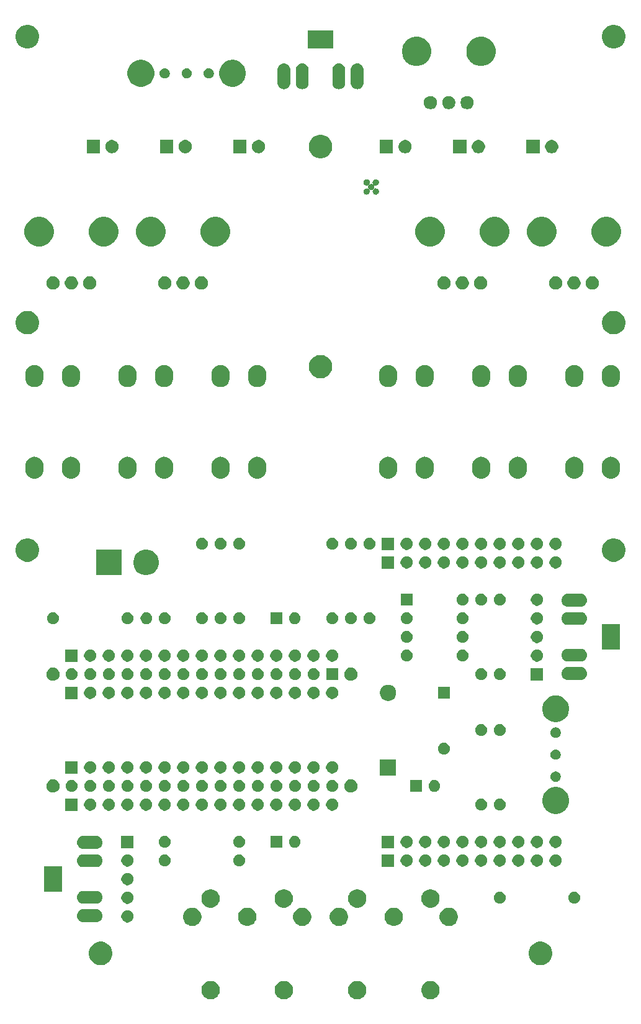
<source format=gbr>
G04 #@! TF.GenerationSoftware,KiCad,Pcbnew,(5.1.5)-3*
G04 #@! TF.CreationDate,2020-11-02T14:30:39+00:00*
G04 #@! TF.ProjectId,drumkid,6472756d-6b69-4642-9e6b-696361645f70,rev?*
G04 #@! TF.SameCoordinates,Original*
G04 #@! TF.FileFunction,Soldermask,Top*
G04 #@! TF.FilePolarity,Negative*
%FSLAX46Y46*%
G04 Gerber Fmt 4.6, Leading zero omitted, Abs format (unit mm)*
G04 Created by KiCad (PCBNEW (5.1.5)-3) date 2020-11-02 14:30:39*
%MOMM*%
%LPD*%
G04 APERTURE LIST*
%ADD10C,0.010000*%
%ADD11C,0.100000*%
G04 APERTURE END LIST*
D10*
G36*
X107500348Y-55704081D02*
G01*
X107598538Y-55714141D01*
X107684840Y-55742141D01*
X107758448Y-55787703D01*
X107818551Y-55850447D01*
X107821526Y-55854497D01*
X107859479Y-55924276D01*
X107881318Y-56003166D01*
X107887462Y-56086611D01*
X107878329Y-56170058D01*
X107854335Y-56248952D01*
X107815900Y-56318739D01*
X107774671Y-56365280D01*
X107701777Y-56416761D01*
X107618369Y-56451032D01*
X107528732Y-56467276D01*
X107437152Y-56464678D01*
X107355452Y-56445147D01*
X107269425Y-56405189D01*
X107201096Y-56352067D01*
X107150701Y-56286145D01*
X107118476Y-56207782D01*
X107104657Y-56117340D01*
X107105051Y-56061455D01*
X107120119Y-55970708D01*
X107154122Y-55891317D01*
X107206995Y-55823373D01*
X107278674Y-55766969D01*
X107332479Y-55737857D01*
X107373123Y-55720114D01*
X107406903Y-55709780D01*
X107442923Y-55705022D01*
X107490286Y-55704010D01*
X107500348Y-55704081D01*
G37*
X107500348Y-55704081D02*
X107598538Y-55714141D01*
X107684840Y-55742141D01*
X107758448Y-55787703D01*
X107818551Y-55850447D01*
X107821526Y-55854497D01*
X107859479Y-55924276D01*
X107881318Y-56003166D01*
X107887462Y-56086611D01*
X107878329Y-56170058D01*
X107854335Y-56248952D01*
X107815900Y-56318739D01*
X107774671Y-56365280D01*
X107701777Y-56416761D01*
X107618369Y-56451032D01*
X107528732Y-56467276D01*
X107437152Y-56464678D01*
X107355452Y-56445147D01*
X107269425Y-56405189D01*
X107201096Y-56352067D01*
X107150701Y-56286145D01*
X107118476Y-56207782D01*
X107104657Y-56117340D01*
X107105051Y-56061455D01*
X107120119Y-55970708D01*
X107154122Y-55891317D01*
X107206995Y-55823373D01*
X107278674Y-55766969D01*
X107332479Y-55737857D01*
X107373123Y-55720114D01*
X107406903Y-55709780D01*
X107442923Y-55705022D01*
X107490286Y-55704010D01*
X107500348Y-55704081D01*
G36*
X106311188Y-54466152D02*
G01*
X106349400Y-54468908D01*
X106379643Y-54475085D01*
X106408969Y-54485982D01*
X106434511Y-54497985D01*
X106512931Y-54545768D01*
X106572181Y-54603383D01*
X106613154Y-54672294D01*
X106636744Y-54753966D01*
X106643860Y-54841000D01*
X106639340Y-54922577D01*
X106623440Y-54989785D01*
X106593985Y-55048332D01*
X106548803Y-55103926D01*
X106540477Y-55112421D01*
X106468491Y-55169302D01*
X106386207Y-55207382D01*
X106295997Y-55225948D01*
X106200232Y-55224291D01*
X106177997Y-55221030D01*
X106100120Y-55199201D01*
X106027570Y-55162802D01*
X105965078Y-55115095D01*
X105917374Y-55059343D01*
X105900716Y-55029829D01*
X105873734Y-54950373D01*
X105862406Y-54864388D01*
X105866734Y-54778289D01*
X105886717Y-54698493D01*
X105900673Y-54666631D01*
X105934777Y-54616698D01*
X105984057Y-54566600D01*
X106042383Y-54521983D01*
X106084238Y-54497577D01*
X106116058Y-54482528D01*
X106143981Y-54473072D01*
X106174903Y-54467938D01*
X106215720Y-54465851D01*
X106257957Y-54465521D01*
X106311188Y-54466152D01*
G37*
X106311188Y-54466152D02*
X106349400Y-54468908D01*
X106379643Y-54475085D01*
X106408969Y-54485982D01*
X106434511Y-54497985D01*
X106512931Y-54545768D01*
X106572181Y-54603383D01*
X106613154Y-54672294D01*
X106636744Y-54753966D01*
X106643860Y-54841000D01*
X106639340Y-54922577D01*
X106623440Y-54989785D01*
X106593985Y-55048332D01*
X106548803Y-55103926D01*
X106540477Y-55112421D01*
X106468491Y-55169302D01*
X106386207Y-55207382D01*
X106295997Y-55225948D01*
X106200232Y-55224291D01*
X106177997Y-55221030D01*
X106100120Y-55199201D01*
X106027570Y-55162802D01*
X105965078Y-55115095D01*
X105917374Y-55059343D01*
X105900716Y-55029829D01*
X105873734Y-54950373D01*
X105862406Y-54864388D01*
X105866734Y-54778289D01*
X105886717Y-54698493D01*
X105900673Y-54666631D01*
X105934777Y-54616698D01*
X105984057Y-54566600D01*
X106042383Y-54521983D01*
X106084238Y-54497577D01*
X106116058Y-54482528D01*
X106143981Y-54473072D01*
X106174903Y-54467938D01*
X106215720Y-54465851D01*
X106257957Y-54465521D01*
X106311188Y-54466152D01*
G36*
X107553381Y-54466343D02*
G01*
X107592166Y-54469766D01*
X107624510Y-54477226D01*
X107658222Y-54490160D01*
X107674741Y-54497605D01*
X107745651Y-54540460D01*
X107805572Y-54596757D01*
X107850360Y-54662020D01*
X107869735Y-54708204D01*
X107883067Y-54773445D01*
X107886616Y-54847017D01*
X107880791Y-54920822D01*
X107866004Y-54986763D01*
X107854075Y-55017002D01*
X107807131Y-55089287D01*
X107743730Y-55148428D01*
X107666372Y-55192613D01*
X107577557Y-55220031D01*
X107572419Y-55221012D01*
X107532602Y-55227959D01*
X107503667Y-55230925D01*
X107476182Y-55229936D01*
X107440715Y-55225021D01*
X107419184Y-55221459D01*
X107335434Y-55197374D01*
X107258924Y-55155987D01*
X107193847Y-55100320D01*
X107144395Y-55033395D01*
X107135915Y-55017229D01*
X107122997Y-54987309D01*
X107114926Y-54957573D01*
X107110604Y-54921327D01*
X107108929Y-54871876D01*
X107108773Y-54852043D01*
X107109194Y-54798630D01*
X107111799Y-54760377D01*
X107117791Y-54730378D01*
X107128375Y-54701727D01*
X107138900Y-54679306D01*
X107184642Y-54609435D01*
X107247317Y-54548174D01*
X107322149Y-54500066D01*
X107332762Y-54494901D01*
X107366778Y-54480423D01*
X107398155Y-54471588D01*
X107434400Y-54467079D01*
X107483025Y-54465581D01*
X107500348Y-54465521D01*
X107553381Y-54466343D01*
G37*
X107553381Y-54466343D02*
X107592166Y-54469766D01*
X107624510Y-54477226D01*
X107658222Y-54490160D01*
X107674741Y-54497605D01*
X107745651Y-54540460D01*
X107805572Y-54596757D01*
X107850360Y-54662020D01*
X107869735Y-54708204D01*
X107883067Y-54773445D01*
X107886616Y-54847017D01*
X107880791Y-54920822D01*
X107866004Y-54986763D01*
X107854075Y-55017002D01*
X107807131Y-55089287D01*
X107743730Y-55148428D01*
X107666372Y-55192613D01*
X107577557Y-55220031D01*
X107572419Y-55221012D01*
X107532602Y-55227959D01*
X107503667Y-55230925D01*
X107476182Y-55229936D01*
X107440715Y-55225021D01*
X107419184Y-55221459D01*
X107335434Y-55197374D01*
X107258924Y-55155987D01*
X107193847Y-55100320D01*
X107144395Y-55033395D01*
X107135915Y-55017229D01*
X107122997Y-54987309D01*
X107114926Y-54957573D01*
X107110604Y-54921327D01*
X107108929Y-54871876D01*
X107108773Y-54852043D01*
X107109194Y-54798630D01*
X107111799Y-54760377D01*
X107117791Y-54730378D01*
X107128375Y-54701727D01*
X107138900Y-54679306D01*
X107184642Y-54609435D01*
X107247317Y-54548174D01*
X107322149Y-54500066D01*
X107332762Y-54494901D01*
X107366778Y-54480423D01*
X107398155Y-54471588D01*
X107434400Y-54467079D01*
X107483025Y-54465581D01*
X107500348Y-54465521D01*
X107553381Y-54466343D01*
G36*
X106364518Y-55714478D02*
G01*
X106447938Y-55746439D01*
X106524510Y-55797297D01*
X106549578Y-55820039D01*
X106597665Y-55881186D01*
X106628415Y-55953804D01*
X106642439Y-56039537D01*
X106643507Y-56072347D01*
X106642058Y-56122365D01*
X106637908Y-56169831D01*
X106631886Y-56205890D01*
X106630503Y-56211044D01*
X106597309Y-56285580D01*
X106546988Y-56349628D01*
X106482627Y-56401604D01*
X106407312Y-56439918D01*
X106324132Y-56462985D01*
X106236172Y-56469218D01*
X106150238Y-56457923D01*
X106074971Y-56430698D01*
X106005435Y-56387721D01*
X105946091Y-56332846D01*
X105901400Y-56269928D01*
X105882275Y-56226400D01*
X105867060Y-56156416D01*
X105862922Y-56078014D01*
X105869886Y-56001337D01*
X105881585Y-55953502D01*
X105908691Y-55897334D01*
X105951621Y-55839971D01*
X105955853Y-55835274D01*
X106025876Y-55773973D01*
X106104930Y-55731162D01*
X106189838Y-55706921D01*
X106277426Y-55701333D01*
X106364518Y-55714478D01*
G37*
X106364518Y-55714478D02*
X106447938Y-55746439D01*
X106524510Y-55797297D01*
X106549578Y-55820039D01*
X106597665Y-55881186D01*
X106628415Y-55953804D01*
X106642439Y-56039537D01*
X106643507Y-56072347D01*
X106642058Y-56122365D01*
X106637908Y-56169831D01*
X106631886Y-56205890D01*
X106630503Y-56211044D01*
X106597309Y-56285580D01*
X106546988Y-56349628D01*
X106482627Y-56401604D01*
X106407312Y-56439918D01*
X106324132Y-56462985D01*
X106236172Y-56469218D01*
X106150238Y-56457923D01*
X106074971Y-56430698D01*
X106005435Y-56387721D01*
X105946091Y-56332846D01*
X105901400Y-56269928D01*
X105882275Y-56226400D01*
X105867060Y-56156416D01*
X105862922Y-56078014D01*
X105869886Y-56001337D01*
X105881585Y-55953502D01*
X105908691Y-55897334D01*
X105951621Y-55839971D01*
X105955853Y-55835274D01*
X106025876Y-55773973D01*
X106104930Y-55731162D01*
X106189838Y-55706921D01*
X106277426Y-55701333D01*
X106364518Y-55714478D01*
G36*
X106970269Y-55091204D02*
G01*
X106999273Y-55099018D01*
X107087390Y-55136132D01*
X107158459Y-55187157D01*
X107212076Y-55251485D01*
X107247839Y-55328504D01*
X107265342Y-55417608D01*
X107265685Y-55500696D01*
X107249101Y-55588643D01*
X107213786Y-55668042D01*
X107161796Y-55736130D01*
X107095188Y-55790145D01*
X107024799Y-55824315D01*
X106969011Y-55838138D01*
X106902407Y-55845687D01*
X106835541Y-55846272D01*
X106783073Y-55840111D01*
X106698354Y-55812182D01*
X106623714Y-55767380D01*
X106562282Y-55708275D01*
X106517185Y-55637436D01*
X106506878Y-55613146D01*
X106489750Y-55545077D01*
X106484334Y-55468729D01*
X106490309Y-55392002D01*
X106507349Y-55322795D01*
X106519989Y-55293339D01*
X106569398Y-55220396D01*
X106633621Y-55161306D01*
X106709237Y-55117457D01*
X106792830Y-55090232D01*
X106880980Y-55081019D01*
X106970269Y-55091204D01*
G37*
X106970269Y-55091204D02*
X106999273Y-55099018D01*
X107087390Y-55136132D01*
X107158459Y-55187157D01*
X107212076Y-55251485D01*
X107247839Y-55328504D01*
X107265342Y-55417608D01*
X107265685Y-55500696D01*
X107249101Y-55588643D01*
X107213786Y-55668042D01*
X107161796Y-55736130D01*
X107095188Y-55790145D01*
X107024799Y-55824315D01*
X106969011Y-55838138D01*
X106902407Y-55845687D01*
X106835541Y-55846272D01*
X106783073Y-55840111D01*
X106698354Y-55812182D01*
X106623714Y-55767380D01*
X106562282Y-55708275D01*
X106517185Y-55637436D01*
X106506878Y-55613146D01*
X106489750Y-55545077D01*
X106484334Y-55468729D01*
X106490309Y-55392002D01*
X106507349Y-55322795D01*
X106519989Y-55293339D01*
X106569398Y-55220396D01*
X106633621Y-55161306D01*
X106709237Y-55117457D01*
X106792830Y-55090232D01*
X106880980Y-55081019D01*
X106970269Y-55091204D01*
D11*
G36*
X115367038Y-163798344D02*
G01*
X115594466Y-163892548D01*
X115799145Y-164029310D01*
X115973210Y-164203375D01*
X116109972Y-164408054D01*
X116204176Y-164635482D01*
X116252200Y-164876917D01*
X116252200Y-165123083D01*
X116204176Y-165364518D01*
X116109972Y-165591946D01*
X115973210Y-165796625D01*
X115799145Y-165970690D01*
X115594466Y-166107452D01*
X115367038Y-166201656D01*
X115125603Y-166249680D01*
X114879437Y-166249680D01*
X114638002Y-166201656D01*
X114410574Y-166107452D01*
X114205895Y-165970690D01*
X114031830Y-165796625D01*
X113895068Y-165591946D01*
X113800864Y-165364518D01*
X113752840Y-165123083D01*
X113752840Y-164876917D01*
X113800864Y-164635482D01*
X113895068Y-164408054D01*
X114031830Y-164203375D01*
X114205895Y-164029310D01*
X114410574Y-163892548D01*
X114638002Y-163798344D01*
X114879437Y-163750320D01*
X115125603Y-163750320D01*
X115367038Y-163798344D01*
G37*
G36*
X105364518Y-163798344D02*
G01*
X105591946Y-163892548D01*
X105796625Y-164029310D01*
X105970690Y-164203375D01*
X106107452Y-164408054D01*
X106201656Y-164635482D01*
X106249680Y-164876917D01*
X106249680Y-165123083D01*
X106201656Y-165364518D01*
X106107452Y-165591946D01*
X105970690Y-165796625D01*
X105796625Y-165970690D01*
X105591946Y-166107452D01*
X105364518Y-166201656D01*
X105123083Y-166249680D01*
X104876917Y-166249680D01*
X104635482Y-166201656D01*
X104408054Y-166107452D01*
X104203375Y-165970690D01*
X104029310Y-165796625D01*
X103892548Y-165591946D01*
X103798344Y-165364518D01*
X103750320Y-165123083D01*
X103750320Y-164876917D01*
X103798344Y-164635482D01*
X103892548Y-164408054D01*
X104029310Y-164203375D01*
X104203375Y-164029310D01*
X104408054Y-163892548D01*
X104635482Y-163798344D01*
X104876917Y-163750320D01*
X105123083Y-163750320D01*
X105364518Y-163798344D01*
G37*
G36*
X85361998Y-163798344D02*
G01*
X85589426Y-163892548D01*
X85794105Y-164029310D01*
X85968170Y-164203375D01*
X86104932Y-164408054D01*
X86199136Y-164635482D01*
X86247160Y-164876917D01*
X86247160Y-165123083D01*
X86199136Y-165364518D01*
X86104932Y-165591946D01*
X85968170Y-165796625D01*
X85794105Y-165970690D01*
X85589426Y-166107452D01*
X85361998Y-166201656D01*
X85120563Y-166249680D01*
X84874397Y-166249680D01*
X84632962Y-166201656D01*
X84405534Y-166107452D01*
X84200855Y-165970690D01*
X84026790Y-165796625D01*
X83890028Y-165591946D01*
X83795824Y-165364518D01*
X83747800Y-165123083D01*
X83747800Y-164876917D01*
X83795824Y-164635482D01*
X83890028Y-164408054D01*
X84026790Y-164203375D01*
X84200855Y-164029310D01*
X84405534Y-163892548D01*
X84632962Y-163798344D01*
X84874397Y-163750320D01*
X85120563Y-163750320D01*
X85361998Y-163798344D01*
G37*
G36*
X95364518Y-163798344D02*
G01*
X95591946Y-163892548D01*
X95796625Y-164029310D01*
X95970690Y-164203375D01*
X96107452Y-164408054D01*
X96201656Y-164635482D01*
X96249680Y-164876917D01*
X96249680Y-165123083D01*
X96201656Y-165364518D01*
X96107452Y-165591946D01*
X95970690Y-165796625D01*
X95796625Y-165970690D01*
X95591946Y-166107452D01*
X95364518Y-166201656D01*
X95123083Y-166249680D01*
X94876917Y-166249680D01*
X94635482Y-166201656D01*
X94408054Y-166107452D01*
X94203375Y-165970690D01*
X94029310Y-165796625D01*
X93892548Y-165591946D01*
X93798344Y-165364518D01*
X93750320Y-165123083D01*
X93750320Y-164876917D01*
X93798344Y-164635482D01*
X93892548Y-164408054D01*
X94029310Y-164203375D01*
X94203375Y-164029310D01*
X94408054Y-163892548D01*
X94635482Y-163798344D01*
X94876917Y-163750320D01*
X95123083Y-163750320D01*
X95364518Y-163798344D01*
G37*
G36*
X70466703Y-158461486D02*
G01*
X70757883Y-158582097D01*
X71019940Y-158757198D01*
X71242802Y-158980060D01*
X71417903Y-159242117D01*
X71538514Y-159533297D01*
X71600000Y-159842412D01*
X71600000Y-160157588D01*
X71538514Y-160466703D01*
X71417903Y-160757883D01*
X71242802Y-161019940D01*
X71019940Y-161242802D01*
X70757883Y-161417903D01*
X70466703Y-161538514D01*
X70157588Y-161600000D01*
X69842412Y-161600000D01*
X69533297Y-161538514D01*
X69242117Y-161417903D01*
X68980060Y-161242802D01*
X68757198Y-161019940D01*
X68582097Y-160757883D01*
X68461486Y-160466703D01*
X68400000Y-160157588D01*
X68400000Y-159842412D01*
X68461486Y-159533297D01*
X68582097Y-159242117D01*
X68757198Y-158980060D01*
X68980060Y-158757198D01*
X69242117Y-158582097D01*
X69533297Y-158461486D01*
X69842412Y-158400000D01*
X70157588Y-158400000D01*
X70466703Y-158461486D01*
G37*
G36*
X130466703Y-158461486D02*
G01*
X130757883Y-158582097D01*
X131019940Y-158757198D01*
X131242802Y-158980060D01*
X131417903Y-159242117D01*
X131538514Y-159533297D01*
X131600000Y-159842412D01*
X131600000Y-160157588D01*
X131538514Y-160466703D01*
X131417903Y-160757883D01*
X131242802Y-161019940D01*
X131019940Y-161242802D01*
X130757883Y-161417903D01*
X130466703Y-161538514D01*
X130157588Y-161600000D01*
X129842412Y-161600000D01*
X129533297Y-161538514D01*
X129242117Y-161417903D01*
X128980060Y-161242802D01*
X128757198Y-161019940D01*
X128582097Y-160757883D01*
X128461486Y-160466703D01*
X128400000Y-160157588D01*
X128400000Y-159842412D01*
X128461486Y-159533297D01*
X128582097Y-159242117D01*
X128757198Y-158980060D01*
X128980060Y-158757198D01*
X129242117Y-158582097D01*
X129533297Y-158461486D01*
X129842412Y-158400000D01*
X130157588Y-158400000D01*
X130466703Y-158461486D01*
G37*
G36*
X117863858Y-153803444D02*
G01*
X118091286Y-153897648D01*
X118295965Y-154034410D01*
X118470030Y-154208475D01*
X118606792Y-154413154D01*
X118700996Y-154640582D01*
X118749020Y-154882017D01*
X118749020Y-155128183D01*
X118700996Y-155369618D01*
X118606792Y-155597046D01*
X118470030Y-155801725D01*
X118295965Y-155975790D01*
X118091286Y-156112552D01*
X117863858Y-156206756D01*
X117622423Y-156254780D01*
X117376257Y-156254780D01*
X117134822Y-156206756D01*
X116907394Y-156112552D01*
X116702715Y-155975790D01*
X116528650Y-155801725D01*
X116391888Y-155597046D01*
X116297684Y-155369618D01*
X116249660Y-155128183D01*
X116249660Y-154882017D01*
X116297684Y-154640582D01*
X116391888Y-154413154D01*
X116528650Y-154208475D01*
X116702715Y-154034410D01*
X116907394Y-153897648D01*
X117134822Y-153803444D01*
X117376257Y-153755420D01*
X117622423Y-153755420D01*
X117863858Y-153803444D01*
G37*
G36*
X97861338Y-153803444D02*
G01*
X98088766Y-153897648D01*
X98293445Y-154034410D01*
X98467510Y-154208475D01*
X98604272Y-154413154D01*
X98698476Y-154640582D01*
X98746500Y-154882017D01*
X98746500Y-155128183D01*
X98698476Y-155369618D01*
X98604272Y-155597046D01*
X98467510Y-155801725D01*
X98293445Y-155975790D01*
X98088766Y-156112552D01*
X97861338Y-156206756D01*
X97619903Y-156254780D01*
X97373737Y-156254780D01*
X97132302Y-156206756D01*
X96904874Y-156112552D01*
X96700195Y-155975790D01*
X96526130Y-155801725D01*
X96389368Y-155597046D01*
X96295164Y-155369618D01*
X96247140Y-155128183D01*
X96247140Y-154882017D01*
X96295164Y-154640582D01*
X96389368Y-154413154D01*
X96526130Y-154208475D01*
X96700195Y-154034410D01*
X96904874Y-153897648D01*
X97132302Y-153803444D01*
X97373737Y-153755420D01*
X97619903Y-153755420D01*
X97861338Y-153803444D01*
G37*
G36*
X82865178Y-153803444D02*
G01*
X83092606Y-153897648D01*
X83297285Y-154034410D01*
X83471350Y-154208475D01*
X83608112Y-154413154D01*
X83702316Y-154640582D01*
X83750340Y-154882017D01*
X83750340Y-155128183D01*
X83702316Y-155369618D01*
X83608112Y-155597046D01*
X83471350Y-155801725D01*
X83297285Y-155975790D01*
X83092606Y-156112552D01*
X82865178Y-156206756D01*
X82623743Y-156254780D01*
X82377577Y-156254780D01*
X82136142Y-156206756D01*
X81908714Y-156112552D01*
X81704035Y-155975790D01*
X81529970Y-155801725D01*
X81393208Y-155597046D01*
X81299004Y-155369618D01*
X81250980Y-155128183D01*
X81250980Y-154882017D01*
X81299004Y-154640582D01*
X81393208Y-154413154D01*
X81529970Y-154208475D01*
X81704035Y-154034410D01*
X81908714Y-153897648D01*
X82136142Y-153803444D01*
X82377577Y-153755420D01*
X82623743Y-153755420D01*
X82865178Y-153803444D01*
G37*
G36*
X102867698Y-153803444D02*
G01*
X103095126Y-153897648D01*
X103299805Y-154034410D01*
X103473870Y-154208475D01*
X103610632Y-154413154D01*
X103704836Y-154640582D01*
X103752860Y-154882017D01*
X103752860Y-155128183D01*
X103704836Y-155369618D01*
X103610632Y-155597046D01*
X103473870Y-155801725D01*
X103299805Y-155975790D01*
X103095126Y-156112552D01*
X102867698Y-156206756D01*
X102626263Y-156254780D01*
X102380097Y-156254780D01*
X102138662Y-156206756D01*
X101911234Y-156112552D01*
X101706555Y-155975790D01*
X101532490Y-155801725D01*
X101395728Y-155597046D01*
X101301524Y-155369618D01*
X101253500Y-155128183D01*
X101253500Y-154882017D01*
X101301524Y-154640582D01*
X101395728Y-154413154D01*
X101532490Y-154208475D01*
X101706555Y-154034410D01*
X101911234Y-153897648D01*
X102138662Y-153803444D01*
X102380097Y-153755420D01*
X102626263Y-153755420D01*
X102867698Y-153803444D01*
G37*
G36*
X110365778Y-153800904D02*
G01*
X110593206Y-153895108D01*
X110797885Y-154031870D01*
X110971950Y-154205935D01*
X111108712Y-154410614D01*
X111202916Y-154638042D01*
X111250940Y-154879477D01*
X111250940Y-155125643D01*
X111202916Y-155367078D01*
X111108712Y-155594506D01*
X110971950Y-155799185D01*
X110797885Y-155973250D01*
X110593206Y-156110012D01*
X110365778Y-156204216D01*
X110124343Y-156252240D01*
X109878177Y-156252240D01*
X109636742Y-156204216D01*
X109409314Y-156110012D01*
X109204635Y-155973250D01*
X109030570Y-155799185D01*
X108893808Y-155594506D01*
X108799604Y-155367078D01*
X108751580Y-155125643D01*
X108751580Y-154879477D01*
X108799604Y-154638042D01*
X108893808Y-154410614D01*
X109030570Y-154205935D01*
X109204635Y-154031870D01*
X109409314Y-153895108D01*
X109636742Y-153800904D01*
X109878177Y-153752880D01*
X110124343Y-153752880D01*
X110365778Y-153800904D01*
G37*
G36*
X90363258Y-153800904D02*
G01*
X90590686Y-153895108D01*
X90795365Y-154031870D01*
X90969430Y-154205935D01*
X91106192Y-154410614D01*
X91200396Y-154638042D01*
X91248420Y-154879477D01*
X91248420Y-155125643D01*
X91200396Y-155367078D01*
X91106192Y-155594506D01*
X90969430Y-155799185D01*
X90795365Y-155973250D01*
X90590686Y-156110012D01*
X90363258Y-156204216D01*
X90121823Y-156252240D01*
X89875657Y-156252240D01*
X89634222Y-156204216D01*
X89406794Y-156110012D01*
X89202115Y-155973250D01*
X89028050Y-155799185D01*
X88891288Y-155594506D01*
X88797084Y-155367078D01*
X88749060Y-155125643D01*
X88749060Y-154879477D01*
X88797084Y-154638042D01*
X88891288Y-154410614D01*
X89028050Y-154205935D01*
X89202115Y-154031870D01*
X89406794Y-153895108D01*
X89634222Y-153800904D01*
X89875657Y-153752880D01*
X90121823Y-153752880D01*
X90363258Y-153800904D01*
G37*
G36*
X73907935Y-154122664D02*
G01*
X74062624Y-154186739D01*
X74062626Y-154186740D01*
X74201844Y-154279762D01*
X74320238Y-154398156D01*
X74404011Y-154523532D01*
X74413261Y-154537376D01*
X74477336Y-154692065D01*
X74510000Y-154856281D01*
X74510000Y-155023719D01*
X74477336Y-155187935D01*
X74413261Y-155342624D01*
X74413260Y-155342626D01*
X74320238Y-155481844D01*
X74201844Y-155600238D01*
X74062626Y-155693260D01*
X74062625Y-155693261D01*
X74062624Y-155693261D01*
X73907935Y-155757336D01*
X73743719Y-155790000D01*
X73576281Y-155790000D01*
X73412065Y-155757336D01*
X73257376Y-155693261D01*
X73257375Y-155693261D01*
X73257374Y-155693260D01*
X73118156Y-155600238D01*
X72999762Y-155481844D01*
X72906740Y-155342626D01*
X72906739Y-155342624D01*
X72842664Y-155187935D01*
X72810000Y-155023719D01*
X72810000Y-154856281D01*
X72842664Y-154692065D01*
X72906739Y-154537376D01*
X72915989Y-154523532D01*
X72999762Y-154398156D01*
X73118156Y-154279762D01*
X73257374Y-154186740D01*
X73257376Y-154186739D01*
X73412065Y-154122664D01*
X73576281Y-154090000D01*
X73743719Y-154090000D01*
X73907935Y-154122664D01*
G37*
G36*
X69466829Y-153989220D02*
G01*
X69552530Y-153997661D01*
X69717468Y-154047695D01*
X69869476Y-154128944D01*
X70002712Y-154238288D01*
X70112056Y-154371524D01*
X70193305Y-154523532D01*
X70243339Y-154688470D01*
X70260233Y-154860000D01*
X70243339Y-155031530D01*
X70193305Y-155196468D01*
X70112056Y-155348476D01*
X70002712Y-155481712D01*
X69869476Y-155591056D01*
X69717468Y-155672305D01*
X69552530Y-155722339D01*
X69466829Y-155730780D01*
X69423980Y-155735000D01*
X67588020Y-155735000D01*
X67545171Y-155730780D01*
X67459470Y-155722339D01*
X67294532Y-155672305D01*
X67142524Y-155591056D01*
X67009288Y-155481712D01*
X66899944Y-155348476D01*
X66818695Y-155196468D01*
X66768661Y-155031530D01*
X66751767Y-154860000D01*
X66768661Y-154688470D01*
X66818695Y-154523532D01*
X66899944Y-154371524D01*
X67009288Y-154238288D01*
X67142524Y-154128944D01*
X67294532Y-154047695D01*
X67459470Y-153997661D01*
X67545171Y-153989220D01*
X67588020Y-153985000D01*
X69423980Y-153985000D01*
X69466829Y-153989220D01*
G37*
G36*
X95359438Y-151301544D02*
G01*
X95586866Y-151395748D01*
X95791545Y-151532510D01*
X95965610Y-151706575D01*
X96102372Y-151911254D01*
X96196576Y-152138682D01*
X96244600Y-152380117D01*
X96244600Y-152626283D01*
X96196576Y-152867718D01*
X96102372Y-153095146D01*
X95965610Y-153299825D01*
X95791545Y-153473890D01*
X95586866Y-153610652D01*
X95359438Y-153704856D01*
X95118003Y-153752880D01*
X94871837Y-153752880D01*
X94630402Y-153704856D01*
X94402974Y-153610652D01*
X94198295Y-153473890D01*
X94024230Y-153299825D01*
X93887468Y-153095146D01*
X93793264Y-152867718D01*
X93745240Y-152626283D01*
X93745240Y-152380117D01*
X93793264Y-152138682D01*
X93887468Y-151911254D01*
X94024230Y-151706575D01*
X94198295Y-151532510D01*
X94402974Y-151395748D01*
X94630402Y-151301544D01*
X94871837Y-151253520D01*
X95118003Y-151253520D01*
X95359438Y-151301544D01*
G37*
G36*
X115361958Y-151301544D02*
G01*
X115589386Y-151395748D01*
X115794065Y-151532510D01*
X115968130Y-151706575D01*
X116104892Y-151911254D01*
X116199096Y-152138682D01*
X116247120Y-152380117D01*
X116247120Y-152626283D01*
X116199096Y-152867718D01*
X116104892Y-153095146D01*
X115968130Y-153299825D01*
X115794065Y-153473890D01*
X115589386Y-153610652D01*
X115361958Y-153704856D01*
X115120523Y-153752880D01*
X114874357Y-153752880D01*
X114632922Y-153704856D01*
X114405494Y-153610652D01*
X114200815Y-153473890D01*
X114026750Y-153299825D01*
X113889988Y-153095146D01*
X113795784Y-152867718D01*
X113747760Y-152626283D01*
X113747760Y-152380117D01*
X113795784Y-152138682D01*
X113889988Y-151911254D01*
X114026750Y-151706575D01*
X114200815Y-151532510D01*
X114405494Y-151395748D01*
X114632922Y-151301544D01*
X114874357Y-151253520D01*
X115120523Y-151253520D01*
X115361958Y-151301544D01*
G37*
G36*
X105369598Y-151301544D02*
G01*
X105597026Y-151395748D01*
X105801705Y-151532510D01*
X105975770Y-151706575D01*
X106112532Y-151911254D01*
X106206736Y-152138682D01*
X106254760Y-152380117D01*
X106254760Y-152626283D01*
X106206736Y-152867718D01*
X106112532Y-153095146D01*
X105975770Y-153299825D01*
X105801705Y-153473890D01*
X105597026Y-153610652D01*
X105369598Y-153704856D01*
X105128163Y-153752880D01*
X104881997Y-153752880D01*
X104640562Y-153704856D01*
X104413134Y-153610652D01*
X104208455Y-153473890D01*
X104034390Y-153299825D01*
X103897628Y-153095146D01*
X103803424Y-152867718D01*
X103755400Y-152626283D01*
X103755400Y-152380117D01*
X103803424Y-152138682D01*
X103897628Y-151911254D01*
X104034390Y-151706575D01*
X104208455Y-151532510D01*
X104413134Y-151395748D01*
X104640562Y-151301544D01*
X104881997Y-151253520D01*
X105128163Y-151253520D01*
X105369598Y-151301544D01*
G37*
G36*
X85367078Y-151301544D02*
G01*
X85594506Y-151395748D01*
X85799185Y-151532510D01*
X85973250Y-151706575D01*
X86110012Y-151911254D01*
X86204216Y-152138682D01*
X86252240Y-152380117D01*
X86252240Y-152626283D01*
X86204216Y-152867718D01*
X86110012Y-153095146D01*
X85973250Y-153299825D01*
X85799185Y-153473890D01*
X85594506Y-153610652D01*
X85367078Y-153704856D01*
X85125643Y-153752880D01*
X84879477Y-153752880D01*
X84638042Y-153704856D01*
X84410614Y-153610652D01*
X84205935Y-153473890D01*
X84031870Y-153299825D01*
X83895108Y-153095146D01*
X83800904Y-152867718D01*
X83752880Y-152626283D01*
X83752880Y-152380117D01*
X83800904Y-152138682D01*
X83895108Y-151911254D01*
X84031870Y-151706575D01*
X84205935Y-151532510D01*
X84410614Y-151395748D01*
X84638042Y-151301544D01*
X84879477Y-151253520D01*
X85125643Y-151253520D01*
X85367078Y-151301544D01*
G37*
G36*
X73907935Y-151582664D02*
G01*
X74062624Y-151646739D01*
X74062626Y-151646740D01*
X74201844Y-151739762D01*
X74320238Y-151858156D01*
X74413260Y-151997374D01*
X74413261Y-151997376D01*
X74477336Y-152152065D01*
X74510000Y-152316281D01*
X74510000Y-152483719D01*
X74477336Y-152647935D01*
X74413261Y-152802624D01*
X74413260Y-152802626D01*
X74320238Y-152941844D01*
X74201844Y-153060238D01*
X74062626Y-153153260D01*
X74062625Y-153153261D01*
X74062624Y-153153261D01*
X73907935Y-153217336D01*
X73743719Y-153250000D01*
X73576281Y-153250000D01*
X73412065Y-153217336D01*
X73257376Y-153153261D01*
X73257375Y-153153261D01*
X73257374Y-153153260D01*
X73118156Y-153060238D01*
X72999762Y-152941844D01*
X72906740Y-152802626D01*
X72906739Y-152802624D01*
X72842664Y-152647935D01*
X72810000Y-152483719D01*
X72810000Y-152316281D01*
X72842664Y-152152065D01*
X72906739Y-151997376D01*
X72906740Y-151997374D01*
X72999762Y-151858156D01*
X73118156Y-151739762D01*
X73257374Y-151646740D01*
X73257376Y-151646739D01*
X73412065Y-151582664D01*
X73576281Y-151550000D01*
X73743719Y-151550000D01*
X73907935Y-151582664D01*
G37*
G36*
X69466829Y-151489220D02*
G01*
X69552530Y-151497661D01*
X69717468Y-151547695D01*
X69717470Y-151547696D01*
X69768137Y-151574778D01*
X69869476Y-151628944D01*
X70002712Y-151738288D01*
X70112056Y-151871524D01*
X70133292Y-151911254D01*
X70179325Y-151997376D01*
X70193305Y-152023532D01*
X70243339Y-152188470D01*
X70260233Y-152360000D01*
X70243339Y-152531530D01*
X70193305Y-152696468D01*
X70112056Y-152848476D01*
X70002712Y-152981712D01*
X69869476Y-153091056D01*
X69768137Y-153145222D01*
X69723171Y-153169257D01*
X69717468Y-153172305D01*
X69552530Y-153222339D01*
X69466829Y-153230780D01*
X69423980Y-153235000D01*
X67588020Y-153235000D01*
X67545171Y-153230780D01*
X67459470Y-153222339D01*
X67294532Y-153172305D01*
X67288830Y-153169257D01*
X67243863Y-153145222D01*
X67142524Y-153091056D01*
X67009288Y-152981712D01*
X66899944Y-152848476D01*
X66818695Y-152696468D01*
X66768661Y-152531530D01*
X66751767Y-152360000D01*
X66768661Y-152188470D01*
X66818695Y-152023532D01*
X66832676Y-151997376D01*
X66878708Y-151911254D01*
X66899944Y-151871524D01*
X67009288Y-151738288D01*
X67142524Y-151628944D01*
X67243863Y-151574778D01*
X67294530Y-151547696D01*
X67294532Y-151547695D01*
X67459470Y-151497661D01*
X67545171Y-151489220D01*
X67588020Y-151485000D01*
X69423980Y-151485000D01*
X69466829Y-151489220D01*
G37*
G36*
X124693351Y-151630743D02*
G01*
X124838941Y-151691048D01*
X124969970Y-151778599D01*
X125081401Y-151890030D01*
X125168952Y-152021059D01*
X125229257Y-152166649D01*
X125260000Y-152321206D01*
X125260000Y-152478794D01*
X125229257Y-152633351D01*
X125168952Y-152778941D01*
X125081401Y-152909970D01*
X124969970Y-153021401D01*
X124838941Y-153108952D01*
X124693351Y-153169257D01*
X124538794Y-153200000D01*
X124381206Y-153200000D01*
X124226649Y-153169257D01*
X124081059Y-153108952D01*
X123950030Y-153021401D01*
X123838599Y-152909970D01*
X123751048Y-152778941D01*
X123690743Y-152633351D01*
X123660000Y-152478794D01*
X123660000Y-152321206D01*
X123690743Y-152166649D01*
X123751048Y-152021059D01*
X123838599Y-151890030D01*
X123950030Y-151778599D01*
X124081059Y-151691048D01*
X124226649Y-151630743D01*
X124381206Y-151600000D01*
X124538794Y-151600000D01*
X124693351Y-151630743D01*
G37*
G36*
X134853351Y-151630743D02*
G01*
X134998941Y-151691048D01*
X135129970Y-151778599D01*
X135241401Y-151890030D01*
X135328952Y-152021059D01*
X135389257Y-152166649D01*
X135420000Y-152321206D01*
X135420000Y-152478794D01*
X135389257Y-152633351D01*
X135328952Y-152778941D01*
X135241401Y-152909970D01*
X135129970Y-153021401D01*
X134998941Y-153108952D01*
X134853351Y-153169257D01*
X134698794Y-153200000D01*
X134541206Y-153200000D01*
X134386649Y-153169257D01*
X134241059Y-153108952D01*
X134110030Y-153021401D01*
X133998599Y-152909970D01*
X133911048Y-152778941D01*
X133850743Y-152633351D01*
X133820000Y-152478794D01*
X133820000Y-152321206D01*
X133850743Y-152166649D01*
X133911048Y-152021059D01*
X133998599Y-151890030D01*
X134110030Y-151778599D01*
X134241059Y-151691048D01*
X134386649Y-151630743D01*
X134541206Y-151600000D01*
X134698794Y-151600000D01*
X134853351Y-151630743D01*
G37*
G36*
X64750000Y-151610000D02*
G01*
X62250000Y-151610000D01*
X62250000Y-148110000D01*
X64750000Y-148110000D01*
X64750000Y-151610000D01*
G37*
G36*
X73907935Y-149042664D02*
G01*
X74062624Y-149106739D01*
X74062626Y-149106740D01*
X74201844Y-149199762D01*
X74320238Y-149318156D01*
X74413260Y-149457374D01*
X74413261Y-149457376D01*
X74477336Y-149612065D01*
X74510000Y-149776281D01*
X74510000Y-149943719D01*
X74477336Y-150107935D01*
X74413261Y-150262624D01*
X74413260Y-150262626D01*
X74320238Y-150401844D01*
X74201844Y-150520238D01*
X74062626Y-150613260D01*
X74062625Y-150613261D01*
X74062624Y-150613261D01*
X73907935Y-150677336D01*
X73743719Y-150710000D01*
X73576281Y-150710000D01*
X73412065Y-150677336D01*
X73257376Y-150613261D01*
X73257375Y-150613261D01*
X73257374Y-150613260D01*
X73118156Y-150520238D01*
X72999762Y-150401844D01*
X72906740Y-150262626D01*
X72906739Y-150262624D01*
X72842664Y-150107935D01*
X72810000Y-149943719D01*
X72810000Y-149776281D01*
X72842664Y-149612065D01*
X72906739Y-149457376D01*
X72906740Y-149457374D01*
X72999762Y-149318156D01*
X73118156Y-149199762D01*
X73257374Y-149106740D01*
X73257376Y-149106739D01*
X73412065Y-149042664D01*
X73576281Y-149010000D01*
X73743719Y-149010000D01*
X73907935Y-149042664D01*
G37*
G36*
X69466829Y-146489220D02*
G01*
X69552530Y-146497661D01*
X69717468Y-146547695D01*
X69717470Y-146547696D01*
X69753097Y-146566739D01*
X69869476Y-146628944D01*
X70002712Y-146738288D01*
X70112056Y-146871524D01*
X70193305Y-147023532D01*
X70243339Y-147188470D01*
X70260233Y-147360000D01*
X70243339Y-147531530D01*
X70232295Y-147567936D01*
X70193304Y-147696470D01*
X70179323Y-147722626D01*
X70112056Y-147848476D01*
X70002712Y-147981712D01*
X69869476Y-148091056D01*
X69869472Y-148091058D01*
X69721781Y-148170000D01*
X69717468Y-148172305D01*
X69552530Y-148222339D01*
X69466829Y-148230780D01*
X69423980Y-148235000D01*
X67588020Y-148235000D01*
X67545171Y-148230780D01*
X67459470Y-148222339D01*
X67294532Y-148172305D01*
X67290220Y-148170000D01*
X67142528Y-148091058D01*
X67142524Y-148091056D01*
X67009288Y-147981712D01*
X66899944Y-147848476D01*
X66832677Y-147722626D01*
X66818696Y-147696470D01*
X66779705Y-147567936D01*
X66768661Y-147531530D01*
X66751767Y-147360000D01*
X66768661Y-147188470D01*
X66818695Y-147023532D01*
X66899944Y-146871524D01*
X67009288Y-146738288D01*
X67142524Y-146628944D01*
X67258903Y-146566739D01*
X67294530Y-146547696D01*
X67294532Y-146547695D01*
X67459470Y-146497661D01*
X67545171Y-146489220D01*
X67588020Y-146485000D01*
X69423980Y-146485000D01*
X69466829Y-146489220D01*
G37*
G36*
X122167935Y-146502664D02*
G01*
X122322624Y-146566739D01*
X122322626Y-146566740D01*
X122461844Y-146659762D01*
X122580238Y-146778156D01*
X122673260Y-146917374D01*
X122673261Y-146917376D01*
X122737336Y-147072065D01*
X122770000Y-147236281D01*
X122770000Y-147403719D01*
X122737336Y-147567935D01*
X122673261Y-147722624D01*
X122673260Y-147722626D01*
X122580238Y-147861844D01*
X122461844Y-147980238D01*
X122322626Y-148073260D01*
X122322625Y-148073261D01*
X122322624Y-148073261D01*
X122167935Y-148137336D01*
X122003719Y-148170000D01*
X121836281Y-148170000D01*
X121672065Y-148137336D01*
X121517376Y-148073261D01*
X121517375Y-148073261D01*
X121517374Y-148073260D01*
X121378156Y-147980238D01*
X121259762Y-147861844D01*
X121166740Y-147722626D01*
X121166739Y-147722624D01*
X121102664Y-147567935D01*
X121070000Y-147403719D01*
X121070000Y-147236281D01*
X121102664Y-147072065D01*
X121166739Y-146917376D01*
X121166740Y-146917374D01*
X121259762Y-146778156D01*
X121378156Y-146659762D01*
X121517374Y-146566740D01*
X121517376Y-146566739D01*
X121672065Y-146502664D01*
X121836281Y-146470000D01*
X122003719Y-146470000D01*
X122167935Y-146502664D01*
G37*
G36*
X119627935Y-146502664D02*
G01*
X119782624Y-146566739D01*
X119782626Y-146566740D01*
X119921844Y-146659762D01*
X120040238Y-146778156D01*
X120133260Y-146917374D01*
X120133261Y-146917376D01*
X120197336Y-147072065D01*
X120230000Y-147236281D01*
X120230000Y-147403719D01*
X120197336Y-147567935D01*
X120133261Y-147722624D01*
X120133260Y-147722626D01*
X120040238Y-147861844D01*
X119921844Y-147980238D01*
X119782626Y-148073260D01*
X119782625Y-148073261D01*
X119782624Y-148073261D01*
X119627935Y-148137336D01*
X119463719Y-148170000D01*
X119296281Y-148170000D01*
X119132065Y-148137336D01*
X118977376Y-148073261D01*
X118977375Y-148073261D01*
X118977374Y-148073260D01*
X118838156Y-147980238D01*
X118719762Y-147861844D01*
X118626740Y-147722626D01*
X118626739Y-147722624D01*
X118562664Y-147567935D01*
X118530000Y-147403719D01*
X118530000Y-147236281D01*
X118562664Y-147072065D01*
X118626739Y-146917376D01*
X118626740Y-146917374D01*
X118719762Y-146778156D01*
X118838156Y-146659762D01*
X118977374Y-146566740D01*
X118977376Y-146566739D01*
X119132065Y-146502664D01*
X119296281Y-146470000D01*
X119463719Y-146470000D01*
X119627935Y-146502664D01*
G37*
G36*
X124707935Y-146502664D02*
G01*
X124862624Y-146566739D01*
X124862626Y-146566740D01*
X125001844Y-146659762D01*
X125120238Y-146778156D01*
X125213260Y-146917374D01*
X125213261Y-146917376D01*
X125277336Y-147072065D01*
X125310000Y-147236281D01*
X125310000Y-147403719D01*
X125277336Y-147567935D01*
X125213261Y-147722624D01*
X125213260Y-147722626D01*
X125120238Y-147861844D01*
X125001844Y-147980238D01*
X124862626Y-148073260D01*
X124862625Y-148073261D01*
X124862624Y-148073261D01*
X124707935Y-148137336D01*
X124543719Y-148170000D01*
X124376281Y-148170000D01*
X124212065Y-148137336D01*
X124057376Y-148073261D01*
X124057375Y-148073261D01*
X124057374Y-148073260D01*
X123918156Y-147980238D01*
X123799762Y-147861844D01*
X123706740Y-147722626D01*
X123706739Y-147722624D01*
X123642664Y-147567935D01*
X123610000Y-147403719D01*
X123610000Y-147236281D01*
X123642664Y-147072065D01*
X123706739Y-146917376D01*
X123706740Y-146917374D01*
X123799762Y-146778156D01*
X123918156Y-146659762D01*
X124057374Y-146566740D01*
X124057376Y-146566739D01*
X124212065Y-146502664D01*
X124376281Y-146470000D01*
X124543719Y-146470000D01*
X124707935Y-146502664D01*
G37*
G36*
X127247935Y-146502664D02*
G01*
X127402624Y-146566739D01*
X127402626Y-146566740D01*
X127541844Y-146659762D01*
X127660238Y-146778156D01*
X127753260Y-146917374D01*
X127753261Y-146917376D01*
X127817336Y-147072065D01*
X127850000Y-147236281D01*
X127850000Y-147403719D01*
X127817336Y-147567935D01*
X127753261Y-147722624D01*
X127753260Y-147722626D01*
X127660238Y-147861844D01*
X127541844Y-147980238D01*
X127402626Y-148073260D01*
X127402625Y-148073261D01*
X127402624Y-148073261D01*
X127247935Y-148137336D01*
X127083719Y-148170000D01*
X126916281Y-148170000D01*
X126752065Y-148137336D01*
X126597376Y-148073261D01*
X126597375Y-148073261D01*
X126597374Y-148073260D01*
X126458156Y-147980238D01*
X126339762Y-147861844D01*
X126246740Y-147722626D01*
X126246739Y-147722624D01*
X126182664Y-147567935D01*
X126150000Y-147403719D01*
X126150000Y-147236281D01*
X126182664Y-147072065D01*
X126246739Y-146917376D01*
X126246740Y-146917374D01*
X126339762Y-146778156D01*
X126458156Y-146659762D01*
X126597374Y-146566740D01*
X126597376Y-146566739D01*
X126752065Y-146502664D01*
X126916281Y-146470000D01*
X127083719Y-146470000D01*
X127247935Y-146502664D01*
G37*
G36*
X129787935Y-146502664D02*
G01*
X129942624Y-146566739D01*
X129942626Y-146566740D01*
X130081844Y-146659762D01*
X130200238Y-146778156D01*
X130293260Y-146917374D01*
X130293261Y-146917376D01*
X130357336Y-147072065D01*
X130390000Y-147236281D01*
X130390000Y-147403719D01*
X130357336Y-147567935D01*
X130293261Y-147722624D01*
X130293260Y-147722626D01*
X130200238Y-147861844D01*
X130081844Y-147980238D01*
X129942626Y-148073260D01*
X129942625Y-148073261D01*
X129942624Y-148073261D01*
X129787935Y-148137336D01*
X129623719Y-148170000D01*
X129456281Y-148170000D01*
X129292065Y-148137336D01*
X129137376Y-148073261D01*
X129137375Y-148073261D01*
X129137374Y-148073260D01*
X128998156Y-147980238D01*
X128879762Y-147861844D01*
X128786740Y-147722626D01*
X128786739Y-147722624D01*
X128722664Y-147567935D01*
X128690000Y-147403719D01*
X128690000Y-147236281D01*
X128722664Y-147072065D01*
X128786739Y-146917376D01*
X128786740Y-146917374D01*
X128879762Y-146778156D01*
X128998156Y-146659762D01*
X129137374Y-146566740D01*
X129137376Y-146566739D01*
X129292065Y-146502664D01*
X129456281Y-146470000D01*
X129623719Y-146470000D01*
X129787935Y-146502664D01*
G37*
G36*
X132327935Y-146502664D02*
G01*
X132482624Y-146566739D01*
X132482626Y-146566740D01*
X132621844Y-146659762D01*
X132740238Y-146778156D01*
X132833260Y-146917374D01*
X132833261Y-146917376D01*
X132897336Y-147072065D01*
X132930000Y-147236281D01*
X132930000Y-147403719D01*
X132897336Y-147567935D01*
X132833261Y-147722624D01*
X132833260Y-147722626D01*
X132740238Y-147861844D01*
X132621844Y-147980238D01*
X132482626Y-148073260D01*
X132482625Y-148073261D01*
X132482624Y-148073261D01*
X132327935Y-148137336D01*
X132163719Y-148170000D01*
X131996281Y-148170000D01*
X131832065Y-148137336D01*
X131677376Y-148073261D01*
X131677375Y-148073261D01*
X131677374Y-148073260D01*
X131538156Y-147980238D01*
X131419762Y-147861844D01*
X131326740Y-147722626D01*
X131326739Y-147722624D01*
X131262664Y-147567935D01*
X131230000Y-147403719D01*
X131230000Y-147236281D01*
X131262664Y-147072065D01*
X131326739Y-146917376D01*
X131326740Y-146917374D01*
X131419762Y-146778156D01*
X131538156Y-146659762D01*
X131677374Y-146566740D01*
X131677376Y-146566739D01*
X131832065Y-146502664D01*
X131996281Y-146470000D01*
X132163719Y-146470000D01*
X132327935Y-146502664D01*
G37*
G36*
X114547935Y-146502664D02*
G01*
X114702624Y-146566739D01*
X114702626Y-146566740D01*
X114841844Y-146659762D01*
X114960238Y-146778156D01*
X115053260Y-146917374D01*
X115053261Y-146917376D01*
X115117336Y-147072065D01*
X115150000Y-147236281D01*
X115150000Y-147403719D01*
X115117336Y-147567935D01*
X115053261Y-147722624D01*
X115053260Y-147722626D01*
X114960238Y-147861844D01*
X114841844Y-147980238D01*
X114702626Y-148073260D01*
X114702625Y-148073261D01*
X114702624Y-148073261D01*
X114547935Y-148137336D01*
X114383719Y-148170000D01*
X114216281Y-148170000D01*
X114052065Y-148137336D01*
X113897376Y-148073261D01*
X113897375Y-148073261D01*
X113897374Y-148073260D01*
X113758156Y-147980238D01*
X113639762Y-147861844D01*
X113546740Y-147722626D01*
X113546739Y-147722624D01*
X113482664Y-147567935D01*
X113450000Y-147403719D01*
X113450000Y-147236281D01*
X113482664Y-147072065D01*
X113546739Y-146917376D01*
X113546740Y-146917374D01*
X113639762Y-146778156D01*
X113758156Y-146659762D01*
X113897374Y-146566740D01*
X113897376Y-146566739D01*
X114052065Y-146502664D01*
X114216281Y-146470000D01*
X114383719Y-146470000D01*
X114547935Y-146502664D01*
G37*
G36*
X112007935Y-146502664D02*
G01*
X112162624Y-146566739D01*
X112162626Y-146566740D01*
X112301844Y-146659762D01*
X112420238Y-146778156D01*
X112513260Y-146917374D01*
X112513261Y-146917376D01*
X112577336Y-147072065D01*
X112610000Y-147236281D01*
X112610000Y-147403719D01*
X112577336Y-147567935D01*
X112513261Y-147722624D01*
X112513260Y-147722626D01*
X112420238Y-147861844D01*
X112301844Y-147980238D01*
X112162626Y-148073260D01*
X112162625Y-148073261D01*
X112162624Y-148073261D01*
X112007935Y-148137336D01*
X111843719Y-148170000D01*
X111676281Y-148170000D01*
X111512065Y-148137336D01*
X111357376Y-148073261D01*
X111357375Y-148073261D01*
X111357374Y-148073260D01*
X111218156Y-147980238D01*
X111099762Y-147861844D01*
X111006740Y-147722626D01*
X111006739Y-147722624D01*
X110942664Y-147567935D01*
X110910000Y-147403719D01*
X110910000Y-147236281D01*
X110942664Y-147072065D01*
X111006739Y-146917376D01*
X111006740Y-146917374D01*
X111099762Y-146778156D01*
X111218156Y-146659762D01*
X111357374Y-146566740D01*
X111357376Y-146566739D01*
X111512065Y-146502664D01*
X111676281Y-146470000D01*
X111843719Y-146470000D01*
X112007935Y-146502664D01*
G37*
G36*
X73907935Y-146502664D02*
G01*
X74062624Y-146566739D01*
X74062626Y-146566740D01*
X74201844Y-146659762D01*
X74320238Y-146778156D01*
X74413260Y-146917374D01*
X74413261Y-146917376D01*
X74477336Y-147072065D01*
X74510000Y-147236281D01*
X74510000Y-147403719D01*
X74477336Y-147567935D01*
X74413261Y-147722624D01*
X74413260Y-147722626D01*
X74320238Y-147861844D01*
X74201844Y-147980238D01*
X74062626Y-148073260D01*
X74062625Y-148073261D01*
X74062624Y-148073261D01*
X73907935Y-148137336D01*
X73743719Y-148170000D01*
X73576281Y-148170000D01*
X73412065Y-148137336D01*
X73257376Y-148073261D01*
X73257375Y-148073261D01*
X73257374Y-148073260D01*
X73118156Y-147980238D01*
X72999762Y-147861844D01*
X72906740Y-147722626D01*
X72906739Y-147722624D01*
X72842664Y-147567935D01*
X72810000Y-147403719D01*
X72810000Y-147236281D01*
X72842664Y-147072065D01*
X72906739Y-146917376D01*
X72906740Y-146917374D01*
X72999762Y-146778156D01*
X73118156Y-146659762D01*
X73257374Y-146566740D01*
X73257376Y-146566739D01*
X73412065Y-146502664D01*
X73576281Y-146470000D01*
X73743719Y-146470000D01*
X73907935Y-146502664D01*
G37*
G36*
X110070000Y-148170000D02*
G01*
X108370000Y-148170000D01*
X108370000Y-146470000D01*
X110070000Y-146470000D01*
X110070000Y-148170000D01*
G37*
G36*
X117087935Y-146502664D02*
G01*
X117242624Y-146566739D01*
X117242626Y-146566740D01*
X117381844Y-146659762D01*
X117500238Y-146778156D01*
X117593260Y-146917374D01*
X117593261Y-146917376D01*
X117657336Y-147072065D01*
X117690000Y-147236281D01*
X117690000Y-147403719D01*
X117657336Y-147567935D01*
X117593261Y-147722624D01*
X117593260Y-147722626D01*
X117500238Y-147861844D01*
X117381844Y-147980238D01*
X117242626Y-148073260D01*
X117242625Y-148073261D01*
X117242624Y-148073261D01*
X117087935Y-148137336D01*
X116923719Y-148170000D01*
X116756281Y-148170000D01*
X116592065Y-148137336D01*
X116437376Y-148073261D01*
X116437375Y-148073261D01*
X116437374Y-148073260D01*
X116298156Y-147980238D01*
X116179762Y-147861844D01*
X116086740Y-147722626D01*
X116086739Y-147722624D01*
X116022664Y-147567935D01*
X115990000Y-147403719D01*
X115990000Y-147236281D01*
X116022664Y-147072065D01*
X116086739Y-146917376D01*
X116086740Y-146917374D01*
X116179762Y-146778156D01*
X116298156Y-146659762D01*
X116437374Y-146566740D01*
X116437376Y-146566739D01*
X116592065Y-146502664D01*
X116756281Y-146470000D01*
X116923719Y-146470000D01*
X117087935Y-146502664D01*
G37*
G36*
X78973351Y-146550743D02*
G01*
X79118941Y-146611048D01*
X79249970Y-146698599D01*
X79361401Y-146810030D01*
X79448952Y-146941059D01*
X79509257Y-147086649D01*
X79540000Y-147241206D01*
X79540000Y-147398794D01*
X79509257Y-147553351D01*
X79448952Y-147698941D01*
X79361401Y-147829970D01*
X79249970Y-147941401D01*
X79118941Y-148028952D01*
X78973351Y-148089257D01*
X78818794Y-148120000D01*
X78661206Y-148120000D01*
X78506649Y-148089257D01*
X78361059Y-148028952D01*
X78230030Y-147941401D01*
X78118599Y-147829970D01*
X78031048Y-147698941D01*
X77970743Y-147553351D01*
X77940000Y-147398794D01*
X77940000Y-147241206D01*
X77970743Y-147086649D01*
X78031048Y-146941059D01*
X78118599Y-146810030D01*
X78230030Y-146698599D01*
X78361059Y-146611048D01*
X78506649Y-146550743D01*
X78661206Y-146520000D01*
X78818794Y-146520000D01*
X78973351Y-146550743D01*
G37*
G36*
X89133351Y-146550743D02*
G01*
X89278941Y-146611048D01*
X89409970Y-146698599D01*
X89521401Y-146810030D01*
X89608952Y-146941059D01*
X89669257Y-147086649D01*
X89700000Y-147241206D01*
X89700000Y-147398794D01*
X89669257Y-147553351D01*
X89608952Y-147698941D01*
X89521401Y-147829970D01*
X89409970Y-147941401D01*
X89278941Y-148028952D01*
X89133351Y-148089257D01*
X88978794Y-148120000D01*
X88821206Y-148120000D01*
X88666649Y-148089257D01*
X88521059Y-148028952D01*
X88390030Y-147941401D01*
X88278599Y-147829970D01*
X88191048Y-147698941D01*
X88130743Y-147553351D01*
X88100000Y-147398794D01*
X88100000Y-147241206D01*
X88130743Y-147086649D01*
X88191048Y-146941059D01*
X88278599Y-146810030D01*
X88390030Y-146698599D01*
X88521059Y-146611048D01*
X88666649Y-146550743D01*
X88821206Y-146520000D01*
X88978794Y-146520000D01*
X89133351Y-146550743D01*
G37*
G36*
X69466829Y-143989220D02*
G01*
X69552530Y-143997661D01*
X69717468Y-144047695D01*
X69869476Y-144128944D01*
X70002712Y-144238288D01*
X70112056Y-144371524D01*
X70193305Y-144523532D01*
X70243339Y-144688470D01*
X70260233Y-144860000D01*
X70243339Y-145031530D01*
X70193305Y-145196468D01*
X70112056Y-145348476D01*
X70002712Y-145481712D01*
X69869476Y-145591056D01*
X69717468Y-145672305D01*
X69552530Y-145722339D01*
X69466829Y-145730780D01*
X69423980Y-145735000D01*
X67588020Y-145735000D01*
X67545171Y-145730780D01*
X67459470Y-145722339D01*
X67294532Y-145672305D01*
X67142524Y-145591056D01*
X67009288Y-145481712D01*
X66899944Y-145348476D01*
X66818695Y-145196468D01*
X66768661Y-145031530D01*
X66751767Y-144860000D01*
X66768661Y-144688470D01*
X66818695Y-144523532D01*
X66899944Y-144371524D01*
X67009288Y-144238288D01*
X67142524Y-144128944D01*
X67294532Y-144047695D01*
X67459470Y-143997661D01*
X67545171Y-143989220D01*
X67588020Y-143985000D01*
X69423980Y-143985000D01*
X69466829Y-143989220D01*
G37*
G36*
X129787935Y-143962664D02*
G01*
X129942624Y-144026739D01*
X129942626Y-144026740D01*
X130081844Y-144119762D01*
X130200238Y-144238156D01*
X130293260Y-144377374D01*
X130293261Y-144377376D01*
X130357336Y-144532065D01*
X130390000Y-144696281D01*
X130390000Y-144863719D01*
X130357336Y-145027935D01*
X130293261Y-145182624D01*
X130293260Y-145182626D01*
X130200238Y-145321844D01*
X130081844Y-145440238D01*
X129942626Y-145533260D01*
X129942625Y-145533261D01*
X129942624Y-145533261D01*
X129787935Y-145597336D01*
X129623719Y-145630000D01*
X129456281Y-145630000D01*
X129292065Y-145597336D01*
X129137376Y-145533261D01*
X129137375Y-145533261D01*
X129137374Y-145533260D01*
X128998156Y-145440238D01*
X128879762Y-145321844D01*
X128786740Y-145182626D01*
X128786739Y-145182624D01*
X128722664Y-145027935D01*
X128690000Y-144863719D01*
X128690000Y-144696281D01*
X128722664Y-144532065D01*
X128786739Y-144377376D01*
X128786740Y-144377374D01*
X128879762Y-144238156D01*
X128998156Y-144119762D01*
X129137374Y-144026740D01*
X129137376Y-144026739D01*
X129292065Y-143962664D01*
X129456281Y-143930000D01*
X129623719Y-143930000D01*
X129787935Y-143962664D01*
G37*
G36*
X74510000Y-145630000D02*
G01*
X72810000Y-145630000D01*
X72810000Y-143930000D01*
X74510000Y-143930000D01*
X74510000Y-145630000D01*
G37*
G36*
X122167935Y-143962664D02*
G01*
X122322624Y-144026739D01*
X122322626Y-144026740D01*
X122461844Y-144119762D01*
X122580238Y-144238156D01*
X122673260Y-144377374D01*
X122673261Y-144377376D01*
X122737336Y-144532065D01*
X122770000Y-144696281D01*
X122770000Y-144863719D01*
X122737336Y-145027935D01*
X122673261Y-145182624D01*
X122673260Y-145182626D01*
X122580238Y-145321844D01*
X122461844Y-145440238D01*
X122322626Y-145533260D01*
X122322625Y-145533261D01*
X122322624Y-145533261D01*
X122167935Y-145597336D01*
X122003719Y-145630000D01*
X121836281Y-145630000D01*
X121672065Y-145597336D01*
X121517376Y-145533261D01*
X121517375Y-145533261D01*
X121517374Y-145533260D01*
X121378156Y-145440238D01*
X121259762Y-145321844D01*
X121166740Y-145182626D01*
X121166739Y-145182624D01*
X121102664Y-145027935D01*
X121070000Y-144863719D01*
X121070000Y-144696281D01*
X121102664Y-144532065D01*
X121166739Y-144377376D01*
X121166740Y-144377374D01*
X121259762Y-144238156D01*
X121378156Y-144119762D01*
X121517374Y-144026740D01*
X121517376Y-144026739D01*
X121672065Y-143962664D01*
X121836281Y-143930000D01*
X122003719Y-143930000D01*
X122167935Y-143962664D01*
G37*
G36*
X117087935Y-143962664D02*
G01*
X117242624Y-144026739D01*
X117242626Y-144026740D01*
X117381844Y-144119762D01*
X117500238Y-144238156D01*
X117593260Y-144377374D01*
X117593261Y-144377376D01*
X117657336Y-144532065D01*
X117690000Y-144696281D01*
X117690000Y-144863719D01*
X117657336Y-145027935D01*
X117593261Y-145182624D01*
X117593260Y-145182626D01*
X117500238Y-145321844D01*
X117381844Y-145440238D01*
X117242626Y-145533260D01*
X117242625Y-145533261D01*
X117242624Y-145533261D01*
X117087935Y-145597336D01*
X116923719Y-145630000D01*
X116756281Y-145630000D01*
X116592065Y-145597336D01*
X116437376Y-145533261D01*
X116437375Y-145533261D01*
X116437374Y-145533260D01*
X116298156Y-145440238D01*
X116179762Y-145321844D01*
X116086740Y-145182626D01*
X116086739Y-145182624D01*
X116022664Y-145027935D01*
X115990000Y-144863719D01*
X115990000Y-144696281D01*
X116022664Y-144532065D01*
X116086739Y-144377376D01*
X116086740Y-144377374D01*
X116179762Y-144238156D01*
X116298156Y-144119762D01*
X116437374Y-144026740D01*
X116437376Y-144026739D01*
X116592065Y-143962664D01*
X116756281Y-143930000D01*
X116923719Y-143930000D01*
X117087935Y-143962664D01*
G37*
G36*
X114547935Y-143962664D02*
G01*
X114702624Y-144026739D01*
X114702626Y-144026740D01*
X114841844Y-144119762D01*
X114960238Y-144238156D01*
X115053260Y-144377374D01*
X115053261Y-144377376D01*
X115117336Y-144532065D01*
X115150000Y-144696281D01*
X115150000Y-144863719D01*
X115117336Y-145027935D01*
X115053261Y-145182624D01*
X115053260Y-145182626D01*
X114960238Y-145321844D01*
X114841844Y-145440238D01*
X114702626Y-145533260D01*
X114702625Y-145533261D01*
X114702624Y-145533261D01*
X114547935Y-145597336D01*
X114383719Y-145630000D01*
X114216281Y-145630000D01*
X114052065Y-145597336D01*
X113897376Y-145533261D01*
X113897375Y-145533261D01*
X113897374Y-145533260D01*
X113758156Y-145440238D01*
X113639762Y-145321844D01*
X113546740Y-145182626D01*
X113546739Y-145182624D01*
X113482664Y-145027935D01*
X113450000Y-144863719D01*
X113450000Y-144696281D01*
X113482664Y-144532065D01*
X113546739Y-144377376D01*
X113546740Y-144377374D01*
X113639762Y-144238156D01*
X113758156Y-144119762D01*
X113897374Y-144026740D01*
X113897376Y-144026739D01*
X114052065Y-143962664D01*
X114216281Y-143930000D01*
X114383719Y-143930000D01*
X114547935Y-143962664D01*
G37*
G36*
X112007935Y-143962664D02*
G01*
X112162624Y-144026739D01*
X112162626Y-144026740D01*
X112301844Y-144119762D01*
X112420238Y-144238156D01*
X112513260Y-144377374D01*
X112513261Y-144377376D01*
X112577336Y-144532065D01*
X112610000Y-144696281D01*
X112610000Y-144863719D01*
X112577336Y-145027935D01*
X112513261Y-145182624D01*
X112513260Y-145182626D01*
X112420238Y-145321844D01*
X112301844Y-145440238D01*
X112162626Y-145533260D01*
X112162625Y-145533261D01*
X112162624Y-145533261D01*
X112007935Y-145597336D01*
X111843719Y-145630000D01*
X111676281Y-145630000D01*
X111512065Y-145597336D01*
X111357376Y-145533261D01*
X111357375Y-145533261D01*
X111357374Y-145533260D01*
X111218156Y-145440238D01*
X111099762Y-145321844D01*
X111006740Y-145182626D01*
X111006739Y-145182624D01*
X110942664Y-145027935D01*
X110910000Y-144863719D01*
X110910000Y-144696281D01*
X110942664Y-144532065D01*
X111006739Y-144377376D01*
X111006740Y-144377374D01*
X111099762Y-144238156D01*
X111218156Y-144119762D01*
X111357374Y-144026740D01*
X111357376Y-144026739D01*
X111512065Y-143962664D01*
X111676281Y-143930000D01*
X111843719Y-143930000D01*
X112007935Y-143962664D01*
G37*
G36*
X124707935Y-143962664D02*
G01*
X124862624Y-144026739D01*
X124862626Y-144026740D01*
X125001844Y-144119762D01*
X125120238Y-144238156D01*
X125213260Y-144377374D01*
X125213261Y-144377376D01*
X125277336Y-144532065D01*
X125310000Y-144696281D01*
X125310000Y-144863719D01*
X125277336Y-145027935D01*
X125213261Y-145182624D01*
X125213260Y-145182626D01*
X125120238Y-145321844D01*
X125001844Y-145440238D01*
X124862626Y-145533260D01*
X124862625Y-145533261D01*
X124862624Y-145533261D01*
X124707935Y-145597336D01*
X124543719Y-145630000D01*
X124376281Y-145630000D01*
X124212065Y-145597336D01*
X124057376Y-145533261D01*
X124057375Y-145533261D01*
X124057374Y-145533260D01*
X123918156Y-145440238D01*
X123799762Y-145321844D01*
X123706740Y-145182626D01*
X123706739Y-145182624D01*
X123642664Y-145027935D01*
X123610000Y-144863719D01*
X123610000Y-144696281D01*
X123642664Y-144532065D01*
X123706739Y-144377376D01*
X123706740Y-144377374D01*
X123799762Y-144238156D01*
X123918156Y-144119762D01*
X124057374Y-144026740D01*
X124057376Y-144026739D01*
X124212065Y-143962664D01*
X124376281Y-143930000D01*
X124543719Y-143930000D01*
X124707935Y-143962664D01*
G37*
G36*
X127247935Y-143962664D02*
G01*
X127402624Y-144026739D01*
X127402626Y-144026740D01*
X127541844Y-144119762D01*
X127660238Y-144238156D01*
X127753260Y-144377374D01*
X127753261Y-144377376D01*
X127817336Y-144532065D01*
X127850000Y-144696281D01*
X127850000Y-144863719D01*
X127817336Y-145027935D01*
X127753261Y-145182624D01*
X127753260Y-145182626D01*
X127660238Y-145321844D01*
X127541844Y-145440238D01*
X127402626Y-145533260D01*
X127402625Y-145533261D01*
X127402624Y-145533261D01*
X127247935Y-145597336D01*
X127083719Y-145630000D01*
X126916281Y-145630000D01*
X126752065Y-145597336D01*
X126597376Y-145533261D01*
X126597375Y-145533261D01*
X126597374Y-145533260D01*
X126458156Y-145440238D01*
X126339762Y-145321844D01*
X126246740Y-145182626D01*
X126246739Y-145182624D01*
X126182664Y-145027935D01*
X126150000Y-144863719D01*
X126150000Y-144696281D01*
X126182664Y-144532065D01*
X126246739Y-144377376D01*
X126246740Y-144377374D01*
X126339762Y-144238156D01*
X126458156Y-144119762D01*
X126597374Y-144026740D01*
X126597376Y-144026739D01*
X126752065Y-143962664D01*
X126916281Y-143930000D01*
X127083719Y-143930000D01*
X127247935Y-143962664D01*
G37*
G36*
X110070000Y-145630000D02*
G01*
X108370000Y-145630000D01*
X108370000Y-143930000D01*
X110070000Y-143930000D01*
X110070000Y-145630000D01*
G37*
G36*
X132327935Y-143962664D02*
G01*
X132482624Y-144026739D01*
X132482626Y-144026740D01*
X132621844Y-144119762D01*
X132740238Y-144238156D01*
X132833260Y-144377374D01*
X132833261Y-144377376D01*
X132897336Y-144532065D01*
X132930000Y-144696281D01*
X132930000Y-144863719D01*
X132897336Y-145027935D01*
X132833261Y-145182624D01*
X132833260Y-145182626D01*
X132740238Y-145321844D01*
X132621844Y-145440238D01*
X132482626Y-145533260D01*
X132482625Y-145533261D01*
X132482624Y-145533261D01*
X132327935Y-145597336D01*
X132163719Y-145630000D01*
X131996281Y-145630000D01*
X131832065Y-145597336D01*
X131677376Y-145533261D01*
X131677375Y-145533261D01*
X131677374Y-145533260D01*
X131538156Y-145440238D01*
X131419762Y-145321844D01*
X131326740Y-145182626D01*
X131326739Y-145182624D01*
X131262664Y-145027935D01*
X131230000Y-144863719D01*
X131230000Y-144696281D01*
X131262664Y-144532065D01*
X131326739Y-144377376D01*
X131326740Y-144377374D01*
X131419762Y-144238156D01*
X131538156Y-144119762D01*
X131677374Y-144026740D01*
X131677376Y-144026739D01*
X131832065Y-143962664D01*
X131996281Y-143930000D01*
X132163719Y-143930000D01*
X132327935Y-143962664D01*
G37*
G36*
X119627935Y-143962664D02*
G01*
X119782624Y-144026739D01*
X119782626Y-144026740D01*
X119921844Y-144119762D01*
X120040238Y-144238156D01*
X120133260Y-144377374D01*
X120133261Y-144377376D01*
X120197336Y-144532065D01*
X120230000Y-144696281D01*
X120230000Y-144863719D01*
X120197336Y-145027935D01*
X120133261Y-145182624D01*
X120133260Y-145182626D01*
X120040238Y-145321844D01*
X119921844Y-145440238D01*
X119782626Y-145533260D01*
X119782625Y-145533261D01*
X119782624Y-145533261D01*
X119627935Y-145597336D01*
X119463719Y-145630000D01*
X119296281Y-145630000D01*
X119132065Y-145597336D01*
X118977376Y-145533261D01*
X118977375Y-145533261D01*
X118977374Y-145533260D01*
X118838156Y-145440238D01*
X118719762Y-145321844D01*
X118626740Y-145182626D01*
X118626739Y-145182624D01*
X118562664Y-145027935D01*
X118530000Y-144863719D01*
X118530000Y-144696281D01*
X118562664Y-144532065D01*
X118626739Y-144377376D01*
X118626740Y-144377374D01*
X118719762Y-144238156D01*
X118838156Y-144119762D01*
X118977374Y-144026740D01*
X118977376Y-144026739D01*
X119132065Y-143962664D01*
X119296281Y-143930000D01*
X119463719Y-143930000D01*
X119627935Y-143962664D01*
G37*
G36*
X94780000Y-145580000D02*
G01*
X93180000Y-145580000D01*
X93180000Y-143980000D01*
X94780000Y-143980000D01*
X94780000Y-145580000D01*
G37*
G36*
X78973351Y-144010743D02*
G01*
X79118941Y-144071048D01*
X79249970Y-144158599D01*
X79361401Y-144270030D01*
X79448952Y-144401059D01*
X79509257Y-144546649D01*
X79540000Y-144701206D01*
X79540000Y-144858794D01*
X79509257Y-145013351D01*
X79448952Y-145158941D01*
X79361401Y-145289970D01*
X79249970Y-145401401D01*
X79118941Y-145488952D01*
X78973351Y-145549257D01*
X78818794Y-145580000D01*
X78661206Y-145580000D01*
X78506649Y-145549257D01*
X78361059Y-145488952D01*
X78230030Y-145401401D01*
X78118599Y-145289970D01*
X78031048Y-145158941D01*
X77970743Y-145013351D01*
X77940000Y-144858794D01*
X77940000Y-144701206D01*
X77970743Y-144546649D01*
X78031048Y-144401059D01*
X78118599Y-144270030D01*
X78230030Y-144158599D01*
X78361059Y-144071048D01*
X78506649Y-144010743D01*
X78661206Y-143980000D01*
X78818794Y-143980000D01*
X78973351Y-144010743D01*
G37*
G36*
X89133351Y-144010743D02*
G01*
X89278941Y-144071048D01*
X89409970Y-144158599D01*
X89521401Y-144270030D01*
X89608952Y-144401059D01*
X89669257Y-144546649D01*
X89700000Y-144701206D01*
X89700000Y-144858794D01*
X89669257Y-145013351D01*
X89608952Y-145158941D01*
X89521401Y-145289970D01*
X89409970Y-145401401D01*
X89278941Y-145488952D01*
X89133351Y-145549257D01*
X88978794Y-145580000D01*
X88821206Y-145580000D01*
X88666649Y-145549257D01*
X88521059Y-145488952D01*
X88390030Y-145401401D01*
X88278599Y-145289970D01*
X88191048Y-145158941D01*
X88130743Y-145013351D01*
X88100000Y-144858794D01*
X88100000Y-144701206D01*
X88130743Y-144546649D01*
X88191048Y-144401059D01*
X88278599Y-144270030D01*
X88390030Y-144158599D01*
X88521059Y-144071048D01*
X88666649Y-144010743D01*
X88821206Y-143980000D01*
X88978794Y-143980000D01*
X89133351Y-144010743D01*
G37*
G36*
X96713351Y-144010743D02*
G01*
X96858941Y-144071048D01*
X96989970Y-144158599D01*
X97101401Y-144270030D01*
X97188952Y-144401059D01*
X97249257Y-144546649D01*
X97280000Y-144701206D01*
X97280000Y-144858794D01*
X97249257Y-145013351D01*
X97188952Y-145158941D01*
X97101401Y-145289970D01*
X96989970Y-145401401D01*
X96858941Y-145488952D01*
X96713351Y-145549257D01*
X96558794Y-145580000D01*
X96401206Y-145580000D01*
X96246649Y-145549257D01*
X96101059Y-145488952D01*
X95970030Y-145401401D01*
X95858599Y-145289970D01*
X95771048Y-145158941D01*
X95710743Y-145013351D01*
X95680000Y-144858794D01*
X95680000Y-144701206D01*
X95710743Y-144546649D01*
X95771048Y-144401059D01*
X95858599Y-144270030D01*
X95970030Y-144158599D01*
X96101059Y-144071048D01*
X96246649Y-144010743D01*
X96401206Y-143980000D01*
X96558794Y-143980000D01*
X96713351Y-144010743D01*
G37*
G36*
X132436333Y-137348596D02*
G01*
X132612770Y-137383691D01*
X132945172Y-137521376D01*
X133244326Y-137721265D01*
X133498735Y-137975674D01*
X133698624Y-138274828D01*
X133836309Y-138607230D01*
X133836309Y-138607231D01*
X133906500Y-138960104D01*
X133906500Y-139319896D01*
X133880210Y-139452064D01*
X133836309Y-139672770D01*
X133698624Y-140005172D01*
X133498735Y-140304326D01*
X133244326Y-140558735D01*
X132945172Y-140758624D01*
X132612770Y-140896309D01*
X132436332Y-140931405D01*
X132259896Y-140966500D01*
X131900104Y-140966500D01*
X131723668Y-140931405D01*
X131547230Y-140896309D01*
X131214828Y-140758624D01*
X130915674Y-140558735D01*
X130661265Y-140304326D01*
X130461376Y-140005172D01*
X130323691Y-139672770D01*
X130279790Y-139452064D01*
X130253500Y-139319896D01*
X130253500Y-138960104D01*
X130323691Y-138607231D01*
X130323691Y-138607230D01*
X130461376Y-138274828D01*
X130661265Y-137975674D01*
X130915674Y-137721265D01*
X131214828Y-137521376D01*
X131547230Y-137383691D01*
X131723667Y-137348596D01*
X131900104Y-137313500D01*
X132259896Y-137313500D01*
X132436333Y-137348596D01*
G37*
G36*
X78987935Y-138882664D02*
G01*
X79142624Y-138946739D01*
X79142626Y-138946740D01*
X79281844Y-139039762D01*
X79400238Y-139158156D01*
X79421535Y-139190030D01*
X79493261Y-139297376D01*
X79557336Y-139452065D01*
X79590000Y-139616281D01*
X79590000Y-139783719D01*
X79557336Y-139947935D01*
X79493261Y-140102624D01*
X79493260Y-140102626D01*
X79400238Y-140241844D01*
X79281844Y-140360238D01*
X79142626Y-140453260D01*
X79142625Y-140453261D01*
X79142624Y-140453261D01*
X78987935Y-140517336D01*
X78823719Y-140550000D01*
X78656281Y-140550000D01*
X78492065Y-140517336D01*
X78337376Y-140453261D01*
X78337375Y-140453261D01*
X78337374Y-140453260D01*
X78198156Y-140360238D01*
X78079762Y-140241844D01*
X77986740Y-140102626D01*
X77986739Y-140102624D01*
X77922664Y-139947935D01*
X77890000Y-139783719D01*
X77890000Y-139616281D01*
X77922664Y-139452065D01*
X77986739Y-139297376D01*
X78058465Y-139190030D01*
X78079762Y-139158156D01*
X78198156Y-139039762D01*
X78337374Y-138946740D01*
X78337376Y-138946739D01*
X78492065Y-138882664D01*
X78656281Y-138850000D01*
X78823719Y-138850000D01*
X78987935Y-138882664D01*
G37*
G36*
X66890000Y-140550000D02*
G01*
X65190000Y-140550000D01*
X65190000Y-138850000D01*
X66890000Y-138850000D01*
X66890000Y-140550000D01*
G37*
G36*
X68827935Y-138882664D02*
G01*
X68982624Y-138946739D01*
X68982626Y-138946740D01*
X69121844Y-139039762D01*
X69240238Y-139158156D01*
X69261535Y-139190030D01*
X69333261Y-139297376D01*
X69397336Y-139452065D01*
X69430000Y-139616281D01*
X69430000Y-139783719D01*
X69397336Y-139947935D01*
X69333261Y-140102624D01*
X69333260Y-140102626D01*
X69240238Y-140241844D01*
X69121844Y-140360238D01*
X68982626Y-140453260D01*
X68982625Y-140453261D01*
X68982624Y-140453261D01*
X68827935Y-140517336D01*
X68663719Y-140550000D01*
X68496281Y-140550000D01*
X68332065Y-140517336D01*
X68177376Y-140453261D01*
X68177375Y-140453261D01*
X68177374Y-140453260D01*
X68038156Y-140360238D01*
X67919762Y-140241844D01*
X67826740Y-140102626D01*
X67826739Y-140102624D01*
X67762664Y-139947935D01*
X67730000Y-139783719D01*
X67730000Y-139616281D01*
X67762664Y-139452065D01*
X67826739Y-139297376D01*
X67898465Y-139190030D01*
X67919762Y-139158156D01*
X68038156Y-139039762D01*
X68177374Y-138946740D01*
X68177376Y-138946739D01*
X68332065Y-138882664D01*
X68496281Y-138850000D01*
X68663719Y-138850000D01*
X68827935Y-138882664D01*
G37*
G36*
X71367935Y-138882664D02*
G01*
X71522624Y-138946739D01*
X71522626Y-138946740D01*
X71661844Y-139039762D01*
X71780238Y-139158156D01*
X71801535Y-139190030D01*
X71873261Y-139297376D01*
X71937336Y-139452065D01*
X71970000Y-139616281D01*
X71970000Y-139783719D01*
X71937336Y-139947935D01*
X71873261Y-140102624D01*
X71873260Y-140102626D01*
X71780238Y-140241844D01*
X71661844Y-140360238D01*
X71522626Y-140453260D01*
X71522625Y-140453261D01*
X71522624Y-140453261D01*
X71367935Y-140517336D01*
X71203719Y-140550000D01*
X71036281Y-140550000D01*
X70872065Y-140517336D01*
X70717376Y-140453261D01*
X70717375Y-140453261D01*
X70717374Y-140453260D01*
X70578156Y-140360238D01*
X70459762Y-140241844D01*
X70366740Y-140102626D01*
X70366739Y-140102624D01*
X70302664Y-139947935D01*
X70270000Y-139783719D01*
X70270000Y-139616281D01*
X70302664Y-139452065D01*
X70366739Y-139297376D01*
X70438465Y-139190030D01*
X70459762Y-139158156D01*
X70578156Y-139039762D01*
X70717374Y-138946740D01*
X70717376Y-138946739D01*
X70872065Y-138882664D01*
X71036281Y-138850000D01*
X71203719Y-138850000D01*
X71367935Y-138882664D01*
G37*
G36*
X73907935Y-138882664D02*
G01*
X74062624Y-138946739D01*
X74062626Y-138946740D01*
X74201844Y-139039762D01*
X74320238Y-139158156D01*
X74341535Y-139190030D01*
X74413261Y-139297376D01*
X74477336Y-139452065D01*
X74510000Y-139616281D01*
X74510000Y-139783719D01*
X74477336Y-139947935D01*
X74413261Y-140102624D01*
X74413260Y-140102626D01*
X74320238Y-140241844D01*
X74201844Y-140360238D01*
X74062626Y-140453260D01*
X74062625Y-140453261D01*
X74062624Y-140453261D01*
X73907935Y-140517336D01*
X73743719Y-140550000D01*
X73576281Y-140550000D01*
X73412065Y-140517336D01*
X73257376Y-140453261D01*
X73257375Y-140453261D01*
X73257374Y-140453260D01*
X73118156Y-140360238D01*
X72999762Y-140241844D01*
X72906740Y-140102626D01*
X72906739Y-140102624D01*
X72842664Y-139947935D01*
X72810000Y-139783719D01*
X72810000Y-139616281D01*
X72842664Y-139452065D01*
X72906739Y-139297376D01*
X72978465Y-139190030D01*
X72999762Y-139158156D01*
X73118156Y-139039762D01*
X73257374Y-138946740D01*
X73257376Y-138946739D01*
X73412065Y-138882664D01*
X73576281Y-138850000D01*
X73743719Y-138850000D01*
X73907935Y-138882664D01*
G37*
G36*
X76447935Y-138882664D02*
G01*
X76602624Y-138946739D01*
X76602626Y-138946740D01*
X76741844Y-139039762D01*
X76860238Y-139158156D01*
X76881535Y-139190030D01*
X76953261Y-139297376D01*
X77017336Y-139452065D01*
X77050000Y-139616281D01*
X77050000Y-139783719D01*
X77017336Y-139947935D01*
X76953261Y-140102624D01*
X76953260Y-140102626D01*
X76860238Y-140241844D01*
X76741844Y-140360238D01*
X76602626Y-140453260D01*
X76602625Y-140453261D01*
X76602624Y-140453261D01*
X76447935Y-140517336D01*
X76283719Y-140550000D01*
X76116281Y-140550000D01*
X75952065Y-140517336D01*
X75797376Y-140453261D01*
X75797375Y-140453261D01*
X75797374Y-140453260D01*
X75658156Y-140360238D01*
X75539762Y-140241844D01*
X75446740Y-140102626D01*
X75446739Y-140102624D01*
X75382664Y-139947935D01*
X75350000Y-139783719D01*
X75350000Y-139616281D01*
X75382664Y-139452065D01*
X75446739Y-139297376D01*
X75518465Y-139190030D01*
X75539762Y-139158156D01*
X75658156Y-139039762D01*
X75797374Y-138946740D01*
X75797376Y-138946739D01*
X75952065Y-138882664D01*
X76116281Y-138850000D01*
X76283719Y-138850000D01*
X76447935Y-138882664D01*
G37*
G36*
X84067935Y-138882664D02*
G01*
X84222624Y-138946739D01*
X84222626Y-138946740D01*
X84361844Y-139039762D01*
X84480238Y-139158156D01*
X84501535Y-139190030D01*
X84573261Y-139297376D01*
X84637336Y-139452065D01*
X84670000Y-139616281D01*
X84670000Y-139783719D01*
X84637336Y-139947935D01*
X84573261Y-140102624D01*
X84573260Y-140102626D01*
X84480238Y-140241844D01*
X84361844Y-140360238D01*
X84222626Y-140453260D01*
X84222625Y-140453261D01*
X84222624Y-140453261D01*
X84067935Y-140517336D01*
X83903719Y-140550000D01*
X83736281Y-140550000D01*
X83572065Y-140517336D01*
X83417376Y-140453261D01*
X83417375Y-140453261D01*
X83417374Y-140453260D01*
X83278156Y-140360238D01*
X83159762Y-140241844D01*
X83066740Y-140102626D01*
X83066739Y-140102624D01*
X83002664Y-139947935D01*
X82970000Y-139783719D01*
X82970000Y-139616281D01*
X83002664Y-139452065D01*
X83066739Y-139297376D01*
X83138465Y-139190030D01*
X83159762Y-139158156D01*
X83278156Y-139039762D01*
X83417374Y-138946740D01*
X83417376Y-138946739D01*
X83572065Y-138882664D01*
X83736281Y-138850000D01*
X83903719Y-138850000D01*
X84067935Y-138882664D01*
G37*
G36*
X89147935Y-138882664D02*
G01*
X89302624Y-138946739D01*
X89302626Y-138946740D01*
X89441844Y-139039762D01*
X89560238Y-139158156D01*
X89581535Y-139190030D01*
X89653261Y-139297376D01*
X89717336Y-139452065D01*
X89750000Y-139616281D01*
X89750000Y-139783719D01*
X89717336Y-139947935D01*
X89653261Y-140102624D01*
X89653260Y-140102626D01*
X89560238Y-140241844D01*
X89441844Y-140360238D01*
X89302626Y-140453260D01*
X89302625Y-140453261D01*
X89302624Y-140453261D01*
X89147935Y-140517336D01*
X88983719Y-140550000D01*
X88816281Y-140550000D01*
X88652065Y-140517336D01*
X88497376Y-140453261D01*
X88497375Y-140453261D01*
X88497374Y-140453260D01*
X88358156Y-140360238D01*
X88239762Y-140241844D01*
X88146740Y-140102626D01*
X88146739Y-140102624D01*
X88082664Y-139947935D01*
X88050000Y-139783719D01*
X88050000Y-139616281D01*
X88082664Y-139452065D01*
X88146739Y-139297376D01*
X88218465Y-139190030D01*
X88239762Y-139158156D01*
X88358156Y-139039762D01*
X88497374Y-138946740D01*
X88497376Y-138946739D01*
X88652065Y-138882664D01*
X88816281Y-138850000D01*
X88983719Y-138850000D01*
X89147935Y-138882664D01*
G37*
G36*
X91687935Y-138882664D02*
G01*
X91842624Y-138946739D01*
X91842626Y-138946740D01*
X91981844Y-139039762D01*
X92100238Y-139158156D01*
X92121535Y-139190030D01*
X92193261Y-139297376D01*
X92257336Y-139452065D01*
X92290000Y-139616281D01*
X92290000Y-139783719D01*
X92257336Y-139947935D01*
X92193261Y-140102624D01*
X92193260Y-140102626D01*
X92100238Y-140241844D01*
X91981844Y-140360238D01*
X91842626Y-140453260D01*
X91842625Y-140453261D01*
X91842624Y-140453261D01*
X91687935Y-140517336D01*
X91523719Y-140550000D01*
X91356281Y-140550000D01*
X91192065Y-140517336D01*
X91037376Y-140453261D01*
X91037375Y-140453261D01*
X91037374Y-140453260D01*
X90898156Y-140360238D01*
X90779762Y-140241844D01*
X90686740Y-140102626D01*
X90686739Y-140102624D01*
X90622664Y-139947935D01*
X90590000Y-139783719D01*
X90590000Y-139616281D01*
X90622664Y-139452065D01*
X90686739Y-139297376D01*
X90758465Y-139190030D01*
X90779762Y-139158156D01*
X90898156Y-139039762D01*
X91037374Y-138946740D01*
X91037376Y-138946739D01*
X91192065Y-138882664D01*
X91356281Y-138850000D01*
X91523719Y-138850000D01*
X91687935Y-138882664D01*
G37*
G36*
X94227935Y-138882664D02*
G01*
X94382624Y-138946739D01*
X94382626Y-138946740D01*
X94521844Y-139039762D01*
X94640238Y-139158156D01*
X94661535Y-139190030D01*
X94733261Y-139297376D01*
X94797336Y-139452065D01*
X94830000Y-139616281D01*
X94830000Y-139783719D01*
X94797336Y-139947935D01*
X94733261Y-140102624D01*
X94733260Y-140102626D01*
X94640238Y-140241844D01*
X94521844Y-140360238D01*
X94382626Y-140453260D01*
X94382625Y-140453261D01*
X94382624Y-140453261D01*
X94227935Y-140517336D01*
X94063719Y-140550000D01*
X93896281Y-140550000D01*
X93732065Y-140517336D01*
X93577376Y-140453261D01*
X93577375Y-140453261D01*
X93577374Y-140453260D01*
X93438156Y-140360238D01*
X93319762Y-140241844D01*
X93226740Y-140102626D01*
X93226739Y-140102624D01*
X93162664Y-139947935D01*
X93130000Y-139783719D01*
X93130000Y-139616281D01*
X93162664Y-139452065D01*
X93226739Y-139297376D01*
X93298465Y-139190030D01*
X93319762Y-139158156D01*
X93438156Y-139039762D01*
X93577374Y-138946740D01*
X93577376Y-138946739D01*
X93732065Y-138882664D01*
X93896281Y-138850000D01*
X94063719Y-138850000D01*
X94227935Y-138882664D01*
G37*
G36*
X96767935Y-138882664D02*
G01*
X96922624Y-138946739D01*
X96922626Y-138946740D01*
X97061844Y-139039762D01*
X97180238Y-139158156D01*
X97201535Y-139190030D01*
X97273261Y-139297376D01*
X97337336Y-139452065D01*
X97370000Y-139616281D01*
X97370000Y-139783719D01*
X97337336Y-139947935D01*
X97273261Y-140102624D01*
X97273260Y-140102626D01*
X97180238Y-140241844D01*
X97061844Y-140360238D01*
X96922626Y-140453260D01*
X96922625Y-140453261D01*
X96922624Y-140453261D01*
X96767935Y-140517336D01*
X96603719Y-140550000D01*
X96436281Y-140550000D01*
X96272065Y-140517336D01*
X96117376Y-140453261D01*
X96117375Y-140453261D01*
X96117374Y-140453260D01*
X95978156Y-140360238D01*
X95859762Y-140241844D01*
X95766740Y-140102626D01*
X95766739Y-140102624D01*
X95702664Y-139947935D01*
X95670000Y-139783719D01*
X95670000Y-139616281D01*
X95702664Y-139452065D01*
X95766739Y-139297376D01*
X95838465Y-139190030D01*
X95859762Y-139158156D01*
X95978156Y-139039762D01*
X96117374Y-138946740D01*
X96117376Y-138946739D01*
X96272065Y-138882664D01*
X96436281Y-138850000D01*
X96603719Y-138850000D01*
X96767935Y-138882664D01*
G37*
G36*
X99307935Y-138882664D02*
G01*
X99462624Y-138946739D01*
X99462626Y-138946740D01*
X99601844Y-139039762D01*
X99720238Y-139158156D01*
X99741535Y-139190030D01*
X99813261Y-139297376D01*
X99877336Y-139452065D01*
X99910000Y-139616281D01*
X99910000Y-139783719D01*
X99877336Y-139947935D01*
X99813261Y-140102624D01*
X99813260Y-140102626D01*
X99720238Y-140241844D01*
X99601844Y-140360238D01*
X99462626Y-140453260D01*
X99462625Y-140453261D01*
X99462624Y-140453261D01*
X99307935Y-140517336D01*
X99143719Y-140550000D01*
X98976281Y-140550000D01*
X98812065Y-140517336D01*
X98657376Y-140453261D01*
X98657375Y-140453261D01*
X98657374Y-140453260D01*
X98518156Y-140360238D01*
X98399762Y-140241844D01*
X98306740Y-140102626D01*
X98306739Y-140102624D01*
X98242664Y-139947935D01*
X98210000Y-139783719D01*
X98210000Y-139616281D01*
X98242664Y-139452065D01*
X98306739Y-139297376D01*
X98378465Y-139190030D01*
X98399762Y-139158156D01*
X98518156Y-139039762D01*
X98657374Y-138946740D01*
X98657376Y-138946739D01*
X98812065Y-138882664D01*
X98976281Y-138850000D01*
X99143719Y-138850000D01*
X99307935Y-138882664D01*
G37*
G36*
X101847935Y-138882664D02*
G01*
X102002624Y-138946739D01*
X102002626Y-138946740D01*
X102141844Y-139039762D01*
X102260238Y-139158156D01*
X102281535Y-139190030D01*
X102353261Y-139297376D01*
X102417336Y-139452065D01*
X102450000Y-139616281D01*
X102450000Y-139783719D01*
X102417336Y-139947935D01*
X102353261Y-140102624D01*
X102353260Y-140102626D01*
X102260238Y-140241844D01*
X102141844Y-140360238D01*
X102002626Y-140453260D01*
X102002625Y-140453261D01*
X102002624Y-140453261D01*
X101847935Y-140517336D01*
X101683719Y-140550000D01*
X101516281Y-140550000D01*
X101352065Y-140517336D01*
X101197376Y-140453261D01*
X101197375Y-140453261D01*
X101197374Y-140453260D01*
X101058156Y-140360238D01*
X100939762Y-140241844D01*
X100846740Y-140102626D01*
X100846739Y-140102624D01*
X100782664Y-139947935D01*
X100750000Y-139783719D01*
X100750000Y-139616281D01*
X100782664Y-139452065D01*
X100846739Y-139297376D01*
X100918465Y-139190030D01*
X100939762Y-139158156D01*
X101058156Y-139039762D01*
X101197374Y-138946740D01*
X101197376Y-138946739D01*
X101352065Y-138882664D01*
X101516281Y-138850000D01*
X101683719Y-138850000D01*
X101847935Y-138882664D01*
G37*
G36*
X86607935Y-138882664D02*
G01*
X86762624Y-138946739D01*
X86762626Y-138946740D01*
X86901844Y-139039762D01*
X87020238Y-139158156D01*
X87041535Y-139190030D01*
X87113261Y-139297376D01*
X87177336Y-139452065D01*
X87210000Y-139616281D01*
X87210000Y-139783719D01*
X87177336Y-139947935D01*
X87113261Y-140102624D01*
X87113260Y-140102626D01*
X87020238Y-140241844D01*
X86901844Y-140360238D01*
X86762626Y-140453260D01*
X86762625Y-140453261D01*
X86762624Y-140453261D01*
X86607935Y-140517336D01*
X86443719Y-140550000D01*
X86276281Y-140550000D01*
X86112065Y-140517336D01*
X85957376Y-140453261D01*
X85957375Y-140453261D01*
X85957374Y-140453260D01*
X85818156Y-140360238D01*
X85699762Y-140241844D01*
X85606740Y-140102626D01*
X85606739Y-140102624D01*
X85542664Y-139947935D01*
X85510000Y-139783719D01*
X85510000Y-139616281D01*
X85542664Y-139452065D01*
X85606739Y-139297376D01*
X85678465Y-139190030D01*
X85699762Y-139158156D01*
X85818156Y-139039762D01*
X85957374Y-138946740D01*
X85957376Y-138946739D01*
X86112065Y-138882664D01*
X86276281Y-138850000D01*
X86443719Y-138850000D01*
X86607935Y-138882664D01*
G37*
G36*
X81527935Y-138882664D02*
G01*
X81682624Y-138946739D01*
X81682626Y-138946740D01*
X81821844Y-139039762D01*
X81940238Y-139158156D01*
X81961535Y-139190030D01*
X82033261Y-139297376D01*
X82097336Y-139452065D01*
X82130000Y-139616281D01*
X82130000Y-139783719D01*
X82097336Y-139947935D01*
X82033261Y-140102624D01*
X82033260Y-140102626D01*
X81940238Y-140241844D01*
X81821844Y-140360238D01*
X81682626Y-140453260D01*
X81682625Y-140453261D01*
X81682624Y-140453261D01*
X81527935Y-140517336D01*
X81363719Y-140550000D01*
X81196281Y-140550000D01*
X81032065Y-140517336D01*
X80877376Y-140453261D01*
X80877375Y-140453261D01*
X80877374Y-140453260D01*
X80738156Y-140360238D01*
X80619762Y-140241844D01*
X80526740Y-140102626D01*
X80526739Y-140102624D01*
X80462664Y-139947935D01*
X80430000Y-139783719D01*
X80430000Y-139616281D01*
X80462664Y-139452065D01*
X80526739Y-139297376D01*
X80598465Y-139190030D01*
X80619762Y-139158156D01*
X80738156Y-139039762D01*
X80877374Y-138946740D01*
X80877376Y-138946739D01*
X81032065Y-138882664D01*
X81196281Y-138850000D01*
X81363719Y-138850000D01*
X81527935Y-138882664D01*
G37*
G36*
X124693351Y-138930743D02*
G01*
X124838941Y-138991048D01*
X124969970Y-139078599D01*
X125081401Y-139190030D01*
X125168952Y-139321059D01*
X125229257Y-139466649D01*
X125260000Y-139621206D01*
X125260000Y-139778794D01*
X125229257Y-139933351D01*
X125168952Y-140078941D01*
X125081401Y-140209970D01*
X124969970Y-140321401D01*
X124838941Y-140408952D01*
X124693351Y-140469257D01*
X124538794Y-140500000D01*
X124381206Y-140500000D01*
X124226649Y-140469257D01*
X124081059Y-140408952D01*
X123950030Y-140321401D01*
X123838599Y-140209970D01*
X123751048Y-140078941D01*
X123690743Y-139933351D01*
X123660000Y-139778794D01*
X123660000Y-139621206D01*
X123690743Y-139466649D01*
X123751048Y-139321059D01*
X123838599Y-139190030D01*
X123950030Y-139078599D01*
X124081059Y-138991048D01*
X124226649Y-138930743D01*
X124381206Y-138900000D01*
X124538794Y-138900000D01*
X124693351Y-138930743D01*
G37*
G36*
X122153351Y-138930743D02*
G01*
X122298941Y-138991048D01*
X122429970Y-139078599D01*
X122541401Y-139190030D01*
X122628952Y-139321059D01*
X122689257Y-139466649D01*
X122720000Y-139621206D01*
X122720000Y-139778794D01*
X122689257Y-139933351D01*
X122628952Y-140078941D01*
X122541401Y-140209970D01*
X122429970Y-140321401D01*
X122298941Y-140408952D01*
X122153351Y-140469257D01*
X121998794Y-140500000D01*
X121841206Y-140500000D01*
X121686649Y-140469257D01*
X121541059Y-140408952D01*
X121410030Y-140321401D01*
X121298599Y-140209970D01*
X121211048Y-140078941D01*
X121150743Y-139933351D01*
X121120000Y-139778794D01*
X121120000Y-139621206D01*
X121150743Y-139466649D01*
X121211048Y-139321059D01*
X121298599Y-139190030D01*
X121410030Y-139078599D01*
X121541059Y-138991048D01*
X121686649Y-138930743D01*
X121841206Y-138900000D01*
X121998794Y-138900000D01*
X122153351Y-138930743D01*
G37*
G36*
X63759602Y-136304202D02*
G01*
X63921571Y-136371292D01*
X63921573Y-136371293D01*
X64067342Y-136468692D01*
X64191308Y-136592658D01*
X64229642Y-136650030D01*
X64288708Y-136738429D01*
X64355798Y-136900398D01*
X64390000Y-137072341D01*
X64390000Y-137247659D01*
X64355798Y-137419602D01*
X64288708Y-137581571D01*
X64288707Y-137581573D01*
X64191308Y-137727342D01*
X64067342Y-137851308D01*
X63921573Y-137948707D01*
X63921572Y-137948708D01*
X63921571Y-137948708D01*
X63759602Y-138015798D01*
X63587659Y-138050000D01*
X63412341Y-138050000D01*
X63240398Y-138015798D01*
X63078429Y-137948708D01*
X63078428Y-137948708D01*
X63078427Y-137948707D01*
X62932658Y-137851308D01*
X62808692Y-137727342D01*
X62711293Y-137581573D01*
X62711292Y-137581571D01*
X62644202Y-137419602D01*
X62610000Y-137247659D01*
X62610000Y-137072341D01*
X62644202Y-136900398D01*
X62711292Y-136738429D01*
X62770358Y-136650030D01*
X62808692Y-136592658D01*
X62932658Y-136468692D01*
X63078427Y-136371293D01*
X63078429Y-136371292D01*
X63240398Y-136304202D01*
X63412341Y-136270000D01*
X63587659Y-136270000D01*
X63759602Y-136304202D01*
G37*
G36*
X104399602Y-136304202D02*
G01*
X104561571Y-136371292D01*
X104561573Y-136371293D01*
X104707342Y-136468692D01*
X104831308Y-136592658D01*
X104869642Y-136650030D01*
X104928708Y-136738429D01*
X104995798Y-136900398D01*
X105030000Y-137072341D01*
X105030000Y-137247659D01*
X104995798Y-137419602D01*
X104928708Y-137581571D01*
X104928707Y-137581573D01*
X104831308Y-137727342D01*
X104707342Y-137851308D01*
X104561573Y-137948707D01*
X104561572Y-137948708D01*
X104561571Y-137948708D01*
X104399602Y-138015798D01*
X104227659Y-138050000D01*
X104052341Y-138050000D01*
X103880398Y-138015798D01*
X103718429Y-137948708D01*
X103718428Y-137948708D01*
X103718427Y-137948707D01*
X103572658Y-137851308D01*
X103448692Y-137727342D01*
X103351293Y-137581573D01*
X103351292Y-137581571D01*
X103284202Y-137419602D01*
X103250000Y-137247659D01*
X103250000Y-137072341D01*
X103284202Y-136900398D01*
X103351292Y-136738429D01*
X103410358Y-136650030D01*
X103448692Y-136592658D01*
X103572658Y-136468692D01*
X103718427Y-136371293D01*
X103718429Y-136371292D01*
X103880398Y-136304202D01*
X104052341Y-136270000D01*
X104227659Y-136270000D01*
X104399602Y-136304202D01*
G37*
G36*
X71353351Y-136390743D02*
G01*
X71498941Y-136451048D01*
X71629970Y-136538599D01*
X71741401Y-136650030D01*
X71828952Y-136781059D01*
X71889257Y-136926649D01*
X71920000Y-137081206D01*
X71920000Y-137238794D01*
X71889257Y-137393351D01*
X71828952Y-137538941D01*
X71741401Y-137669970D01*
X71629970Y-137781401D01*
X71498941Y-137868952D01*
X71353351Y-137929257D01*
X71198794Y-137960000D01*
X71041206Y-137960000D01*
X70886649Y-137929257D01*
X70741059Y-137868952D01*
X70610030Y-137781401D01*
X70498599Y-137669970D01*
X70411048Y-137538941D01*
X70350743Y-137393351D01*
X70320000Y-137238794D01*
X70320000Y-137081206D01*
X70350743Y-136926649D01*
X70411048Y-136781059D01*
X70498599Y-136650030D01*
X70610030Y-136538599D01*
X70741059Y-136451048D01*
X70886649Y-136390743D01*
X71041206Y-136360000D01*
X71198794Y-136360000D01*
X71353351Y-136390743D01*
G37*
G36*
X101833351Y-136390743D02*
G01*
X101978941Y-136451048D01*
X102109970Y-136538599D01*
X102221401Y-136650030D01*
X102308952Y-136781059D01*
X102369257Y-136926649D01*
X102400000Y-137081206D01*
X102400000Y-137238794D01*
X102369257Y-137393351D01*
X102308952Y-137538941D01*
X102221401Y-137669970D01*
X102109970Y-137781401D01*
X101978941Y-137868952D01*
X101833351Y-137929257D01*
X101678794Y-137960000D01*
X101521206Y-137960000D01*
X101366649Y-137929257D01*
X101221059Y-137868952D01*
X101090030Y-137781401D01*
X100978599Y-137669970D01*
X100891048Y-137538941D01*
X100830743Y-137393351D01*
X100800000Y-137238794D01*
X100800000Y-137081206D01*
X100830743Y-136926649D01*
X100891048Y-136781059D01*
X100978599Y-136650030D01*
X101090030Y-136538599D01*
X101221059Y-136451048D01*
X101366649Y-136390743D01*
X101521206Y-136360000D01*
X101678794Y-136360000D01*
X101833351Y-136390743D01*
G37*
G36*
X96753351Y-136390743D02*
G01*
X96898941Y-136451048D01*
X97029970Y-136538599D01*
X97141401Y-136650030D01*
X97228952Y-136781059D01*
X97289257Y-136926649D01*
X97320000Y-137081206D01*
X97320000Y-137238794D01*
X97289257Y-137393351D01*
X97228952Y-137538941D01*
X97141401Y-137669970D01*
X97029970Y-137781401D01*
X96898941Y-137868952D01*
X96753351Y-137929257D01*
X96598794Y-137960000D01*
X96441206Y-137960000D01*
X96286649Y-137929257D01*
X96141059Y-137868952D01*
X96010030Y-137781401D01*
X95898599Y-137669970D01*
X95811048Y-137538941D01*
X95750743Y-137393351D01*
X95720000Y-137238794D01*
X95720000Y-137081206D01*
X95750743Y-136926649D01*
X95811048Y-136781059D01*
X95898599Y-136650030D01*
X96010030Y-136538599D01*
X96141059Y-136451048D01*
X96286649Y-136390743D01*
X96441206Y-136360000D01*
X96598794Y-136360000D01*
X96753351Y-136390743D01*
G37*
G36*
X99293351Y-136390743D02*
G01*
X99438941Y-136451048D01*
X99569970Y-136538599D01*
X99681401Y-136650030D01*
X99768952Y-136781059D01*
X99829257Y-136926649D01*
X99860000Y-137081206D01*
X99860000Y-137238794D01*
X99829257Y-137393351D01*
X99768952Y-137538941D01*
X99681401Y-137669970D01*
X99569970Y-137781401D01*
X99438941Y-137868952D01*
X99293351Y-137929257D01*
X99138794Y-137960000D01*
X98981206Y-137960000D01*
X98826649Y-137929257D01*
X98681059Y-137868952D01*
X98550030Y-137781401D01*
X98438599Y-137669970D01*
X98351048Y-137538941D01*
X98290743Y-137393351D01*
X98260000Y-137238794D01*
X98260000Y-137081206D01*
X98290743Y-136926649D01*
X98351048Y-136781059D01*
X98438599Y-136650030D01*
X98550030Y-136538599D01*
X98681059Y-136451048D01*
X98826649Y-136390743D01*
X98981206Y-136360000D01*
X99138794Y-136360000D01*
X99293351Y-136390743D01*
G37*
G36*
X94213351Y-136390743D02*
G01*
X94358941Y-136451048D01*
X94489970Y-136538599D01*
X94601401Y-136650030D01*
X94688952Y-136781059D01*
X94749257Y-136926649D01*
X94780000Y-137081206D01*
X94780000Y-137238794D01*
X94749257Y-137393351D01*
X94688952Y-137538941D01*
X94601401Y-137669970D01*
X94489970Y-137781401D01*
X94358941Y-137868952D01*
X94213351Y-137929257D01*
X94058794Y-137960000D01*
X93901206Y-137960000D01*
X93746649Y-137929257D01*
X93601059Y-137868952D01*
X93470030Y-137781401D01*
X93358599Y-137669970D01*
X93271048Y-137538941D01*
X93210743Y-137393351D01*
X93180000Y-137238794D01*
X93180000Y-137081206D01*
X93210743Y-136926649D01*
X93271048Y-136781059D01*
X93358599Y-136650030D01*
X93470030Y-136538599D01*
X93601059Y-136451048D01*
X93746649Y-136390743D01*
X93901206Y-136360000D01*
X94058794Y-136360000D01*
X94213351Y-136390743D01*
G37*
G36*
X89133351Y-136390743D02*
G01*
X89278941Y-136451048D01*
X89409970Y-136538599D01*
X89521401Y-136650030D01*
X89608952Y-136781059D01*
X89669257Y-136926649D01*
X89700000Y-137081206D01*
X89700000Y-137238794D01*
X89669257Y-137393351D01*
X89608952Y-137538941D01*
X89521401Y-137669970D01*
X89409970Y-137781401D01*
X89278941Y-137868952D01*
X89133351Y-137929257D01*
X88978794Y-137960000D01*
X88821206Y-137960000D01*
X88666649Y-137929257D01*
X88521059Y-137868952D01*
X88390030Y-137781401D01*
X88278599Y-137669970D01*
X88191048Y-137538941D01*
X88130743Y-137393351D01*
X88100000Y-137238794D01*
X88100000Y-137081206D01*
X88130743Y-136926649D01*
X88191048Y-136781059D01*
X88278599Y-136650030D01*
X88390030Y-136538599D01*
X88521059Y-136451048D01*
X88666649Y-136390743D01*
X88821206Y-136360000D01*
X88978794Y-136360000D01*
X89133351Y-136390743D01*
G37*
G36*
X91673351Y-136390743D02*
G01*
X91818941Y-136451048D01*
X91949970Y-136538599D01*
X92061401Y-136650030D01*
X92148952Y-136781059D01*
X92209257Y-136926649D01*
X92240000Y-137081206D01*
X92240000Y-137238794D01*
X92209257Y-137393351D01*
X92148952Y-137538941D01*
X92061401Y-137669970D01*
X91949970Y-137781401D01*
X91818941Y-137868952D01*
X91673351Y-137929257D01*
X91518794Y-137960000D01*
X91361206Y-137960000D01*
X91206649Y-137929257D01*
X91061059Y-137868952D01*
X90930030Y-137781401D01*
X90818599Y-137669970D01*
X90731048Y-137538941D01*
X90670743Y-137393351D01*
X90640000Y-137238794D01*
X90640000Y-137081206D01*
X90670743Y-136926649D01*
X90731048Y-136781059D01*
X90818599Y-136650030D01*
X90930030Y-136538599D01*
X91061059Y-136451048D01*
X91206649Y-136390743D01*
X91361206Y-136360000D01*
X91518794Y-136360000D01*
X91673351Y-136390743D01*
G37*
G36*
X115763351Y-136390743D02*
G01*
X115908941Y-136451048D01*
X116039970Y-136538599D01*
X116151401Y-136650030D01*
X116238952Y-136781059D01*
X116299257Y-136926649D01*
X116330000Y-137081206D01*
X116330000Y-137238794D01*
X116299257Y-137393351D01*
X116238952Y-137538941D01*
X116151401Y-137669970D01*
X116039970Y-137781401D01*
X115908941Y-137868952D01*
X115763351Y-137929257D01*
X115608794Y-137960000D01*
X115451206Y-137960000D01*
X115296649Y-137929257D01*
X115151059Y-137868952D01*
X115020030Y-137781401D01*
X114908599Y-137669970D01*
X114821048Y-137538941D01*
X114760743Y-137393351D01*
X114730000Y-137238794D01*
X114730000Y-137081206D01*
X114760743Y-136926649D01*
X114821048Y-136781059D01*
X114908599Y-136650030D01*
X115020030Y-136538599D01*
X115151059Y-136451048D01*
X115296649Y-136390743D01*
X115451206Y-136360000D01*
X115608794Y-136360000D01*
X115763351Y-136390743D01*
G37*
G36*
X113830000Y-137960000D02*
G01*
X112230000Y-137960000D01*
X112230000Y-136360000D01*
X113830000Y-136360000D01*
X113830000Y-137960000D01*
G37*
G36*
X68813351Y-136390743D02*
G01*
X68958941Y-136451048D01*
X69089970Y-136538599D01*
X69201401Y-136650030D01*
X69288952Y-136781059D01*
X69349257Y-136926649D01*
X69380000Y-137081206D01*
X69380000Y-137238794D01*
X69349257Y-137393351D01*
X69288952Y-137538941D01*
X69201401Y-137669970D01*
X69089970Y-137781401D01*
X68958941Y-137868952D01*
X68813351Y-137929257D01*
X68658794Y-137960000D01*
X68501206Y-137960000D01*
X68346649Y-137929257D01*
X68201059Y-137868952D01*
X68070030Y-137781401D01*
X67958599Y-137669970D01*
X67871048Y-137538941D01*
X67810743Y-137393351D01*
X67780000Y-137238794D01*
X67780000Y-137081206D01*
X67810743Y-136926649D01*
X67871048Y-136781059D01*
X67958599Y-136650030D01*
X68070030Y-136538599D01*
X68201059Y-136451048D01*
X68346649Y-136390743D01*
X68501206Y-136360000D01*
X68658794Y-136360000D01*
X68813351Y-136390743D01*
G37*
G36*
X84053351Y-136390743D02*
G01*
X84198941Y-136451048D01*
X84329970Y-136538599D01*
X84441401Y-136650030D01*
X84528952Y-136781059D01*
X84589257Y-136926649D01*
X84620000Y-137081206D01*
X84620000Y-137238794D01*
X84589257Y-137393351D01*
X84528952Y-137538941D01*
X84441401Y-137669970D01*
X84329970Y-137781401D01*
X84198941Y-137868952D01*
X84053351Y-137929257D01*
X83898794Y-137960000D01*
X83741206Y-137960000D01*
X83586649Y-137929257D01*
X83441059Y-137868952D01*
X83310030Y-137781401D01*
X83198599Y-137669970D01*
X83111048Y-137538941D01*
X83050743Y-137393351D01*
X83020000Y-137238794D01*
X83020000Y-137081206D01*
X83050743Y-136926649D01*
X83111048Y-136781059D01*
X83198599Y-136650030D01*
X83310030Y-136538599D01*
X83441059Y-136451048D01*
X83586649Y-136390743D01*
X83741206Y-136360000D01*
X83898794Y-136360000D01*
X84053351Y-136390743D01*
G37*
G36*
X73893351Y-136390743D02*
G01*
X74038941Y-136451048D01*
X74169970Y-136538599D01*
X74281401Y-136650030D01*
X74368952Y-136781059D01*
X74429257Y-136926649D01*
X74460000Y-137081206D01*
X74460000Y-137238794D01*
X74429257Y-137393351D01*
X74368952Y-137538941D01*
X74281401Y-137669970D01*
X74169970Y-137781401D01*
X74038941Y-137868952D01*
X73893351Y-137929257D01*
X73738794Y-137960000D01*
X73581206Y-137960000D01*
X73426649Y-137929257D01*
X73281059Y-137868952D01*
X73150030Y-137781401D01*
X73038599Y-137669970D01*
X72951048Y-137538941D01*
X72890743Y-137393351D01*
X72860000Y-137238794D01*
X72860000Y-137081206D01*
X72890743Y-136926649D01*
X72951048Y-136781059D01*
X73038599Y-136650030D01*
X73150030Y-136538599D01*
X73281059Y-136451048D01*
X73426649Y-136390743D01*
X73581206Y-136360000D01*
X73738794Y-136360000D01*
X73893351Y-136390743D01*
G37*
G36*
X86593351Y-136390743D02*
G01*
X86738941Y-136451048D01*
X86869970Y-136538599D01*
X86981401Y-136650030D01*
X87068952Y-136781059D01*
X87129257Y-136926649D01*
X87160000Y-137081206D01*
X87160000Y-137238794D01*
X87129257Y-137393351D01*
X87068952Y-137538941D01*
X86981401Y-137669970D01*
X86869970Y-137781401D01*
X86738941Y-137868952D01*
X86593351Y-137929257D01*
X86438794Y-137960000D01*
X86281206Y-137960000D01*
X86126649Y-137929257D01*
X85981059Y-137868952D01*
X85850030Y-137781401D01*
X85738599Y-137669970D01*
X85651048Y-137538941D01*
X85590743Y-137393351D01*
X85560000Y-137238794D01*
X85560000Y-137081206D01*
X85590743Y-136926649D01*
X85651048Y-136781059D01*
X85738599Y-136650030D01*
X85850030Y-136538599D01*
X85981059Y-136451048D01*
X86126649Y-136390743D01*
X86281206Y-136360000D01*
X86438794Y-136360000D01*
X86593351Y-136390743D01*
G37*
G36*
X76433351Y-136390743D02*
G01*
X76578941Y-136451048D01*
X76709970Y-136538599D01*
X76821401Y-136650030D01*
X76908952Y-136781059D01*
X76969257Y-136926649D01*
X77000000Y-137081206D01*
X77000000Y-137238794D01*
X76969257Y-137393351D01*
X76908952Y-137538941D01*
X76821401Y-137669970D01*
X76709970Y-137781401D01*
X76578941Y-137868952D01*
X76433351Y-137929257D01*
X76278794Y-137960000D01*
X76121206Y-137960000D01*
X75966649Y-137929257D01*
X75821059Y-137868952D01*
X75690030Y-137781401D01*
X75578599Y-137669970D01*
X75491048Y-137538941D01*
X75430743Y-137393351D01*
X75400000Y-137238794D01*
X75400000Y-137081206D01*
X75430743Y-136926649D01*
X75491048Y-136781059D01*
X75578599Y-136650030D01*
X75690030Y-136538599D01*
X75821059Y-136451048D01*
X75966649Y-136390743D01*
X76121206Y-136360000D01*
X76278794Y-136360000D01*
X76433351Y-136390743D01*
G37*
G36*
X78973351Y-136390743D02*
G01*
X79118941Y-136451048D01*
X79249970Y-136538599D01*
X79361401Y-136650030D01*
X79448952Y-136781059D01*
X79509257Y-136926649D01*
X79540000Y-137081206D01*
X79540000Y-137238794D01*
X79509257Y-137393351D01*
X79448952Y-137538941D01*
X79361401Y-137669970D01*
X79249970Y-137781401D01*
X79118941Y-137868952D01*
X78973351Y-137929257D01*
X78818794Y-137960000D01*
X78661206Y-137960000D01*
X78506649Y-137929257D01*
X78361059Y-137868952D01*
X78230030Y-137781401D01*
X78118599Y-137669970D01*
X78031048Y-137538941D01*
X77970743Y-137393351D01*
X77940000Y-137238794D01*
X77940000Y-137081206D01*
X77970743Y-136926649D01*
X78031048Y-136781059D01*
X78118599Y-136650030D01*
X78230030Y-136538599D01*
X78361059Y-136451048D01*
X78506649Y-136390743D01*
X78661206Y-136360000D01*
X78818794Y-136360000D01*
X78973351Y-136390743D01*
G37*
G36*
X81513351Y-136390743D02*
G01*
X81658941Y-136451048D01*
X81789970Y-136538599D01*
X81901401Y-136650030D01*
X81988952Y-136781059D01*
X82049257Y-136926649D01*
X82080000Y-137081206D01*
X82080000Y-137238794D01*
X82049257Y-137393351D01*
X81988952Y-137538941D01*
X81901401Y-137669970D01*
X81789970Y-137781401D01*
X81658941Y-137868952D01*
X81513351Y-137929257D01*
X81358794Y-137960000D01*
X81201206Y-137960000D01*
X81046649Y-137929257D01*
X80901059Y-137868952D01*
X80770030Y-137781401D01*
X80658599Y-137669970D01*
X80571048Y-137538941D01*
X80510743Y-137393351D01*
X80480000Y-137238794D01*
X80480000Y-137081206D01*
X80510743Y-136926649D01*
X80571048Y-136781059D01*
X80658599Y-136650030D01*
X80770030Y-136538599D01*
X80901059Y-136451048D01*
X81046649Y-136390743D01*
X81201206Y-136360000D01*
X81358794Y-136360000D01*
X81513351Y-136390743D01*
G37*
G36*
X66273351Y-136390743D02*
G01*
X66418941Y-136451048D01*
X66549970Y-136538599D01*
X66661401Y-136650030D01*
X66748952Y-136781059D01*
X66809257Y-136926649D01*
X66840000Y-137081206D01*
X66840000Y-137238794D01*
X66809257Y-137393351D01*
X66748952Y-137538941D01*
X66661401Y-137669970D01*
X66549970Y-137781401D01*
X66418941Y-137868952D01*
X66273351Y-137929257D01*
X66118794Y-137960000D01*
X65961206Y-137960000D01*
X65806649Y-137929257D01*
X65661059Y-137868952D01*
X65530030Y-137781401D01*
X65418599Y-137669970D01*
X65331048Y-137538941D01*
X65270743Y-137393351D01*
X65240000Y-137238794D01*
X65240000Y-137081206D01*
X65270743Y-136926649D01*
X65331048Y-136781059D01*
X65418599Y-136650030D01*
X65530030Y-136538599D01*
X65661059Y-136451048D01*
X65806649Y-136390743D01*
X65961206Y-136360000D01*
X66118794Y-136360000D01*
X66273351Y-136390743D01*
G37*
G36*
X132284182Y-135216900D02*
G01*
X132411573Y-135269667D01*
X132468510Y-135307711D01*
X132526224Y-135346274D01*
X132623726Y-135443776D01*
X132623727Y-135443778D01*
X132700333Y-135558427D01*
X132753100Y-135685818D01*
X132780000Y-135821055D01*
X132780000Y-135958945D01*
X132753100Y-136094182D01*
X132700333Y-136221573D01*
X132700332Y-136221574D01*
X132623726Y-136336224D01*
X132526224Y-136433726D01*
X132500298Y-136451049D01*
X132411573Y-136510333D01*
X132284182Y-136563100D01*
X132148945Y-136590000D01*
X132011055Y-136590000D01*
X131875818Y-136563100D01*
X131748427Y-136510333D01*
X131659702Y-136451049D01*
X131633776Y-136433726D01*
X131536274Y-136336224D01*
X131459668Y-136221574D01*
X131459667Y-136221573D01*
X131406900Y-136094182D01*
X131380000Y-135958945D01*
X131380000Y-135821055D01*
X131406900Y-135685818D01*
X131459667Y-135558427D01*
X131536273Y-135443778D01*
X131536274Y-135443776D01*
X131633776Y-135346274D01*
X131691490Y-135307711D01*
X131748427Y-135269667D01*
X131875818Y-135216900D01*
X132011055Y-135190000D01*
X132148945Y-135190000D01*
X132284182Y-135216900D01*
G37*
G36*
X110320000Y-135720000D02*
G01*
X108120000Y-135720000D01*
X108120000Y-133520000D01*
X110320000Y-133520000D01*
X110320000Y-135720000D01*
G37*
G36*
X76447935Y-133802664D02*
G01*
X76602624Y-133866739D01*
X76602626Y-133866740D01*
X76741844Y-133959762D01*
X76860238Y-134078156D01*
X76953260Y-134217374D01*
X76953261Y-134217376D01*
X77017336Y-134372065D01*
X77050000Y-134536281D01*
X77050000Y-134703719D01*
X77017336Y-134867935D01*
X76953261Y-135022624D01*
X76953260Y-135022626D01*
X76860238Y-135161844D01*
X76741844Y-135280238D01*
X76602626Y-135373260D01*
X76602625Y-135373261D01*
X76602624Y-135373261D01*
X76447935Y-135437336D01*
X76283719Y-135470000D01*
X76116281Y-135470000D01*
X75952065Y-135437336D01*
X75797376Y-135373261D01*
X75797375Y-135373261D01*
X75797374Y-135373260D01*
X75658156Y-135280238D01*
X75539762Y-135161844D01*
X75446740Y-135022626D01*
X75446739Y-135022624D01*
X75382664Y-134867935D01*
X75350000Y-134703719D01*
X75350000Y-134536281D01*
X75382664Y-134372065D01*
X75446739Y-134217376D01*
X75446740Y-134217374D01*
X75539762Y-134078156D01*
X75658156Y-133959762D01*
X75797374Y-133866740D01*
X75797376Y-133866739D01*
X75952065Y-133802664D01*
X76116281Y-133770000D01*
X76283719Y-133770000D01*
X76447935Y-133802664D01*
G37*
G36*
X66890000Y-135470000D02*
G01*
X65190000Y-135470000D01*
X65190000Y-133770000D01*
X66890000Y-133770000D01*
X66890000Y-135470000D01*
G37*
G36*
X68827935Y-133802664D02*
G01*
X68982624Y-133866739D01*
X68982626Y-133866740D01*
X69121844Y-133959762D01*
X69240238Y-134078156D01*
X69333260Y-134217374D01*
X69333261Y-134217376D01*
X69397336Y-134372065D01*
X69430000Y-134536281D01*
X69430000Y-134703719D01*
X69397336Y-134867935D01*
X69333261Y-135022624D01*
X69333260Y-135022626D01*
X69240238Y-135161844D01*
X69121844Y-135280238D01*
X68982626Y-135373260D01*
X68982625Y-135373261D01*
X68982624Y-135373261D01*
X68827935Y-135437336D01*
X68663719Y-135470000D01*
X68496281Y-135470000D01*
X68332065Y-135437336D01*
X68177376Y-135373261D01*
X68177375Y-135373261D01*
X68177374Y-135373260D01*
X68038156Y-135280238D01*
X67919762Y-135161844D01*
X67826740Y-135022626D01*
X67826739Y-135022624D01*
X67762664Y-134867935D01*
X67730000Y-134703719D01*
X67730000Y-134536281D01*
X67762664Y-134372065D01*
X67826739Y-134217376D01*
X67826740Y-134217374D01*
X67919762Y-134078156D01*
X68038156Y-133959762D01*
X68177374Y-133866740D01*
X68177376Y-133866739D01*
X68332065Y-133802664D01*
X68496281Y-133770000D01*
X68663719Y-133770000D01*
X68827935Y-133802664D01*
G37*
G36*
X71367935Y-133802664D02*
G01*
X71522624Y-133866739D01*
X71522626Y-133866740D01*
X71661844Y-133959762D01*
X71780238Y-134078156D01*
X71873260Y-134217374D01*
X71873261Y-134217376D01*
X71937336Y-134372065D01*
X71970000Y-134536281D01*
X71970000Y-134703719D01*
X71937336Y-134867935D01*
X71873261Y-135022624D01*
X71873260Y-135022626D01*
X71780238Y-135161844D01*
X71661844Y-135280238D01*
X71522626Y-135373260D01*
X71522625Y-135373261D01*
X71522624Y-135373261D01*
X71367935Y-135437336D01*
X71203719Y-135470000D01*
X71036281Y-135470000D01*
X70872065Y-135437336D01*
X70717376Y-135373261D01*
X70717375Y-135373261D01*
X70717374Y-135373260D01*
X70578156Y-135280238D01*
X70459762Y-135161844D01*
X70366740Y-135022626D01*
X70366739Y-135022624D01*
X70302664Y-134867935D01*
X70270000Y-134703719D01*
X70270000Y-134536281D01*
X70302664Y-134372065D01*
X70366739Y-134217376D01*
X70366740Y-134217374D01*
X70459762Y-134078156D01*
X70578156Y-133959762D01*
X70717374Y-133866740D01*
X70717376Y-133866739D01*
X70872065Y-133802664D01*
X71036281Y-133770000D01*
X71203719Y-133770000D01*
X71367935Y-133802664D01*
G37*
G36*
X73907935Y-133802664D02*
G01*
X74062624Y-133866739D01*
X74062626Y-133866740D01*
X74201844Y-133959762D01*
X74320238Y-134078156D01*
X74413260Y-134217374D01*
X74413261Y-134217376D01*
X74477336Y-134372065D01*
X74510000Y-134536281D01*
X74510000Y-134703719D01*
X74477336Y-134867935D01*
X74413261Y-135022624D01*
X74413260Y-135022626D01*
X74320238Y-135161844D01*
X74201844Y-135280238D01*
X74062626Y-135373260D01*
X74062625Y-135373261D01*
X74062624Y-135373261D01*
X73907935Y-135437336D01*
X73743719Y-135470000D01*
X73576281Y-135470000D01*
X73412065Y-135437336D01*
X73257376Y-135373261D01*
X73257375Y-135373261D01*
X73257374Y-135373260D01*
X73118156Y-135280238D01*
X72999762Y-135161844D01*
X72906740Y-135022626D01*
X72906739Y-135022624D01*
X72842664Y-134867935D01*
X72810000Y-134703719D01*
X72810000Y-134536281D01*
X72842664Y-134372065D01*
X72906739Y-134217376D01*
X72906740Y-134217374D01*
X72999762Y-134078156D01*
X73118156Y-133959762D01*
X73257374Y-133866740D01*
X73257376Y-133866739D01*
X73412065Y-133802664D01*
X73576281Y-133770000D01*
X73743719Y-133770000D01*
X73907935Y-133802664D01*
G37*
G36*
X78987935Y-133802664D02*
G01*
X79142624Y-133866739D01*
X79142626Y-133866740D01*
X79281844Y-133959762D01*
X79400238Y-134078156D01*
X79493260Y-134217374D01*
X79493261Y-134217376D01*
X79557336Y-134372065D01*
X79590000Y-134536281D01*
X79590000Y-134703719D01*
X79557336Y-134867935D01*
X79493261Y-135022624D01*
X79493260Y-135022626D01*
X79400238Y-135161844D01*
X79281844Y-135280238D01*
X79142626Y-135373260D01*
X79142625Y-135373261D01*
X79142624Y-135373261D01*
X78987935Y-135437336D01*
X78823719Y-135470000D01*
X78656281Y-135470000D01*
X78492065Y-135437336D01*
X78337376Y-135373261D01*
X78337375Y-135373261D01*
X78337374Y-135373260D01*
X78198156Y-135280238D01*
X78079762Y-135161844D01*
X77986740Y-135022626D01*
X77986739Y-135022624D01*
X77922664Y-134867935D01*
X77890000Y-134703719D01*
X77890000Y-134536281D01*
X77922664Y-134372065D01*
X77986739Y-134217376D01*
X77986740Y-134217374D01*
X78079762Y-134078156D01*
X78198156Y-133959762D01*
X78337374Y-133866740D01*
X78337376Y-133866739D01*
X78492065Y-133802664D01*
X78656281Y-133770000D01*
X78823719Y-133770000D01*
X78987935Y-133802664D01*
G37*
G36*
X81527935Y-133802664D02*
G01*
X81682624Y-133866739D01*
X81682626Y-133866740D01*
X81821844Y-133959762D01*
X81940238Y-134078156D01*
X82033260Y-134217374D01*
X82033261Y-134217376D01*
X82097336Y-134372065D01*
X82130000Y-134536281D01*
X82130000Y-134703719D01*
X82097336Y-134867935D01*
X82033261Y-135022624D01*
X82033260Y-135022626D01*
X81940238Y-135161844D01*
X81821844Y-135280238D01*
X81682626Y-135373260D01*
X81682625Y-135373261D01*
X81682624Y-135373261D01*
X81527935Y-135437336D01*
X81363719Y-135470000D01*
X81196281Y-135470000D01*
X81032065Y-135437336D01*
X80877376Y-135373261D01*
X80877375Y-135373261D01*
X80877374Y-135373260D01*
X80738156Y-135280238D01*
X80619762Y-135161844D01*
X80526740Y-135022626D01*
X80526739Y-135022624D01*
X80462664Y-134867935D01*
X80430000Y-134703719D01*
X80430000Y-134536281D01*
X80462664Y-134372065D01*
X80526739Y-134217376D01*
X80526740Y-134217374D01*
X80619762Y-134078156D01*
X80738156Y-133959762D01*
X80877374Y-133866740D01*
X80877376Y-133866739D01*
X81032065Y-133802664D01*
X81196281Y-133770000D01*
X81363719Y-133770000D01*
X81527935Y-133802664D01*
G37*
G36*
X86607935Y-133802664D02*
G01*
X86762624Y-133866739D01*
X86762626Y-133866740D01*
X86901844Y-133959762D01*
X87020238Y-134078156D01*
X87113260Y-134217374D01*
X87113261Y-134217376D01*
X87177336Y-134372065D01*
X87210000Y-134536281D01*
X87210000Y-134703719D01*
X87177336Y-134867935D01*
X87113261Y-135022624D01*
X87113260Y-135022626D01*
X87020238Y-135161844D01*
X86901844Y-135280238D01*
X86762626Y-135373260D01*
X86762625Y-135373261D01*
X86762624Y-135373261D01*
X86607935Y-135437336D01*
X86443719Y-135470000D01*
X86276281Y-135470000D01*
X86112065Y-135437336D01*
X85957376Y-135373261D01*
X85957375Y-135373261D01*
X85957374Y-135373260D01*
X85818156Y-135280238D01*
X85699762Y-135161844D01*
X85606740Y-135022626D01*
X85606739Y-135022624D01*
X85542664Y-134867935D01*
X85510000Y-134703719D01*
X85510000Y-134536281D01*
X85542664Y-134372065D01*
X85606739Y-134217376D01*
X85606740Y-134217374D01*
X85699762Y-134078156D01*
X85818156Y-133959762D01*
X85957374Y-133866740D01*
X85957376Y-133866739D01*
X86112065Y-133802664D01*
X86276281Y-133770000D01*
X86443719Y-133770000D01*
X86607935Y-133802664D01*
G37*
G36*
X89147935Y-133802664D02*
G01*
X89302624Y-133866739D01*
X89302626Y-133866740D01*
X89441844Y-133959762D01*
X89560238Y-134078156D01*
X89653260Y-134217374D01*
X89653261Y-134217376D01*
X89717336Y-134372065D01*
X89750000Y-134536281D01*
X89750000Y-134703719D01*
X89717336Y-134867935D01*
X89653261Y-135022624D01*
X89653260Y-135022626D01*
X89560238Y-135161844D01*
X89441844Y-135280238D01*
X89302626Y-135373260D01*
X89302625Y-135373261D01*
X89302624Y-135373261D01*
X89147935Y-135437336D01*
X88983719Y-135470000D01*
X88816281Y-135470000D01*
X88652065Y-135437336D01*
X88497376Y-135373261D01*
X88497375Y-135373261D01*
X88497374Y-135373260D01*
X88358156Y-135280238D01*
X88239762Y-135161844D01*
X88146740Y-135022626D01*
X88146739Y-135022624D01*
X88082664Y-134867935D01*
X88050000Y-134703719D01*
X88050000Y-134536281D01*
X88082664Y-134372065D01*
X88146739Y-134217376D01*
X88146740Y-134217374D01*
X88239762Y-134078156D01*
X88358156Y-133959762D01*
X88497374Y-133866740D01*
X88497376Y-133866739D01*
X88652065Y-133802664D01*
X88816281Y-133770000D01*
X88983719Y-133770000D01*
X89147935Y-133802664D01*
G37*
G36*
X101847935Y-133802664D02*
G01*
X102002624Y-133866739D01*
X102002626Y-133866740D01*
X102141844Y-133959762D01*
X102260238Y-134078156D01*
X102353260Y-134217374D01*
X102353261Y-134217376D01*
X102417336Y-134372065D01*
X102450000Y-134536281D01*
X102450000Y-134703719D01*
X102417336Y-134867935D01*
X102353261Y-135022624D01*
X102353260Y-135022626D01*
X102260238Y-135161844D01*
X102141844Y-135280238D01*
X102002626Y-135373260D01*
X102002625Y-135373261D01*
X102002624Y-135373261D01*
X101847935Y-135437336D01*
X101683719Y-135470000D01*
X101516281Y-135470000D01*
X101352065Y-135437336D01*
X101197376Y-135373261D01*
X101197375Y-135373261D01*
X101197374Y-135373260D01*
X101058156Y-135280238D01*
X100939762Y-135161844D01*
X100846740Y-135022626D01*
X100846739Y-135022624D01*
X100782664Y-134867935D01*
X100750000Y-134703719D01*
X100750000Y-134536281D01*
X100782664Y-134372065D01*
X100846739Y-134217376D01*
X100846740Y-134217374D01*
X100939762Y-134078156D01*
X101058156Y-133959762D01*
X101197374Y-133866740D01*
X101197376Y-133866739D01*
X101352065Y-133802664D01*
X101516281Y-133770000D01*
X101683719Y-133770000D01*
X101847935Y-133802664D01*
G37*
G36*
X91687935Y-133802664D02*
G01*
X91842624Y-133866739D01*
X91842626Y-133866740D01*
X91981844Y-133959762D01*
X92100238Y-134078156D01*
X92193260Y-134217374D01*
X92193261Y-134217376D01*
X92257336Y-134372065D01*
X92290000Y-134536281D01*
X92290000Y-134703719D01*
X92257336Y-134867935D01*
X92193261Y-135022624D01*
X92193260Y-135022626D01*
X92100238Y-135161844D01*
X91981844Y-135280238D01*
X91842626Y-135373260D01*
X91842625Y-135373261D01*
X91842624Y-135373261D01*
X91687935Y-135437336D01*
X91523719Y-135470000D01*
X91356281Y-135470000D01*
X91192065Y-135437336D01*
X91037376Y-135373261D01*
X91037375Y-135373261D01*
X91037374Y-135373260D01*
X90898156Y-135280238D01*
X90779762Y-135161844D01*
X90686740Y-135022626D01*
X90686739Y-135022624D01*
X90622664Y-134867935D01*
X90590000Y-134703719D01*
X90590000Y-134536281D01*
X90622664Y-134372065D01*
X90686739Y-134217376D01*
X90686740Y-134217374D01*
X90779762Y-134078156D01*
X90898156Y-133959762D01*
X91037374Y-133866740D01*
X91037376Y-133866739D01*
X91192065Y-133802664D01*
X91356281Y-133770000D01*
X91523719Y-133770000D01*
X91687935Y-133802664D01*
G37*
G36*
X94227935Y-133802664D02*
G01*
X94382624Y-133866739D01*
X94382626Y-133866740D01*
X94521844Y-133959762D01*
X94640238Y-134078156D01*
X94733260Y-134217374D01*
X94733261Y-134217376D01*
X94797336Y-134372065D01*
X94830000Y-134536281D01*
X94830000Y-134703719D01*
X94797336Y-134867935D01*
X94733261Y-135022624D01*
X94733260Y-135022626D01*
X94640238Y-135161844D01*
X94521844Y-135280238D01*
X94382626Y-135373260D01*
X94382625Y-135373261D01*
X94382624Y-135373261D01*
X94227935Y-135437336D01*
X94063719Y-135470000D01*
X93896281Y-135470000D01*
X93732065Y-135437336D01*
X93577376Y-135373261D01*
X93577375Y-135373261D01*
X93577374Y-135373260D01*
X93438156Y-135280238D01*
X93319762Y-135161844D01*
X93226740Y-135022626D01*
X93226739Y-135022624D01*
X93162664Y-134867935D01*
X93130000Y-134703719D01*
X93130000Y-134536281D01*
X93162664Y-134372065D01*
X93226739Y-134217376D01*
X93226740Y-134217374D01*
X93319762Y-134078156D01*
X93438156Y-133959762D01*
X93577374Y-133866740D01*
X93577376Y-133866739D01*
X93732065Y-133802664D01*
X93896281Y-133770000D01*
X94063719Y-133770000D01*
X94227935Y-133802664D01*
G37*
G36*
X96767935Y-133802664D02*
G01*
X96922624Y-133866739D01*
X96922626Y-133866740D01*
X97061844Y-133959762D01*
X97180238Y-134078156D01*
X97273260Y-134217374D01*
X97273261Y-134217376D01*
X97337336Y-134372065D01*
X97370000Y-134536281D01*
X97370000Y-134703719D01*
X97337336Y-134867935D01*
X97273261Y-135022624D01*
X97273260Y-135022626D01*
X97180238Y-135161844D01*
X97061844Y-135280238D01*
X96922626Y-135373260D01*
X96922625Y-135373261D01*
X96922624Y-135373261D01*
X96767935Y-135437336D01*
X96603719Y-135470000D01*
X96436281Y-135470000D01*
X96272065Y-135437336D01*
X96117376Y-135373261D01*
X96117375Y-135373261D01*
X96117374Y-135373260D01*
X95978156Y-135280238D01*
X95859762Y-135161844D01*
X95766740Y-135022626D01*
X95766739Y-135022624D01*
X95702664Y-134867935D01*
X95670000Y-134703719D01*
X95670000Y-134536281D01*
X95702664Y-134372065D01*
X95766739Y-134217376D01*
X95766740Y-134217374D01*
X95859762Y-134078156D01*
X95978156Y-133959762D01*
X96117374Y-133866740D01*
X96117376Y-133866739D01*
X96272065Y-133802664D01*
X96436281Y-133770000D01*
X96603719Y-133770000D01*
X96767935Y-133802664D01*
G37*
G36*
X99307935Y-133802664D02*
G01*
X99462624Y-133866739D01*
X99462626Y-133866740D01*
X99601844Y-133959762D01*
X99720238Y-134078156D01*
X99813260Y-134217374D01*
X99813261Y-134217376D01*
X99877336Y-134372065D01*
X99910000Y-134536281D01*
X99910000Y-134703719D01*
X99877336Y-134867935D01*
X99813261Y-135022624D01*
X99813260Y-135022626D01*
X99720238Y-135161844D01*
X99601844Y-135280238D01*
X99462626Y-135373260D01*
X99462625Y-135373261D01*
X99462624Y-135373261D01*
X99307935Y-135437336D01*
X99143719Y-135470000D01*
X98976281Y-135470000D01*
X98812065Y-135437336D01*
X98657376Y-135373261D01*
X98657375Y-135373261D01*
X98657374Y-135373260D01*
X98518156Y-135280238D01*
X98399762Y-135161844D01*
X98306740Y-135022626D01*
X98306739Y-135022624D01*
X98242664Y-134867935D01*
X98210000Y-134703719D01*
X98210000Y-134536281D01*
X98242664Y-134372065D01*
X98306739Y-134217376D01*
X98306740Y-134217374D01*
X98399762Y-134078156D01*
X98518156Y-133959762D01*
X98657374Y-133866740D01*
X98657376Y-133866739D01*
X98812065Y-133802664D01*
X98976281Y-133770000D01*
X99143719Y-133770000D01*
X99307935Y-133802664D01*
G37*
G36*
X84067935Y-133802664D02*
G01*
X84222624Y-133866739D01*
X84222626Y-133866740D01*
X84361844Y-133959762D01*
X84480238Y-134078156D01*
X84573260Y-134217374D01*
X84573261Y-134217376D01*
X84637336Y-134372065D01*
X84670000Y-134536281D01*
X84670000Y-134703719D01*
X84637336Y-134867935D01*
X84573261Y-135022624D01*
X84573260Y-135022626D01*
X84480238Y-135161844D01*
X84361844Y-135280238D01*
X84222626Y-135373260D01*
X84222625Y-135373261D01*
X84222624Y-135373261D01*
X84067935Y-135437336D01*
X83903719Y-135470000D01*
X83736281Y-135470000D01*
X83572065Y-135437336D01*
X83417376Y-135373261D01*
X83417375Y-135373261D01*
X83417374Y-135373260D01*
X83278156Y-135280238D01*
X83159762Y-135161844D01*
X83066740Y-135022626D01*
X83066739Y-135022624D01*
X83002664Y-134867935D01*
X82970000Y-134703719D01*
X82970000Y-134536281D01*
X83002664Y-134372065D01*
X83066739Y-134217376D01*
X83066740Y-134217374D01*
X83159762Y-134078156D01*
X83278156Y-133959762D01*
X83417374Y-133866740D01*
X83417376Y-133866739D01*
X83572065Y-133802664D01*
X83736281Y-133770000D01*
X83903719Y-133770000D01*
X84067935Y-133802664D01*
G37*
G36*
X132284182Y-132216900D02*
G01*
X132411573Y-132269667D01*
X132411574Y-132269668D01*
X132526224Y-132346274D01*
X132623726Y-132443776D01*
X132662289Y-132501490D01*
X132700333Y-132558427D01*
X132753100Y-132685818D01*
X132780000Y-132821055D01*
X132780000Y-132958945D01*
X132753100Y-133094182D01*
X132700333Y-133221573D01*
X132700332Y-133221574D01*
X132623726Y-133336224D01*
X132526224Y-133433726D01*
X132468510Y-133472289D01*
X132411573Y-133510333D01*
X132284182Y-133563100D01*
X132148945Y-133590000D01*
X132011055Y-133590000D01*
X131875818Y-133563100D01*
X131748427Y-133510333D01*
X131691490Y-133472289D01*
X131633776Y-133433726D01*
X131536274Y-133336224D01*
X131459668Y-133221574D01*
X131459667Y-133221573D01*
X131406900Y-133094182D01*
X131380000Y-132958945D01*
X131380000Y-132821055D01*
X131406900Y-132685818D01*
X131459667Y-132558427D01*
X131497711Y-132501490D01*
X131536274Y-132443776D01*
X131633776Y-132346274D01*
X131748426Y-132269668D01*
X131748427Y-132269667D01*
X131875818Y-132216900D01*
X132011055Y-132190000D01*
X132148945Y-132190000D01*
X132284182Y-132216900D01*
G37*
G36*
X117073351Y-131310743D02*
G01*
X117218941Y-131371048D01*
X117349970Y-131458599D01*
X117461401Y-131570030D01*
X117548952Y-131701059D01*
X117609257Y-131846649D01*
X117640000Y-132001206D01*
X117640000Y-132158794D01*
X117609257Y-132313351D01*
X117548952Y-132458941D01*
X117461401Y-132589970D01*
X117349970Y-132701401D01*
X117218941Y-132788952D01*
X117073351Y-132849257D01*
X116918794Y-132880000D01*
X116761206Y-132880000D01*
X116606649Y-132849257D01*
X116461059Y-132788952D01*
X116330030Y-132701401D01*
X116218599Y-132589970D01*
X116131048Y-132458941D01*
X116070743Y-132313351D01*
X116040000Y-132158794D01*
X116040000Y-132001206D01*
X116070743Y-131846649D01*
X116131048Y-131701059D01*
X116218599Y-131570030D01*
X116330030Y-131458599D01*
X116461059Y-131371048D01*
X116606649Y-131310743D01*
X116761206Y-131280000D01*
X116918794Y-131280000D01*
X117073351Y-131310743D01*
G37*
G36*
X132284182Y-129216900D02*
G01*
X132411573Y-129269667D01*
X132411574Y-129269668D01*
X132526224Y-129346274D01*
X132623726Y-129443776D01*
X132623727Y-129443778D01*
X132700333Y-129558427D01*
X132753100Y-129685818D01*
X132780000Y-129821055D01*
X132780000Y-129958945D01*
X132753100Y-130094182D01*
X132700333Y-130221573D01*
X132682039Y-130248952D01*
X132623726Y-130336224D01*
X132526224Y-130433726D01*
X132468510Y-130472289D01*
X132411573Y-130510333D01*
X132284182Y-130563100D01*
X132148945Y-130590000D01*
X132011055Y-130590000D01*
X131875818Y-130563100D01*
X131748427Y-130510333D01*
X131691490Y-130472289D01*
X131633776Y-130433726D01*
X131536274Y-130336224D01*
X131477961Y-130248952D01*
X131459667Y-130221573D01*
X131406900Y-130094182D01*
X131380000Y-129958945D01*
X131380000Y-129821055D01*
X131406900Y-129685818D01*
X131459667Y-129558427D01*
X131536273Y-129443778D01*
X131536274Y-129443776D01*
X131633776Y-129346274D01*
X131748426Y-129269668D01*
X131748427Y-129269667D01*
X131875818Y-129216900D01*
X132011055Y-129190000D01*
X132148945Y-129190000D01*
X132284182Y-129216900D01*
G37*
G36*
X124693351Y-128770743D02*
G01*
X124838941Y-128831048D01*
X124969970Y-128918599D01*
X125081401Y-129030030D01*
X125168952Y-129161059D01*
X125229257Y-129306649D01*
X125260000Y-129461206D01*
X125260000Y-129618794D01*
X125229257Y-129773351D01*
X125168952Y-129918941D01*
X125081401Y-130049970D01*
X124969970Y-130161401D01*
X124838941Y-130248952D01*
X124693351Y-130309257D01*
X124538794Y-130340000D01*
X124381206Y-130340000D01*
X124226649Y-130309257D01*
X124081059Y-130248952D01*
X123950030Y-130161401D01*
X123838599Y-130049970D01*
X123751048Y-129918941D01*
X123690743Y-129773351D01*
X123660000Y-129618794D01*
X123660000Y-129461206D01*
X123690743Y-129306649D01*
X123751048Y-129161059D01*
X123838599Y-129030030D01*
X123950030Y-128918599D01*
X124081059Y-128831048D01*
X124226649Y-128770743D01*
X124381206Y-128740000D01*
X124538794Y-128740000D01*
X124693351Y-128770743D01*
G37*
G36*
X122153351Y-128770743D02*
G01*
X122298941Y-128831048D01*
X122429970Y-128918599D01*
X122541401Y-129030030D01*
X122628952Y-129161059D01*
X122689257Y-129306649D01*
X122720000Y-129461206D01*
X122720000Y-129618794D01*
X122689257Y-129773351D01*
X122628952Y-129918941D01*
X122541401Y-130049970D01*
X122429970Y-130161401D01*
X122298941Y-130248952D01*
X122153351Y-130309257D01*
X121998794Y-130340000D01*
X121841206Y-130340000D01*
X121686649Y-130309257D01*
X121541059Y-130248952D01*
X121410030Y-130161401D01*
X121298599Y-130049970D01*
X121211048Y-129918941D01*
X121150743Y-129773351D01*
X121120000Y-129618794D01*
X121120000Y-129461206D01*
X121150743Y-129306649D01*
X121211048Y-129161059D01*
X121298599Y-129030030D01*
X121410030Y-128918599D01*
X121541059Y-128831048D01*
X121686649Y-128770743D01*
X121841206Y-128740000D01*
X121998794Y-128740000D01*
X122153351Y-128770743D01*
G37*
G36*
X132436333Y-124848596D02*
G01*
X132612770Y-124883691D01*
X132945172Y-125021376D01*
X133244326Y-125221265D01*
X133498735Y-125475674D01*
X133698624Y-125774828D01*
X133836309Y-126107230D01*
X133906500Y-126460105D01*
X133906500Y-126819895D01*
X133836309Y-127172770D01*
X133698624Y-127505172D01*
X133498735Y-127804326D01*
X133244326Y-128058735D01*
X132945172Y-128258624D01*
X132612770Y-128396309D01*
X132436332Y-128431405D01*
X132259896Y-128466500D01*
X131900104Y-128466500D01*
X131723668Y-128431405D01*
X131547230Y-128396309D01*
X131214828Y-128258624D01*
X130915674Y-128058735D01*
X130661265Y-127804326D01*
X130461376Y-127505172D01*
X130323691Y-127172770D01*
X130253500Y-126819895D01*
X130253500Y-126460105D01*
X130323691Y-126107230D01*
X130461376Y-125774828D01*
X130661265Y-125475674D01*
X130915674Y-125221265D01*
X131214828Y-125021376D01*
X131547230Y-124883691D01*
X131723667Y-124848596D01*
X131900104Y-124813500D01*
X132259896Y-124813500D01*
X132436333Y-124848596D01*
G37*
G36*
X109540857Y-123402272D02*
G01*
X109741043Y-123485192D01*
X109741045Y-123485193D01*
X109921209Y-123605575D01*
X110074425Y-123758791D01*
X110180910Y-123918156D01*
X110194808Y-123938957D01*
X110277728Y-124139143D01*
X110320000Y-124351658D01*
X110320000Y-124568342D01*
X110277728Y-124780857D01*
X110194808Y-124981043D01*
X110194807Y-124981045D01*
X110074425Y-125161209D01*
X109921209Y-125314425D01*
X109741045Y-125434807D01*
X109741044Y-125434808D01*
X109741043Y-125434808D01*
X109540857Y-125517728D01*
X109328342Y-125560000D01*
X109111658Y-125560000D01*
X108899143Y-125517728D01*
X108698957Y-125434808D01*
X108698956Y-125434808D01*
X108698955Y-125434807D01*
X108518791Y-125314425D01*
X108365575Y-125161209D01*
X108245193Y-124981045D01*
X108245192Y-124981043D01*
X108162272Y-124780857D01*
X108120000Y-124568342D01*
X108120000Y-124351658D01*
X108162272Y-124139143D01*
X108245192Y-123938957D01*
X108259091Y-123918156D01*
X108365575Y-123758791D01*
X108518791Y-123605575D01*
X108698955Y-123485193D01*
X108698957Y-123485192D01*
X108899143Y-123402272D01*
X109111658Y-123360000D01*
X109328342Y-123360000D01*
X109540857Y-123402272D01*
G37*
G36*
X66890000Y-125310000D02*
G01*
X65190000Y-125310000D01*
X65190000Y-123610000D01*
X66890000Y-123610000D01*
X66890000Y-125310000D01*
G37*
G36*
X68827935Y-123642664D02*
G01*
X68982624Y-123706739D01*
X68982626Y-123706740D01*
X69121844Y-123799762D01*
X69240238Y-123918156D01*
X69333260Y-124057374D01*
X69333261Y-124057376D01*
X69397336Y-124212065D01*
X69430000Y-124376281D01*
X69430000Y-124543719D01*
X69397336Y-124707935D01*
X69367130Y-124780857D01*
X69333260Y-124862626D01*
X69240238Y-125001844D01*
X69121844Y-125120238D01*
X68982626Y-125213260D01*
X68982625Y-125213261D01*
X68982624Y-125213261D01*
X68827935Y-125277336D01*
X68663719Y-125310000D01*
X68496281Y-125310000D01*
X68332065Y-125277336D01*
X68177376Y-125213261D01*
X68177375Y-125213261D01*
X68177374Y-125213260D01*
X68038156Y-125120238D01*
X67919762Y-125001844D01*
X67826740Y-124862626D01*
X67792870Y-124780857D01*
X67762664Y-124707935D01*
X67730000Y-124543719D01*
X67730000Y-124376281D01*
X67762664Y-124212065D01*
X67826739Y-124057376D01*
X67826740Y-124057374D01*
X67919762Y-123918156D01*
X68038156Y-123799762D01*
X68177374Y-123706740D01*
X68177376Y-123706739D01*
X68332065Y-123642664D01*
X68496281Y-123610000D01*
X68663719Y-123610000D01*
X68827935Y-123642664D01*
G37*
G36*
X71367935Y-123642664D02*
G01*
X71522624Y-123706739D01*
X71522626Y-123706740D01*
X71661844Y-123799762D01*
X71780238Y-123918156D01*
X71873260Y-124057374D01*
X71873261Y-124057376D01*
X71937336Y-124212065D01*
X71970000Y-124376281D01*
X71970000Y-124543719D01*
X71937336Y-124707935D01*
X71907130Y-124780857D01*
X71873260Y-124862626D01*
X71780238Y-125001844D01*
X71661844Y-125120238D01*
X71522626Y-125213260D01*
X71522625Y-125213261D01*
X71522624Y-125213261D01*
X71367935Y-125277336D01*
X71203719Y-125310000D01*
X71036281Y-125310000D01*
X70872065Y-125277336D01*
X70717376Y-125213261D01*
X70717375Y-125213261D01*
X70717374Y-125213260D01*
X70578156Y-125120238D01*
X70459762Y-125001844D01*
X70366740Y-124862626D01*
X70332870Y-124780857D01*
X70302664Y-124707935D01*
X70270000Y-124543719D01*
X70270000Y-124376281D01*
X70302664Y-124212065D01*
X70366739Y-124057376D01*
X70366740Y-124057374D01*
X70459762Y-123918156D01*
X70578156Y-123799762D01*
X70717374Y-123706740D01*
X70717376Y-123706739D01*
X70872065Y-123642664D01*
X71036281Y-123610000D01*
X71203719Y-123610000D01*
X71367935Y-123642664D01*
G37*
G36*
X73907935Y-123642664D02*
G01*
X74062624Y-123706739D01*
X74062626Y-123706740D01*
X74201844Y-123799762D01*
X74320238Y-123918156D01*
X74413260Y-124057374D01*
X74413261Y-124057376D01*
X74477336Y-124212065D01*
X74510000Y-124376281D01*
X74510000Y-124543719D01*
X74477336Y-124707935D01*
X74447130Y-124780857D01*
X74413260Y-124862626D01*
X74320238Y-125001844D01*
X74201844Y-125120238D01*
X74062626Y-125213260D01*
X74062625Y-125213261D01*
X74062624Y-125213261D01*
X73907935Y-125277336D01*
X73743719Y-125310000D01*
X73576281Y-125310000D01*
X73412065Y-125277336D01*
X73257376Y-125213261D01*
X73257375Y-125213261D01*
X73257374Y-125213260D01*
X73118156Y-125120238D01*
X72999762Y-125001844D01*
X72906740Y-124862626D01*
X72872870Y-124780857D01*
X72842664Y-124707935D01*
X72810000Y-124543719D01*
X72810000Y-124376281D01*
X72842664Y-124212065D01*
X72906739Y-124057376D01*
X72906740Y-124057374D01*
X72999762Y-123918156D01*
X73118156Y-123799762D01*
X73257374Y-123706740D01*
X73257376Y-123706739D01*
X73412065Y-123642664D01*
X73576281Y-123610000D01*
X73743719Y-123610000D01*
X73907935Y-123642664D01*
G37*
G36*
X76447935Y-123642664D02*
G01*
X76602624Y-123706739D01*
X76602626Y-123706740D01*
X76741844Y-123799762D01*
X76860238Y-123918156D01*
X76953260Y-124057374D01*
X76953261Y-124057376D01*
X77017336Y-124212065D01*
X77050000Y-124376281D01*
X77050000Y-124543719D01*
X77017336Y-124707935D01*
X76987130Y-124780857D01*
X76953260Y-124862626D01*
X76860238Y-125001844D01*
X76741844Y-125120238D01*
X76602626Y-125213260D01*
X76602625Y-125213261D01*
X76602624Y-125213261D01*
X76447935Y-125277336D01*
X76283719Y-125310000D01*
X76116281Y-125310000D01*
X75952065Y-125277336D01*
X75797376Y-125213261D01*
X75797375Y-125213261D01*
X75797374Y-125213260D01*
X75658156Y-125120238D01*
X75539762Y-125001844D01*
X75446740Y-124862626D01*
X75412870Y-124780857D01*
X75382664Y-124707935D01*
X75350000Y-124543719D01*
X75350000Y-124376281D01*
X75382664Y-124212065D01*
X75446739Y-124057376D01*
X75446740Y-124057374D01*
X75539762Y-123918156D01*
X75658156Y-123799762D01*
X75797374Y-123706740D01*
X75797376Y-123706739D01*
X75952065Y-123642664D01*
X76116281Y-123610000D01*
X76283719Y-123610000D01*
X76447935Y-123642664D01*
G37*
G36*
X78987935Y-123642664D02*
G01*
X79142624Y-123706739D01*
X79142626Y-123706740D01*
X79281844Y-123799762D01*
X79400238Y-123918156D01*
X79493260Y-124057374D01*
X79493261Y-124057376D01*
X79557336Y-124212065D01*
X79590000Y-124376281D01*
X79590000Y-124543719D01*
X79557336Y-124707935D01*
X79527130Y-124780857D01*
X79493260Y-124862626D01*
X79400238Y-125001844D01*
X79281844Y-125120238D01*
X79142626Y-125213260D01*
X79142625Y-125213261D01*
X79142624Y-125213261D01*
X78987935Y-125277336D01*
X78823719Y-125310000D01*
X78656281Y-125310000D01*
X78492065Y-125277336D01*
X78337376Y-125213261D01*
X78337375Y-125213261D01*
X78337374Y-125213260D01*
X78198156Y-125120238D01*
X78079762Y-125001844D01*
X77986740Y-124862626D01*
X77952870Y-124780857D01*
X77922664Y-124707935D01*
X77890000Y-124543719D01*
X77890000Y-124376281D01*
X77922664Y-124212065D01*
X77986739Y-124057376D01*
X77986740Y-124057374D01*
X78079762Y-123918156D01*
X78198156Y-123799762D01*
X78337374Y-123706740D01*
X78337376Y-123706739D01*
X78492065Y-123642664D01*
X78656281Y-123610000D01*
X78823719Y-123610000D01*
X78987935Y-123642664D01*
G37*
G36*
X86607935Y-123642664D02*
G01*
X86762624Y-123706739D01*
X86762626Y-123706740D01*
X86901844Y-123799762D01*
X87020238Y-123918156D01*
X87113260Y-124057374D01*
X87113261Y-124057376D01*
X87177336Y-124212065D01*
X87210000Y-124376281D01*
X87210000Y-124543719D01*
X87177336Y-124707935D01*
X87147130Y-124780857D01*
X87113260Y-124862626D01*
X87020238Y-125001844D01*
X86901844Y-125120238D01*
X86762626Y-125213260D01*
X86762625Y-125213261D01*
X86762624Y-125213261D01*
X86607935Y-125277336D01*
X86443719Y-125310000D01*
X86276281Y-125310000D01*
X86112065Y-125277336D01*
X85957376Y-125213261D01*
X85957375Y-125213261D01*
X85957374Y-125213260D01*
X85818156Y-125120238D01*
X85699762Y-125001844D01*
X85606740Y-124862626D01*
X85572870Y-124780857D01*
X85542664Y-124707935D01*
X85510000Y-124543719D01*
X85510000Y-124376281D01*
X85542664Y-124212065D01*
X85606739Y-124057376D01*
X85606740Y-124057374D01*
X85699762Y-123918156D01*
X85818156Y-123799762D01*
X85957374Y-123706740D01*
X85957376Y-123706739D01*
X86112065Y-123642664D01*
X86276281Y-123610000D01*
X86443719Y-123610000D01*
X86607935Y-123642664D01*
G37*
G36*
X81527935Y-123642664D02*
G01*
X81682624Y-123706739D01*
X81682626Y-123706740D01*
X81821844Y-123799762D01*
X81940238Y-123918156D01*
X82033260Y-124057374D01*
X82033261Y-124057376D01*
X82097336Y-124212065D01*
X82130000Y-124376281D01*
X82130000Y-124543719D01*
X82097336Y-124707935D01*
X82067130Y-124780857D01*
X82033260Y-124862626D01*
X81940238Y-125001844D01*
X81821844Y-125120238D01*
X81682626Y-125213260D01*
X81682625Y-125213261D01*
X81682624Y-125213261D01*
X81527935Y-125277336D01*
X81363719Y-125310000D01*
X81196281Y-125310000D01*
X81032065Y-125277336D01*
X80877376Y-125213261D01*
X80877375Y-125213261D01*
X80877374Y-125213260D01*
X80738156Y-125120238D01*
X80619762Y-125001844D01*
X80526740Y-124862626D01*
X80492870Y-124780857D01*
X80462664Y-124707935D01*
X80430000Y-124543719D01*
X80430000Y-124376281D01*
X80462664Y-124212065D01*
X80526739Y-124057376D01*
X80526740Y-124057374D01*
X80619762Y-123918156D01*
X80738156Y-123799762D01*
X80877374Y-123706740D01*
X80877376Y-123706739D01*
X81032065Y-123642664D01*
X81196281Y-123610000D01*
X81363719Y-123610000D01*
X81527935Y-123642664D01*
G37*
G36*
X89147935Y-123642664D02*
G01*
X89302624Y-123706739D01*
X89302626Y-123706740D01*
X89441844Y-123799762D01*
X89560238Y-123918156D01*
X89653260Y-124057374D01*
X89653261Y-124057376D01*
X89717336Y-124212065D01*
X89750000Y-124376281D01*
X89750000Y-124543719D01*
X89717336Y-124707935D01*
X89687130Y-124780857D01*
X89653260Y-124862626D01*
X89560238Y-125001844D01*
X89441844Y-125120238D01*
X89302626Y-125213260D01*
X89302625Y-125213261D01*
X89302624Y-125213261D01*
X89147935Y-125277336D01*
X88983719Y-125310000D01*
X88816281Y-125310000D01*
X88652065Y-125277336D01*
X88497376Y-125213261D01*
X88497375Y-125213261D01*
X88497374Y-125213260D01*
X88358156Y-125120238D01*
X88239762Y-125001844D01*
X88146740Y-124862626D01*
X88112870Y-124780857D01*
X88082664Y-124707935D01*
X88050000Y-124543719D01*
X88050000Y-124376281D01*
X88082664Y-124212065D01*
X88146739Y-124057376D01*
X88146740Y-124057374D01*
X88239762Y-123918156D01*
X88358156Y-123799762D01*
X88497374Y-123706740D01*
X88497376Y-123706739D01*
X88652065Y-123642664D01*
X88816281Y-123610000D01*
X88983719Y-123610000D01*
X89147935Y-123642664D01*
G37*
G36*
X91687935Y-123642664D02*
G01*
X91842624Y-123706739D01*
X91842626Y-123706740D01*
X91981844Y-123799762D01*
X92100238Y-123918156D01*
X92193260Y-124057374D01*
X92193261Y-124057376D01*
X92257336Y-124212065D01*
X92290000Y-124376281D01*
X92290000Y-124543719D01*
X92257336Y-124707935D01*
X92227130Y-124780857D01*
X92193260Y-124862626D01*
X92100238Y-125001844D01*
X91981844Y-125120238D01*
X91842626Y-125213260D01*
X91842625Y-125213261D01*
X91842624Y-125213261D01*
X91687935Y-125277336D01*
X91523719Y-125310000D01*
X91356281Y-125310000D01*
X91192065Y-125277336D01*
X91037376Y-125213261D01*
X91037375Y-125213261D01*
X91037374Y-125213260D01*
X90898156Y-125120238D01*
X90779762Y-125001844D01*
X90686740Y-124862626D01*
X90652870Y-124780857D01*
X90622664Y-124707935D01*
X90590000Y-124543719D01*
X90590000Y-124376281D01*
X90622664Y-124212065D01*
X90686739Y-124057376D01*
X90686740Y-124057374D01*
X90779762Y-123918156D01*
X90898156Y-123799762D01*
X91037374Y-123706740D01*
X91037376Y-123706739D01*
X91192065Y-123642664D01*
X91356281Y-123610000D01*
X91523719Y-123610000D01*
X91687935Y-123642664D01*
G37*
G36*
X94227935Y-123642664D02*
G01*
X94382624Y-123706739D01*
X94382626Y-123706740D01*
X94521844Y-123799762D01*
X94640238Y-123918156D01*
X94733260Y-124057374D01*
X94733261Y-124057376D01*
X94797336Y-124212065D01*
X94830000Y-124376281D01*
X94830000Y-124543719D01*
X94797336Y-124707935D01*
X94767130Y-124780857D01*
X94733260Y-124862626D01*
X94640238Y-125001844D01*
X94521844Y-125120238D01*
X94382626Y-125213260D01*
X94382625Y-125213261D01*
X94382624Y-125213261D01*
X94227935Y-125277336D01*
X94063719Y-125310000D01*
X93896281Y-125310000D01*
X93732065Y-125277336D01*
X93577376Y-125213261D01*
X93577375Y-125213261D01*
X93577374Y-125213260D01*
X93438156Y-125120238D01*
X93319762Y-125001844D01*
X93226740Y-124862626D01*
X93192870Y-124780857D01*
X93162664Y-124707935D01*
X93130000Y-124543719D01*
X93130000Y-124376281D01*
X93162664Y-124212065D01*
X93226739Y-124057376D01*
X93226740Y-124057374D01*
X93319762Y-123918156D01*
X93438156Y-123799762D01*
X93577374Y-123706740D01*
X93577376Y-123706739D01*
X93732065Y-123642664D01*
X93896281Y-123610000D01*
X94063719Y-123610000D01*
X94227935Y-123642664D01*
G37*
G36*
X96767935Y-123642664D02*
G01*
X96922624Y-123706739D01*
X96922626Y-123706740D01*
X97061844Y-123799762D01*
X97180238Y-123918156D01*
X97273260Y-124057374D01*
X97273261Y-124057376D01*
X97337336Y-124212065D01*
X97370000Y-124376281D01*
X97370000Y-124543719D01*
X97337336Y-124707935D01*
X97307130Y-124780857D01*
X97273260Y-124862626D01*
X97180238Y-125001844D01*
X97061844Y-125120238D01*
X96922626Y-125213260D01*
X96922625Y-125213261D01*
X96922624Y-125213261D01*
X96767935Y-125277336D01*
X96603719Y-125310000D01*
X96436281Y-125310000D01*
X96272065Y-125277336D01*
X96117376Y-125213261D01*
X96117375Y-125213261D01*
X96117374Y-125213260D01*
X95978156Y-125120238D01*
X95859762Y-125001844D01*
X95766740Y-124862626D01*
X95732870Y-124780857D01*
X95702664Y-124707935D01*
X95670000Y-124543719D01*
X95670000Y-124376281D01*
X95702664Y-124212065D01*
X95766739Y-124057376D01*
X95766740Y-124057374D01*
X95859762Y-123918156D01*
X95978156Y-123799762D01*
X96117374Y-123706740D01*
X96117376Y-123706739D01*
X96272065Y-123642664D01*
X96436281Y-123610000D01*
X96603719Y-123610000D01*
X96767935Y-123642664D01*
G37*
G36*
X99307935Y-123642664D02*
G01*
X99462624Y-123706739D01*
X99462626Y-123706740D01*
X99601844Y-123799762D01*
X99720238Y-123918156D01*
X99813260Y-124057374D01*
X99813261Y-124057376D01*
X99877336Y-124212065D01*
X99910000Y-124376281D01*
X99910000Y-124543719D01*
X99877336Y-124707935D01*
X99847130Y-124780857D01*
X99813260Y-124862626D01*
X99720238Y-125001844D01*
X99601844Y-125120238D01*
X99462626Y-125213260D01*
X99462625Y-125213261D01*
X99462624Y-125213261D01*
X99307935Y-125277336D01*
X99143719Y-125310000D01*
X98976281Y-125310000D01*
X98812065Y-125277336D01*
X98657376Y-125213261D01*
X98657375Y-125213261D01*
X98657374Y-125213260D01*
X98518156Y-125120238D01*
X98399762Y-125001844D01*
X98306740Y-124862626D01*
X98272870Y-124780857D01*
X98242664Y-124707935D01*
X98210000Y-124543719D01*
X98210000Y-124376281D01*
X98242664Y-124212065D01*
X98306739Y-124057376D01*
X98306740Y-124057374D01*
X98399762Y-123918156D01*
X98518156Y-123799762D01*
X98657374Y-123706740D01*
X98657376Y-123706739D01*
X98812065Y-123642664D01*
X98976281Y-123610000D01*
X99143719Y-123610000D01*
X99307935Y-123642664D01*
G37*
G36*
X101847935Y-123642664D02*
G01*
X102002624Y-123706739D01*
X102002626Y-123706740D01*
X102141844Y-123799762D01*
X102260238Y-123918156D01*
X102353260Y-124057374D01*
X102353261Y-124057376D01*
X102417336Y-124212065D01*
X102450000Y-124376281D01*
X102450000Y-124543719D01*
X102417336Y-124707935D01*
X102387130Y-124780857D01*
X102353260Y-124862626D01*
X102260238Y-125001844D01*
X102141844Y-125120238D01*
X102002626Y-125213260D01*
X102002625Y-125213261D01*
X102002624Y-125213261D01*
X101847935Y-125277336D01*
X101683719Y-125310000D01*
X101516281Y-125310000D01*
X101352065Y-125277336D01*
X101197376Y-125213261D01*
X101197375Y-125213261D01*
X101197374Y-125213260D01*
X101058156Y-125120238D01*
X100939762Y-125001844D01*
X100846740Y-124862626D01*
X100812870Y-124780857D01*
X100782664Y-124707935D01*
X100750000Y-124543719D01*
X100750000Y-124376281D01*
X100782664Y-124212065D01*
X100846739Y-124057376D01*
X100846740Y-124057374D01*
X100939762Y-123918156D01*
X101058156Y-123799762D01*
X101197374Y-123706740D01*
X101197376Y-123706739D01*
X101352065Y-123642664D01*
X101516281Y-123610000D01*
X101683719Y-123610000D01*
X101847935Y-123642664D01*
G37*
G36*
X84067935Y-123642664D02*
G01*
X84222624Y-123706739D01*
X84222626Y-123706740D01*
X84361844Y-123799762D01*
X84480238Y-123918156D01*
X84573260Y-124057374D01*
X84573261Y-124057376D01*
X84637336Y-124212065D01*
X84670000Y-124376281D01*
X84670000Y-124543719D01*
X84637336Y-124707935D01*
X84607130Y-124780857D01*
X84573260Y-124862626D01*
X84480238Y-125001844D01*
X84361844Y-125120238D01*
X84222626Y-125213260D01*
X84222625Y-125213261D01*
X84222624Y-125213261D01*
X84067935Y-125277336D01*
X83903719Y-125310000D01*
X83736281Y-125310000D01*
X83572065Y-125277336D01*
X83417376Y-125213261D01*
X83417375Y-125213261D01*
X83417374Y-125213260D01*
X83278156Y-125120238D01*
X83159762Y-125001844D01*
X83066740Y-124862626D01*
X83032870Y-124780857D01*
X83002664Y-124707935D01*
X82970000Y-124543719D01*
X82970000Y-124376281D01*
X83002664Y-124212065D01*
X83066739Y-124057376D01*
X83066740Y-124057374D01*
X83159762Y-123918156D01*
X83278156Y-123799762D01*
X83417374Y-123706740D01*
X83417376Y-123706739D01*
X83572065Y-123642664D01*
X83736281Y-123610000D01*
X83903719Y-123610000D01*
X84067935Y-123642664D01*
G37*
G36*
X117640000Y-125260000D02*
G01*
X116040000Y-125260000D01*
X116040000Y-123660000D01*
X117640000Y-123660000D01*
X117640000Y-125260000D01*
G37*
G36*
X63759602Y-121064202D02*
G01*
X63921571Y-121131292D01*
X63921573Y-121131293D01*
X64067342Y-121228692D01*
X64191308Y-121352658D01*
X64229642Y-121410030D01*
X64288708Y-121498429D01*
X64355798Y-121660398D01*
X64390000Y-121832341D01*
X64390000Y-122007659D01*
X64355798Y-122179602D01*
X64294134Y-122328472D01*
X64288707Y-122341573D01*
X64191308Y-122487342D01*
X64067342Y-122611308D01*
X63921573Y-122708707D01*
X63921572Y-122708708D01*
X63921571Y-122708708D01*
X63759602Y-122775798D01*
X63587659Y-122810000D01*
X63412341Y-122810000D01*
X63240398Y-122775798D01*
X63078429Y-122708708D01*
X63078428Y-122708708D01*
X63078427Y-122708707D01*
X62932658Y-122611308D01*
X62808692Y-122487342D01*
X62711293Y-122341573D01*
X62705866Y-122328472D01*
X62644202Y-122179602D01*
X62610000Y-122007659D01*
X62610000Y-121832341D01*
X62644202Y-121660398D01*
X62711292Y-121498429D01*
X62770358Y-121410030D01*
X62808692Y-121352658D01*
X62932658Y-121228692D01*
X63078427Y-121131293D01*
X63078429Y-121131292D01*
X63240398Y-121064202D01*
X63412341Y-121030000D01*
X63587659Y-121030000D01*
X63759602Y-121064202D01*
G37*
G36*
X104399602Y-121064202D02*
G01*
X104561571Y-121131292D01*
X104561573Y-121131293D01*
X104707342Y-121228692D01*
X104831308Y-121352658D01*
X104869642Y-121410030D01*
X104928708Y-121498429D01*
X104995798Y-121660398D01*
X105030000Y-121832341D01*
X105030000Y-122007659D01*
X104995798Y-122179602D01*
X104934134Y-122328472D01*
X104928707Y-122341573D01*
X104831308Y-122487342D01*
X104707342Y-122611308D01*
X104561573Y-122708707D01*
X104561572Y-122708708D01*
X104561571Y-122708708D01*
X104399602Y-122775798D01*
X104227659Y-122810000D01*
X104052341Y-122810000D01*
X103880398Y-122775798D01*
X103718429Y-122708708D01*
X103718428Y-122708708D01*
X103718427Y-122708707D01*
X103572658Y-122611308D01*
X103448692Y-122487342D01*
X103351293Y-122341573D01*
X103345866Y-122328472D01*
X103284202Y-122179602D01*
X103250000Y-122007659D01*
X103250000Y-121832341D01*
X103284202Y-121660398D01*
X103351292Y-121498429D01*
X103410358Y-121410030D01*
X103448692Y-121352658D01*
X103572658Y-121228692D01*
X103718427Y-121131293D01*
X103718429Y-121131292D01*
X103880398Y-121064202D01*
X104052341Y-121030000D01*
X104227659Y-121030000D01*
X104399602Y-121064202D01*
G37*
G36*
X130390000Y-122770000D02*
G01*
X128690000Y-122770000D01*
X128690000Y-121070000D01*
X130390000Y-121070000D01*
X130390000Y-122770000D01*
G37*
G36*
X78973351Y-121150743D02*
G01*
X79118941Y-121211048D01*
X79249970Y-121298599D01*
X79361401Y-121410030D01*
X79448952Y-121541059D01*
X79509257Y-121686649D01*
X79540000Y-121841206D01*
X79540000Y-121998794D01*
X79509257Y-122153351D01*
X79448952Y-122298941D01*
X79361401Y-122429970D01*
X79249970Y-122541401D01*
X79118941Y-122628952D01*
X78973351Y-122689257D01*
X78818794Y-122720000D01*
X78661206Y-122720000D01*
X78506649Y-122689257D01*
X78361059Y-122628952D01*
X78230030Y-122541401D01*
X78118599Y-122429970D01*
X78031048Y-122298941D01*
X77970743Y-122153351D01*
X77940000Y-121998794D01*
X77940000Y-121841206D01*
X77970743Y-121686649D01*
X78031048Y-121541059D01*
X78118599Y-121410030D01*
X78230030Y-121298599D01*
X78361059Y-121211048D01*
X78506649Y-121150743D01*
X78661206Y-121120000D01*
X78818794Y-121120000D01*
X78973351Y-121150743D01*
G37*
G36*
X124693351Y-121150743D02*
G01*
X124838941Y-121211048D01*
X124969970Y-121298599D01*
X125081401Y-121410030D01*
X125168952Y-121541059D01*
X125229257Y-121686649D01*
X125260000Y-121841206D01*
X125260000Y-121998794D01*
X125229257Y-122153351D01*
X125168952Y-122298941D01*
X125081401Y-122429970D01*
X124969970Y-122541401D01*
X124838941Y-122628952D01*
X124693351Y-122689257D01*
X124538794Y-122720000D01*
X124381206Y-122720000D01*
X124226649Y-122689257D01*
X124081059Y-122628952D01*
X123950030Y-122541401D01*
X123838599Y-122429970D01*
X123751048Y-122298941D01*
X123690743Y-122153351D01*
X123660000Y-121998794D01*
X123660000Y-121841206D01*
X123690743Y-121686649D01*
X123751048Y-121541059D01*
X123838599Y-121410030D01*
X123950030Y-121298599D01*
X124081059Y-121211048D01*
X124226649Y-121150743D01*
X124381206Y-121120000D01*
X124538794Y-121120000D01*
X124693351Y-121150743D01*
G37*
G36*
X122153351Y-121150743D02*
G01*
X122298941Y-121211048D01*
X122429970Y-121298599D01*
X122541401Y-121410030D01*
X122628952Y-121541059D01*
X122689257Y-121686649D01*
X122720000Y-121841206D01*
X122720000Y-121998794D01*
X122689257Y-122153351D01*
X122628952Y-122298941D01*
X122541401Y-122429970D01*
X122429970Y-122541401D01*
X122298941Y-122628952D01*
X122153351Y-122689257D01*
X121998794Y-122720000D01*
X121841206Y-122720000D01*
X121686649Y-122689257D01*
X121541059Y-122628952D01*
X121410030Y-122541401D01*
X121298599Y-122429970D01*
X121211048Y-122298941D01*
X121150743Y-122153351D01*
X121120000Y-121998794D01*
X121120000Y-121841206D01*
X121150743Y-121686649D01*
X121211048Y-121541059D01*
X121298599Y-121410030D01*
X121410030Y-121298599D01*
X121541059Y-121211048D01*
X121686649Y-121150743D01*
X121841206Y-121120000D01*
X121998794Y-121120000D01*
X122153351Y-121150743D01*
G37*
G36*
X102400000Y-122720000D02*
G01*
X100800000Y-122720000D01*
X100800000Y-121120000D01*
X102400000Y-121120000D01*
X102400000Y-122720000D01*
G37*
G36*
X99293351Y-121150743D02*
G01*
X99438941Y-121211048D01*
X99569970Y-121298599D01*
X99681401Y-121410030D01*
X99768952Y-121541059D01*
X99829257Y-121686649D01*
X99860000Y-121841206D01*
X99860000Y-121998794D01*
X99829257Y-122153351D01*
X99768952Y-122298941D01*
X99681401Y-122429970D01*
X99569970Y-122541401D01*
X99438941Y-122628952D01*
X99293351Y-122689257D01*
X99138794Y-122720000D01*
X98981206Y-122720000D01*
X98826649Y-122689257D01*
X98681059Y-122628952D01*
X98550030Y-122541401D01*
X98438599Y-122429970D01*
X98351048Y-122298941D01*
X98290743Y-122153351D01*
X98260000Y-121998794D01*
X98260000Y-121841206D01*
X98290743Y-121686649D01*
X98351048Y-121541059D01*
X98438599Y-121410030D01*
X98550030Y-121298599D01*
X98681059Y-121211048D01*
X98826649Y-121150743D01*
X98981206Y-121120000D01*
X99138794Y-121120000D01*
X99293351Y-121150743D01*
G37*
G36*
X96753351Y-121150743D02*
G01*
X96898941Y-121211048D01*
X97029970Y-121298599D01*
X97141401Y-121410030D01*
X97228952Y-121541059D01*
X97289257Y-121686649D01*
X97320000Y-121841206D01*
X97320000Y-121998794D01*
X97289257Y-122153351D01*
X97228952Y-122298941D01*
X97141401Y-122429970D01*
X97029970Y-122541401D01*
X96898941Y-122628952D01*
X96753351Y-122689257D01*
X96598794Y-122720000D01*
X96441206Y-122720000D01*
X96286649Y-122689257D01*
X96141059Y-122628952D01*
X96010030Y-122541401D01*
X95898599Y-122429970D01*
X95811048Y-122298941D01*
X95750743Y-122153351D01*
X95720000Y-121998794D01*
X95720000Y-121841206D01*
X95750743Y-121686649D01*
X95811048Y-121541059D01*
X95898599Y-121410030D01*
X96010030Y-121298599D01*
X96141059Y-121211048D01*
X96286649Y-121150743D01*
X96441206Y-121120000D01*
X96598794Y-121120000D01*
X96753351Y-121150743D01*
G37*
G36*
X94213351Y-121150743D02*
G01*
X94358941Y-121211048D01*
X94489970Y-121298599D01*
X94601401Y-121410030D01*
X94688952Y-121541059D01*
X94749257Y-121686649D01*
X94780000Y-121841206D01*
X94780000Y-121998794D01*
X94749257Y-122153351D01*
X94688952Y-122298941D01*
X94601401Y-122429970D01*
X94489970Y-122541401D01*
X94358941Y-122628952D01*
X94213351Y-122689257D01*
X94058794Y-122720000D01*
X93901206Y-122720000D01*
X93746649Y-122689257D01*
X93601059Y-122628952D01*
X93470030Y-122541401D01*
X93358599Y-122429970D01*
X93271048Y-122298941D01*
X93210743Y-122153351D01*
X93180000Y-121998794D01*
X93180000Y-121841206D01*
X93210743Y-121686649D01*
X93271048Y-121541059D01*
X93358599Y-121410030D01*
X93470030Y-121298599D01*
X93601059Y-121211048D01*
X93746649Y-121150743D01*
X93901206Y-121120000D01*
X94058794Y-121120000D01*
X94213351Y-121150743D01*
G37*
G36*
X86593351Y-121150743D02*
G01*
X86738941Y-121211048D01*
X86869970Y-121298599D01*
X86981401Y-121410030D01*
X87068952Y-121541059D01*
X87129257Y-121686649D01*
X87160000Y-121841206D01*
X87160000Y-121998794D01*
X87129257Y-122153351D01*
X87068952Y-122298941D01*
X86981401Y-122429970D01*
X86869970Y-122541401D01*
X86738941Y-122628952D01*
X86593351Y-122689257D01*
X86438794Y-122720000D01*
X86281206Y-122720000D01*
X86126649Y-122689257D01*
X85981059Y-122628952D01*
X85850030Y-122541401D01*
X85738599Y-122429970D01*
X85651048Y-122298941D01*
X85590743Y-122153351D01*
X85560000Y-121998794D01*
X85560000Y-121841206D01*
X85590743Y-121686649D01*
X85651048Y-121541059D01*
X85738599Y-121410030D01*
X85850030Y-121298599D01*
X85981059Y-121211048D01*
X86126649Y-121150743D01*
X86281206Y-121120000D01*
X86438794Y-121120000D01*
X86593351Y-121150743D01*
G37*
G36*
X91673351Y-121150743D02*
G01*
X91818941Y-121211048D01*
X91949970Y-121298599D01*
X92061401Y-121410030D01*
X92148952Y-121541059D01*
X92209257Y-121686649D01*
X92240000Y-121841206D01*
X92240000Y-121998794D01*
X92209257Y-122153351D01*
X92148952Y-122298941D01*
X92061401Y-122429970D01*
X91949970Y-122541401D01*
X91818941Y-122628952D01*
X91673351Y-122689257D01*
X91518794Y-122720000D01*
X91361206Y-122720000D01*
X91206649Y-122689257D01*
X91061059Y-122628952D01*
X90930030Y-122541401D01*
X90818599Y-122429970D01*
X90731048Y-122298941D01*
X90670743Y-122153351D01*
X90640000Y-121998794D01*
X90640000Y-121841206D01*
X90670743Y-121686649D01*
X90731048Y-121541059D01*
X90818599Y-121410030D01*
X90930030Y-121298599D01*
X91061059Y-121211048D01*
X91206649Y-121150743D01*
X91361206Y-121120000D01*
X91518794Y-121120000D01*
X91673351Y-121150743D01*
G37*
G36*
X84053351Y-121150743D02*
G01*
X84198941Y-121211048D01*
X84329970Y-121298599D01*
X84441401Y-121410030D01*
X84528952Y-121541059D01*
X84589257Y-121686649D01*
X84620000Y-121841206D01*
X84620000Y-121998794D01*
X84589257Y-122153351D01*
X84528952Y-122298941D01*
X84441401Y-122429970D01*
X84329970Y-122541401D01*
X84198941Y-122628952D01*
X84053351Y-122689257D01*
X83898794Y-122720000D01*
X83741206Y-122720000D01*
X83586649Y-122689257D01*
X83441059Y-122628952D01*
X83310030Y-122541401D01*
X83198599Y-122429970D01*
X83111048Y-122298941D01*
X83050743Y-122153351D01*
X83020000Y-121998794D01*
X83020000Y-121841206D01*
X83050743Y-121686649D01*
X83111048Y-121541059D01*
X83198599Y-121410030D01*
X83310030Y-121298599D01*
X83441059Y-121211048D01*
X83586649Y-121150743D01*
X83741206Y-121120000D01*
X83898794Y-121120000D01*
X84053351Y-121150743D01*
G37*
G36*
X81513351Y-121150743D02*
G01*
X81658941Y-121211048D01*
X81789970Y-121298599D01*
X81901401Y-121410030D01*
X81988952Y-121541059D01*
X82049257Y-121686649D01*
X82080000Y-121841206D01*
X82080000Y-121998794D01*
X82049257Y-122153351D01*
X81988952Y-122298941D01*
X81901401Y-122429970D01*
X81789970Y-122541401D01*
X81658941Y-122628952D01*
X81513351Y-122689257D01*
X81358794Y-122720000D01*
X81201206Y-122720000D01*
X81046649Y-122689257D01*
X80901059Y-122628952D01*
X80770030Y-122541401D01*
X80658599Y-122429970D01*
X80571048Y-122298941D01*
X80510743Y-122153351D01*
X80480000Y-121998794D01*
X80480000Y-121841206D01*
X80510743Y-121686649D01*
X80571048Y-121541059D01*
X80658599Y-121410030D01*
X80770030Y-121298599D01*
X80901059Y-121211048D01*
X81046649Y-121150743D01*
X81201206Y-121120000D01*
X81358794Y-121120000D01*
X81513351Y-121150743D01*
G37*
G36*
X68813351Y-121150743D02*
G01*
X68958941Y-121211048D01*
X69089970Y-121298599D01*
X69201401Y-121410030D01*
X69288952Y-121541059D01*
X69349257Y-121686649D01*
X69380000Y-121841206D01*
X69380000Y-121998794D01*
X69349257Y-122153351D01*
X69288952Y-122298941D01*
X69201401Y-122429970D01*
X69089970Y-122541401D01*
X68958941Y-122628952D01*
X68813351Y-122689257D01*
X68658794Y-122720000D01*
X68501206Y-122720000D01*
X68346649Y-122689257D01*
X68201059Y-122628952D01*
X68070030Y-122541401D01*
X67958599Y-122429970D01*
X67871048Y-122298941D01*
X67810743Y-122153351D01*
X67780000Y-121998794D01*
X67780000Y-121841206D01*
X67810743Y-121686649D01*
X67871048Y-121541059D01*
X67958599Y-121410030D01*
X68070030Y-121298599D01*
X68201059Y-121211048D01*
X68346649Y-121150743D01*
X68501206Y-121120000D01*
X68658794Y-121120000D01*
X68813351Y-121150743D01*
G37*
G36*
X71353351Y-121150743D02*
G01*
X71498941Y-121211048D01*
X71629970Y-121298599D01*
X71741401Y-121410030D01*
X71828952Y-121541059D01*
X71889257Y-121686649D01*
X71920000Y-121841206D01*
X71920000Y-121998794D01*
X71889257Y-122153351D01*
X71828952Y-122298941D01*
X71741401Y-122429970D01*
X71629970Y-122541401D01*
X71498941Y-122628952D01*
X71353351Y-122689257D01*
X71198794Y-122720000D01*
X71041206Y-122720000D01*
X70886649Y-122689257D01*
X70741059Y-122628952D01*
X70610030Y-122541401D01*
X70498599Y-122429970D01*
X70411048Y-122298941D01*
X70350743Y-122153351D01*
X70320000Y-121998794D01*
X70320000Y-121841206D01*
X70350743Y-121686649D01*
X70411048Y-121541059D01*
X70498599Y-121410030D01*
X70610030Y-121298599D01*
X70741059Y-121211048D01*
X70886649Y-121150743D01*
X71041206Y-121120000D01*
X71198794Y-121120000D01*
X71353351Y-121150743D01*
G37*
G36*
X66273351Y-121150743D02*
G01*
X66418941Y-121211048D01*
X66549970Y-121298599D01*
X66661401Y-121410030D01*
X66748952Y-121541059D01*
X66809257Y-121686649D01*
X66840000Y-121841206D01*
X66840000Y-121998794D01*
X66809257Y-122153351D01*
X66748952Y-122298941D01*
X66661401Y-122429970D01*
X66549970Y-122541401D01*
X66418941Y-122628952D01*
X66273351Y-122689257D01*
X66118794Y-122720000D01*
X65961206Y-122720000D01*
X65806649Y-122689257D01*
X65661059Y-122628952D01*
X65530030Y-122541401D01*
X65418599Y-122429970D01*
X65331048Y-122298941D01*
X65270743Y-122153351D01*
X65240000Y-121998794D01*
X65240000Y-121841206D01*
X65270743Y-121686649D01*
X65331048Y-121541059D01*
X65418599Y-121410030D01*
X65530030Y-121298599D01*
X65661059Y-121211048D01*
X65806649Y-121150743D01*
X65961206Y-121120000D01*
X66118794Y-121120000D01*
X66273351Y-121150743D01*
G37*
G36*
X89133351Y-121150743D02*
G01*
X89278941Y-121211048D01*
X89409970Y-121298599D01*
X89521401Y-121410030D01*
X89608952Y-121541059D01*
X89669257Y-121686649D01*
X89700000Y-121841206D01*
X89700000Y-121998794D01*
X89669257Y-122153351D01*
X89608952Y-122298941D01*
X89521401Y-122429970D01*
X89409970Y-122541401D01*
X89278941Y-122628952D01*
X89133351Y-122689257D01*
X88978794Y-122720000D01*
X88821206Y-122720000D01*
X88666649Y-122689257D01*
X88521059Y-122628952D01*
X88390030Y-122541401D01*
X88278599Y-122429970D01*
X88191048Y-122298941D01*
X88130743Y-122153351D01*
X88100000Y-121998794D01*
X88100000Y-121841206D01*
X88130743Y-121686649D01*
X88191048Y-121541059D01*
X88278599Y-121410030D01*
X88390030Y-121298599D01*
X88521059Y-121211048D01*
X88666649Y-121150743D01*
X88821206Y-121120000D01*
X88978794Y-121120000D01*
X89133351Y-121150743D01*
G37*
G36*
X73893351Y-121150743D02*
G01*
X74038941Y-121211048D01*
X74169970Y-121298599D01*
X74281401Y-121410030D01*
X74368952Y-121541059D01*
X74429257Y-121686649D01*
X74460000Y-121841206D01*
X74460000Y-121998794D01*
X74429257Y-122153351D01*
X74368952Y-122298941D01*
X74281401Y-122429970D01*
X74169970Y-122541401D01*
X74038941Y-122628952D01*
X73893351Y-122689257D01*
X73738794Y-122720000D01*
X73581206Y-122720000D01*
X73426649Y-122689257D01*
X73281059Y-122628952D01*
X73150030Y-122541401D01*
X73038599Y-122429970D01*
X72951048Y-122298941D01*
X72890743Y-122153351D01*
X72860000Y-121998794D01*
X72860000Y-121841206D01*
X72890743Y-121686649D01*
X72951048Y-121541059D01*
X73038599Y-121410030D01*
X73150030Y-121298599D01*
X73281059Y-121211048D01*
X73426649Y-121150743D01*
X73581206Y-121120000D01*
X73738794Y-121120000D01*
X73893351Y-121150743D01*
G37*
G36*
X76433351Y-121150743D02*
G01*
X76578941Y-121211048D01*
X76709970Y-121298599D01*
X76821401Y-121410030D01*
X76908952Y-121541059D01*
X76969257Y-121686649D01*
X77000000Y-121841206D01*
X77000000Y-121998794D01*
X76969257Y-122153351D01*
X76908952Y-122298941D01*
X76821401Y-122429970D01*
X76709970Y-122541401D01*
X76578941Y-122628952D01*
X76433351Y-122689257D01*
X76278794Y-122720000D01*
X76121206Y-122720000D01*
X75966649Y-122689257D01*
X75821059Y-122628952D01*
X75690030Y-122541401D01*
X75578599Y-122429970D01*
X75491048Y-122298941D01*
X75430743Y-122153351D01*
X75400000Y-121998794D01*
X75400000Y-121841206D01*
X75430743Y-121686649D01*
X75491048Y-121541059D01*
X75578599Y-121410030D01*
X75690030Y-121298599D01*
X75821059Y-121211048D01*
X75966649Y-121150743D01*
X76121206Y-121120000D01*
X76278794Y-121120000D01*
X76433351Y-121150743D01*
G37*
G36*
X135580829Y-120969220D02*
G01*
X135666530Y-120977661D01*
X135831468Y-121027695D01*
X135831470Y-121027696D01*
X135882137Y-121054778D01*
X135983476Y-121108944D01*
X136116712Y-121218288D01*
X136226056Y-121351524D01*
X136307305Y-121503532D01*
X136357339Y-121668470D01*
X136374233Y-121840000D01*
X136357339Y-122011530D01*
X136307305Y-122176468D01*
X136226056Y-122328476D01*
X136116712Y-122461712D01*
X135983476Y-122571056D01*
X135831468Y-122652305D01*
X135666530Y-122702339D01*
X135580829Y-122710780D01*
X135537980Y-122715000D01*
X133702020Y-122715000D01*
X133659171Y-122710780D01*
X133573470Y-122702339D01*
X133408532Y-122652305D01*
X133256524Y-122571056D01*
X133123288Y-122461712D01*
X133013944Y-122328476D01*
X132932695Y-122176468D01*
X132882661Y-122011530D01*
X132865767Y-121840000D01*
X132882661Y-121668470D01*
X132932695Y-121503532D01*
X133013944Y-121351524D01*
X133123288Y-121218288D01*
X133256524Y-121108944D01*
X133357863Y-121054778D01*
X133408530Y-121027696D01*
X133408532Y-121027695D01*
X133573470Y-120977661D01*
X133659171Y-120969220D01*
X133702020Y-120965000D01*
X135537980Y-120965000D01*
X135580829Y-120969220D01*
G37*
G36*
X73907935Y-118562664D02*
G01*
X74062624Y-118626739D01*
X74062626Y-118626740D01*
X74201844Y-118719762D01*
X74320238Y-118838156D01*
X74341535Y-118870030D01*
X74413261Y-118977376D01*
X74477336Y-119132065D01*
X74510000Y-119296281D01*
X74510000Y-119463719D01*
X74477336Y-119627935D01*
X74413261Y-119782624D01*
X74413260Y-119782626D01*
X74320238Y-119921844D01*
X74201844Y-120040238D01*
X74062626Y-120133260D01*
X74062625Y-120133261D01*
X74062624Y-120133261D01*
X73907935Y-120197336D01*
X73743719Y-120230000D01*
X73576281Y-120230000D01*
X73412065Y-120197336D01*
X73257376Y-120133261D01*
X73257375Y-120133261D01*
X73257374Y-120133260D01*
X73118156Y-120040238D01*
X72999762Y-119921844D01*
X72906740Y-119782626D01*
X72906739Y-119782624D01*
X72842664Y-119627935D01*
X72810000Y-119463719D01*
X72810000Y-119296281D01*
X72842664Y-119132065D01*
X72906739Y-118977376D01*
X72978465Y-118870030D01*
X72999762Y-118838156D01*
X73118156Y-118719762D01*
X73257374Y-118626740D01*
X73257376Y-118626739D01*
X73412065Y-118562664D01*
X73576281Y-118530000D01*
X73743719Y-118530000D01*
X73907935Y-118562664D01*
G37*
G36*
X96767935Y-118562664D02*
G01*
X96922624Y-118626739D01*
X96922626Y-118626740D01*
X97061844Y-118719762D01*
X97180238Y-118838156D01*
X97201535Y-118870030D01*
X97273261Y-118977376D01*
X97337336Y-119132065D01*
X97370000Y-119296281D01*
X97370000Y-119463719D01*
X97337336Y-119627935D01*
X97273261Y-119782624D01*
X97273260Y-119782626D01*
X97180238Y-119921844D01*
X97061844Y-120040238D01*
X96922626Y-120133260D01*
X96922625Y-120133261D01*
X96922624Y-120133261D01*
X96767935Y-120197336D01*
X96603719Y-120230000D01*
X96436281Y-120230000D01*
X96272065Y-120197336D01*
X96117376Y-120133261D01*
X96117375Y-120133261D01*
X96117374Y-120133260D01*
X95978156Y-120040238D01*
X95859762Y-119921844D01*
X95766740Y-119782626D01*
X95766739Y-119782624D01*
X95702664Y-119627935D01*
X95670000Y-119463719D01*
X95670000Y-119296281D01*
X95702664Y-119132065D01*
X95766739Y-118977376D01*
X95838465Y-118870030D01*
X95859762Y-118838156D01*
X95978156Y-118719762D01*
X96117374Y-118626740D01*
X96117376Y-118626739D01*
X96272065Y-118562664D01*
X96436281Y-118530000D01*
X96603719Y-118530000D01*
X96767935Y-118562664D01*
G37*
G36*
X94227935Y-118562664D02*
G01*
X94382624Y-118626739D01*
X94382626Y-118626740D01*
X94521844Y-118719762D01*
X94640238Y-118838156D01*
X94661535Y-118870030D01*
X94733261Y-118977376D01*
X94797336Y-119132065D01*
X94830000Y-119296281D01*
X94830000Y-119463719D01*
X94797336Y-119627935D01*
X94733261Y-119782624D01*
X94733260Y-119782626D01*
X94640238Y-119921844D01*
X94521844Y-120040238D01*
X94382626Y-120133260D01*
X94382625Y-120133261D01*
X94382624Y-120133261D01*
X94227935Y-120197336D01*
X94063719Y-120230000D01*
X93896281Y-120230000D01*
X93732065Y-120197336D01*
X93577376Y-120133261D01*
X93577375Y-120133261D01*
X93577374Y-120133260D01*
X93438156Y-120040238D01*
X93319762Y-119921844D01*
X93226740Y-119782626D01*
X93226739Y-119782624D01*
X93162664Y-119627935D01*
X93130000Y-119463719D01*
X93130000Y-119296281D01*
X93162664Y-119132065D01*
X93226739Y-118977376D01*
X93298465Y-118870030D01*
X93319762Y-118838156D01*
X93438156Y-118719762D01*
X93577374Y-118626740D01*
X93577376Y-118626739D01*
X93732065Y-118562664D01*
X93896281Y-118530000D01*
X94063719Y-118530000D01*
X94227935Y-118562664D01*
G37*
G36*
X91687935Y-118562664D02*
G01*
X91842624Y-118626739D01*
X91842626Y-118626740D01*
X91981844Y-118719762D01*
X92100238Y-118838156D01*
X92121535Y-118870030D01*
X92193261Y-118977376D01*
X92257336Y-119132065D01*
X92290000Y-119296281D01*
X92290000Y-119463719D01*
X92257336Y-119627935D01*
X92193261Y-119782624D01*
X92193260Y-119782626D01*
X92100238Y-119921844D01*
X91981844Y-120040238D01*
X91842626Y-120133260D01*
X91842625Y-120133261D01*
X91842624Y-120133261D01*
X91687935Y-120197336D01*
X91523719Y-120230000D01*
X91356281Y-120230000D01*
X91192065Y-120197336D01*
X91037376Y-120133261D01*
X91037375Y-120133261D01*
X91037374Y-120133260D01*
X90898156Y-120040238D01*
X90779762Y-119921844D01*
X90686740Y-119782626D01*
X90686739Y-119782624D01*
X90622664Y-119627935D01*
X90590000Y-119463719D01*
X90590000Y-119296281D01*
X90622664Y-119132065D01*
X90686739Y-118977376D01*
X90758465Y-118870030D01*
X90779762Y-118838156D01*
X90898156Y-118719762D01*
X91037374Y-118626740D01*
X91037376Y-118626739D01*
X91192065Y-118562664D01*
X91356281Y-118530000D01*
X91523719Y-118530000D01*
X91687935Y-118562664D01*
G37*
G36*
X68827935Y-118562664D02*
G01*
X68982624Y-118626739D01*
X68982626Y-118626740D01*
X69121844Y-118719762D01*
X69240238Y-118838156D01*
X69261535Y-118870030D01*
X69333261Y-118977376D01*
X69397336Y-119132065D01*
X69430000Y-119296281D01*
X69430000Y-119463719D01*
X69397336Y-119627935D01*
X69333261Y-119782624D01*
X69333260Y-119782626D01*
X69240238Y-119921844D01*
X69121844Y-120040238D01*
X68982626Y-120133260D01*
X68982625Y-120133261D01*
X68982624Y-120133261D01*
X68827935Y-120197336D01*
X68663719Y-120230000D01*
X68496281Y-120230000D01*
X68332065Y-120197336D01*
X68177376Y-120133261D01*
X68177375Y-120133261D01*
X68177374Y-120133260D01*
X68038156Y-120040238D01*
X67919762Y-119921844D01*
X67826740Y-119782626D01*
X67826739Y-119782624D01*
X67762664Y-119627935D01*
X67730000Y-119463719D01*
X67730000Y-119296281D01*
X67762664Y-119132065D01*
X67826739Y-118977376D01*
X67898465Y-118870030D01*
X67919762Y-118838156D01*
X68038156Y-118719762D01*
X68177374Y-118626740D01*
X68177376Y-118626739D01*
X68332065Y-118562664D01*
X68496281Y-118530000D01*
X68663719Y-118530000D01*
X68827935Y-118562664D01*
G37*
G36*
X76447935Y-118562664D02*
G01*
X76602624Y-118626739D01*
X76602626Y-118626740D01*
X76741844Y-118719762D01*
X76860238Y-118838156D01*
X76881535Y-118870030D01*
X76953261Y-118977376D01*
X77017336Y-119132065D01*
X77050000Y-119296281D01*
X77050000Y-119463719D01*
X77017336Y-119627935D01*
X76953261Y-119782624D01*
X76953260Y-119782626D01*
X76860238Y-119921844D01*
X76741844Y-120040238D01*
X76602626Y-120133260D01*
X76602625Y-120133261D01*
X76602624Y-120133261D01*
X76447935Y-120197336D01*
X76283719Y-120230000D01*
X76116281Y-120230000D01*
X75952065Y-120197336D01*
X75797376Y-120133261D01*
X75797375Y-120133261D01*
X75797374Y-120133260D01*
X75658156Y-120040238D01*
X75539762Y-119921844D01*
X75446740Y-119782626D01*
X75446739Y-119782624D01*
X75382664Y-119627935D01*
X75350000Y-119463719D01*
X75350000Y-119296281D01*
X75382664Y-119132065D01*
X75446739Y-118977376D01*
X75518465Y-118870030D01*
X75539762Y-118838156D01*
X75658156Y-118719762D01*
X75797374Y-118626740D01*
X75797376Y-118626739D01*
X75952065Y-118562664D01*
X76116281Y-118530000D01*
X76283719Y-118530000D01*
X76447935Y-118562664D01*
G37*
G36*
X78987935Y-118562664D02*
G01*
X79142624Y-118626739D01*
X79142626Y-118626740D01*
X79281844Y-118719762D01*
X79400238Y-118838156D01*
X79421535Y-118870030D01*
X79493261Y-118977376D01*
X79557336Y-119132065D01*
X79590000Y-119296281D01*
X79590000Y-119463719D01*
X79557336Y-119627935D01*
X79493261Y-119782624D01*
X79493260Y-119782626D01*
X79400238Y-119921844D01*
X79281844Y-120040238D01*
X79142626Y-120133260D01*
X79142625Y-120133261D01*
X79142624Y-120133261D01*
X78987935Y-120197336D01*
X78823719Y-120230000D01*
X78656281Y-120230000D01*
X78492065Y-120197336D01*
X78337376Y-120133261D01*
X78337375Y-120133261D01*
X78337374Y-120133260D01*
X78198156Y-120040238D01*
X78079762Y-119921844D01*
X77986740Y-119782626D01*
X77986739Y-119782624D01*
X77922664Y-119627935D01*
X77890000Y-119463719D01*
X77890000Y-119296281D01*
X77922664Y-119132065D01*
X77986739Y-118977376D01*
X78058465Y-118870030D01*
X78079762Y-118838156D01*
X78198156Y-118719762D01*
X78337374Y-118626740D01*
X78337376Y-118626739D01*
X78492065Y-118562664D01*
X78656281Y-118530000D01*
X78823719Y-118530000D01*
X78987935Y-118562664D01*
G37*
G36*
X81527935Y-118562664D02*
G01*
X81682624Y-118626739D01*
X81682626Y-118626740D01*
X81821844Y-118719762D01*
X81940238Y-118838156D01*
X81961535Y-118870030D01*
X82033261Y-118977376D01*
X82097336Y-119132065D01*
X82130000Y-119296281D01*
X82130000Y-119463719D01*
X82097336Y-119627935D01*
X82033261Y-119782624D01*
X82033260Y-119782626D01*
X81940238Y-119921844D01*
X81821844Y-120040238D01*
X81682626Y-120133260D01*
X81682625Y-120133261D01*
X81682624Y-120133261D01*
X81527935Y-120197336D01*
X81363719Y-120230000D01*
X81196281Y-120230000D01*
X81032065Y-120197336D01*
X80877376Y-120133261D01*
X80877375Y-120133261D01*
X80877374Y-120133260D01*
X80738156Y-120040238D01*
X80619762Y-119921844D01*
X80526740Y-119782626D01*
X80526739Y-119782624D01*
X80462664Y-119627935D01*
X80430000Y-119463719D01*
X80430000Y-119296281D01*
X80462664Y-119132065D01*
X80526739Y-118977376D01*
X80598465Y-118870030D01*
X80619762Y-118838156D01*
X80738156Y-118719762D01*
X80877374Y-118626740D01*
X80877376Y-118626739D01*
X81032065Y-118562664D01*
X81196281Y-118530000D01*
X81363719Y-118530000D01*
X81527935Y-118562664D01*
G37*
G36*
X86607935Y-118562664D02*
G01*
X86762624Y-118626739D01*
X86762626Y-118626740D01*
X86901844Y-118719762D01*
X87020238Y-118838156D01*
X87041535Y-118870030D01*
X87113261Y-118977376D01*
X87177336Y-119132065D01*
X87210000Y-119296281D01*
X87210000Y-119463719D01*
X87177336Y-119627935D01*
X87113261Y-119782624D01*
X87113260Y-119782626D01*
X87020238Y-119921844D01*
X86901844Y-120040238D01*
X86762626Y-120133260D01*
X86762625Y-120133261D01*
X86762624Y-120133261D01*
X86607935Y-120197336D01*
X86443719Y-120230000D01*
X86276281Y-120230000D01*
X86112065Y-120197336D01*
X85957376Y-120133261D01*
X85957375Y-120133261D01*
X85957374Y-120133260D01*
X85818156Y-120040238D01*
X85699762Y-119921844D01*
X85606740Y-119782626D01*
X85606739Y-119782624D01*
X85542664Y-119627935D01*
X85510000Y-119463719D01*
X85510000Y-119296281D01*
X85542664Y-119132065D01*
X85606739Y-118977376D01*
X85678465Y-118870030D01*
X85699762Y-118838156D01*
X85818156Y-118719762D01*
X85957374Y-118626740D01*
X85957376Y-118626739D01*
X86112065Y-118562664D01*
X86276281Y-118530000D01*
X86443719Y-118530000D01*
X86607935Y-118562664D01*
G37*
G36*
X84067935Y-118562664D02*
G01*
X84222624Y-118626739D01*
X84222626Y-118626740D01*
X84361844Y-118719762D01*
X84480238Y-118838156D01*
X84501535Y-118870030D01*
X84573261Y-118977376D01*
X84637336Y-119132065D01*
X84670000Y-119296281D01*
X84670000Y-119463719D01*
X84637336Y-119627935D01*
X84573261Y-119782624D01*
X84573260Y-119782626D01*
X84480238Y-119921844D01*
X84361844Y-120040238D01*
X84222626Y-120133260D01*
X84222625Y-120133261D01*
X84222624Y-120133261D01*
X84067935Y-120197336D01*
X83903719Y-120230000D01*
X83736281Y-120230000D01*
X83572065Y-120197336D01*
X83417376Y-120133261D01*
X83417375Y-120133261D01*
X83417374Y-120133260D01*
X83278156Y-120040238D01*
X83159762Y-119921844D01*
X83066740Y-119782626D01*
X83066739Y-119782624D01*
X83002664Y-119627935D01*
X82970000Y-119463719D01*
X82970000Y-119296281D01*
X83002664Y-119132065D01*
X83066739Y-118977376D01*
X83138465Y-118870030D01*
X83159762Y-118838156D01*
X83278156Y-118719762D01*
X83417374Y-118626740D01*
X83417376Y-118626739D01*
X83572065Y-118562664D01*
X83736281Y-118530000D01*
X83903719Y-118530000D01*
X84067935Y-118562664D01*
G37*
G36*
X66890000Y-120230000D02*
G01*
X65190000Y-120230000D01*
X65190000Y-118530000D01*
X66890000Y-118530000D01*
X66890000Y-120230000D01*
G37*
G36*
X101847935Y-118562664D02*
G01*
X102002624Y-118626739D01*
X102002626Y-118626740D01*
X102141844Y-118719762D01*
X102260238Y-118838156D01*
X102281535Y-118870030D01*
X102353261Y-118977376D01*
X102417336Y-119132065D01*
X102450000Y-119296281D01*
X102450000Y-119463719D01*
X102417336Y-119627935D01*
X102353261Y-119782624D01*
X102353260Y-119782626D01*
X102260238Y-119921844D01*
X102141844Y-120040238D01*
X102002626Y-120133260D01*
X102002625Y-120133261D01*
X102002624Y-120133261D01*
X101847935Y-120197336D01*
X101683719Y-120230000D01*
X101516281Y-120230000D01*
X101352065Y-120197336D01*
X101197376Y-120133261D01*
X101197375Y-120133261D01*
X101197374Y-120133260D01*
X101058156Y-120040238D01*
X100939762Y-119921844D01*
X100846740Y-119782626D01*
X100846739Y-119782624D01*
X100782664Y-119627935D01*
X100750000Y-119463719D01*
X100750000Y-119296281D01*
X100782664Y-119132065D01*
X100846739Y-118977376D01*
X100918465Y-118870030D01*
X100939762Y-118838156D01*
X101058156Y-118719762D01*
X101197374Y-118626740D01*
X101197376Y-118626739D01*
X101352065Y-118562664D01*
X101516281Y-118530000D01*
X101683719Y-118530000D01*
X101847935Y-118562664D01*
G37*
G36*
X129787935Y-118562664D02*
G01*
X129942624Y-118626739D01*
X129942626Y-118626740D01*
X130081844Y-118719762D01*
X130200238Y-118838156D01*
X130221535Y-118870030D01*
X130293261Y-118977376D01*
X130357336Y-119132065D01*
X130390000Y-119296281D01*
X130390000Y-119463719D01*
X130357336Y-119627935D01*
X130293261Y-119782624D01*
X130293260Y-119782626D01*
X130200238Y-119921844D01*
X130081844Y-120040238D01*
X129942626Y-120133260D01*
X129942625Y-120133261D01*
X129942624Y-120133261D01*
X129787935Y-120197336D01*
X129623719Y-120230000D01*
X129456281Y-120230000D01*
X129292065Y-120197336D01*
X129137376Y-120133261D01*
X129137375Y-120133261D01*
X129137374Y-120133260D01*
X128998156Y-120040238D01*
X128879762Y-119921844D01*
X128786740Y-119782626D01*
X128786739Y-119782624D01*
X128722664Y-119627935D01*
X128690000Y-119463719D01*
X128690000Y-119296281D01*
X128722664Y-119132065D01*
X128786739Y-118977376D01*
X128858465Y-118870030D01*
X128879762Y-118838156D01*
X128998156Y-118719762D01*
X129137374Y-118626740D01*
X129137376Y-118626739D01*
X129292065Y-118562664D01*
X129456281Y-118530000D01*
X129623719Y-118530000D01*
X129787935Y-118562664D01*
G37*
G36*
X71367935Y-118562664D02*
G01*
X71522624Y-118626739D01*
X71522626Y-118626740D01*
X71661844Y-118719762D01*
X71780238Y-118838156D01*
X71801535Y-118870030D01*
X71873261Y-118977376D01*
X71937336Y-119132065D01*
X71970000Y-119296281D01*
X71970000Y-119463719D01*
X71937336Y-119627935D01*
X71873261Y-119782624D01*
X71873260Y-119782626D01*
X71780238Y-119921844D01*
X71661844Y-120040238D01*
X71522626Y-120133260D01*
X71522625Y-120133261D01*
X71522624Y-120133261D01*
X71367935Y-120197336D01*
X71203719Y-120230000D01*
X71036281Y-120230000D01*
X70872065Y-120197336D01*
X70717376Y-120133261D01*
X70717375Y-120133261D01*
X70717374Y-120133260D01*
X70578156Y-120040238D01*
X70459762Y-119921844D01*
X70366740Y-119782626D01*
X70366739Y-119782624D01*
X70302664Y-119627935D01*
X70270000Y-119463719D01*
X70270000Y-119296281D01*
X70302664Y-119132065D01*
X70366739Y-118977376D01*
X70438465Y-118870030D01*
X70459762Y-118838156D01*
X70578156Y-118719762D01*
X70717374Y-118626740D01*
X70717376Y-118626739D01*
X70872065Y-118562664D01*
X71036281Y-118530000D01*
X71203719Y-118530000D01*
X71367935Y-118562664D01*
G37*
G36*
X89147935Y-118562664D02*
G01*
X89302624Y-118626739D01*
X89302626Y-118626740D01*
X89441844Y-118719762D01*
X89560238Y-118838156D01*
X89581535Y-118870030D01*
X89653261Y-118977376D01*
X89717336Y-119132065D01*
X89750000Y-119296281D01*
X89750000Y-119463719D01*
X89717336Y-119627935D01*
X89653261Y-119782624D01*
X89653260Y-119782626D01*
X89560238Y-119921844D01*
X89441844Y-120040238D01*
X89302626Y-120133260D01*
X89302625Y-120133261D01*
X89302624Y-120133261D01*
X89147935Y-120197336D01*
X88983719Y-120230000D01*
X88816281Y-120230000D01*
X88652065Y-120197336D01*
X88497376Y-120133261D01*
X88497375Y-120133261D01*
X88497374Y-120133260D01*
X88358156Y-120040238D01*
X88239762Y-119921844D01*
X88146740Y-119782626D01*
X88146739Y-119782624D01*
X88082664Y-119627935D01*
X88050000Y-119463719D01*
X88050000Y-119296281D01*
X88082664Y-119132065D01*
X88146739Y-118977376D01*
X88218465Y-118870030D01*
X88239762Y-118838156D01*
X88358156Y-118719762D01*
X88497374Y-118626740D01*
X88497376Y-118626739D01*
X88652065Y-118562664D01*
X88816281Y-118530000D01*
X88983719Y-118530000D01*
X89147935Y-118562664D01*
G37*
G36*
X99307935Y-118562664D02*
G01*
X99462624Y-118626739D01*
X99462626Y-118626740D01*
X99601844Y-118719762D01*
X99720238Y-118838156D01*
X99741535Y-118870030D01*
X99813261Y-118977376D01*
X99877336Y-119132065D01*
X99910000Y-119296281D01*
X99910000Y-119463719D01*
X99877336Y-119627935D01*
X99813261Y-119782624D01*
X99813260Y-119782626D01*
X99720238Y-119921844D01*
X99601844Y-120040238D01*
X99462626Y-120133260D01*
X99462625Y-120133261D01*
X99462624Y-120133261D01*
X99307935Y-120197336D01*
X99143719Y-120230000D01*
X98976281Y-120230000D01*
X98812065Y-120197336D01*
X98657376Y-120133261D01*
X98657375Y-120133261D01*
X98657374Y-120133260D01*
X98518156Y-120040238D01*
X98399762Y-119921844D01*
X98306740Y-119782626D01*
X98306739Y-119782624D01*
X98242664Y-119627935D01*
X98210000Y-119463719D01*
X98210000Y-119296281D01*
X98242664Y-119132065D01*
X98306739Y-118977376D01*
X98378465Y-118870030D01*
X98399762Y-118838156D01*
X98518156Y-118719762D01*
X98657374Y-118626740D01*
X98657376Y-118626739D01*
X98812065Y-118562664D01*
X98976281Y-118530000D01*
X99143719Y-118530000D01*
X99307935Y-118562664D01*
G37*
G36*
X135580829Y-118469220D02*
G01*
X135666530Y-118477661D01*
X135831468Y-118527695D01*
X135831470Y-118527696D01*
X135882137Y-118554778D01*
X135983476Y-118608944D01*
X136116712Y-118718288D01*
X136226056Y-118851524D01*
X136280222Y-118952863D01*
X136293325Y-118977376D01*
X136307305Y-119003532D01*
X136357339Y-119168470D01*
X136374233Y-119340000D01*
X136357339Y-119511530D01*
X136307305Y-119676468D01*
X136226056Y-119828476D01*
X136116712Y-119961712D01*
X135983476Y-120071056D01*
X135882137Y-120125222D01*
X135837171Y-120149257D01*
X135831468Y-120152305D01*
X135666530Y-120202339D01*
X135580829Y-120210780D01*
X135537980Y-120215000D01*
X133702020Y-120215000D01*
X133659171Y-120210780D01*
X133573470Y-120202339D01*
X133408532Y-120152305D01*
X133402830Y-120149257D01*
X133357863Y-120125222D01*
X133256524Y-120071056D01*
X133123288Y-119961712D01*
X133013944Y-119828476D01*
X132932695Y-119676468D01*
X132882661Y-119511530D01*
X132865767Y-119340000D01*
X132882661Y-119168470D01*
X132932695Y-119003532D01*
X132946676Y-118977376D01*
X132959778Y-118952863D01*
X133013944Y-118851524D01*
X133123288Y-118718288D01*
X133256524Y-118608944D01*
X133357863Y-118554778D01*
X133408530Y-118527696D01*
X133408532Y-118527695D01*
X133573470Y-118477661D01*
X133659171Y-118469220D01*
X133702020Y-118465000D01*
X135537980Y-118465000D01*
X135580829Y-118469220D01*
G37*
G36*
X119613351Y-118610743D02*
G01*
X119758941Y-118671048D01*
X119889970Y-118758599D01*
X120001401Y-118870030D01*
X120088952Y-119001059D01*
X120149257Y-119146649D01*
X120180000Y-119301206D01*
X120180000Y-119458794D01*
X120149257Y-119613351D01*
X120088952Y-119758941D01*
X120001401Y-119889970D01*
X119889970Y-120001401D01*
X119758941Y-120088952D01*
X119613351Y-120149257D01*
X119458794Y-120180000D01*
X119301206Y-120180000D01*
X119146649Y-120149257D01*
X119001059Y-120088952D01*
X118870030Y-120001401D01*
X118758599Y-119889970D01*
X118671048Y-119758941D01*
X118610743Y-119613351D01*
X118580000Y-119458794D01*
X118580000Y-119301206D01*
X118610743Y-119146649D01*
X118671048Y-119001059D01*
X118758599Y-118870030D01*
X118870030Y-118758599D01*
X119001059Y-118671048D01*
X119146649Y-118610743D01*
X119301206Y-118580000D01*
X119458794Y-118580000D01*
X119613351Y-118610743D01*
G37*
G36*
X111993351Y-118610743D02*
G01*
X112138941Y-118671048D01*
X112269970Y-118758599D01*
X112381401Y-118870030D01*
X112468952Y-119001059D01*
X112529257Y-119146649D01*
X112560000Y-119301206D01*
X112560000Y-119458794D01*
X112529257Y-119613351D01*
X112468952Y-119758941D01*
X112381401Y-119889970D01*
X112269970Y-120001401D01*
X112138941Y-120088952D01*
X111993351Y-120149257D01*
X111838794Y-120180000D01*
X111681206Y-120180000D01*
X111526649Y-120149257D01*
X111381059Y-120088952D01*
X111250030Y-120001401D01*
X111138599Y-119889970D01*
X111051048Y-119758941D01*
X110990743Y-119613351D01*
X110960000Y-119458794D01*
X110960000Y-119301206D01*
X110990743Y-119146649D01*
X111051048Y-119001059D01*
X111138599Y-118870030D01*
X111250030Y-118758599D01*
X111381059Y-118671048D01*
X111526649Y-118610743D01*
X111681206Y-118580000D01*
X111838794Y-118580000D01*
X111993351Y-118610743D01*
G37*
G36*
X140876000Y-118590000D02*
G01*
X138376000Y-118590000D01*
X138376000Y-115090000D01*
X140876000Y-115090000D01*
X140876000Y-118590000D01*
G37*
G36*
X129787935Y-116022664D02*
G01*
X129942624Y-116086739D01*
X129942626Y-116086740D01*
X130081844Y-116179762D01*
X130200238Y-116298156D01*
X130221535Y-116330030D01*
X130293261Y-116437376D01*
X130357336Y-116592065D01*
X130390000Y-116756281D01*
X130390000Y-116923719D01*
X130357336Y-117087935D01*
X130293261Y-117242624D01*
X130293260Y-117242626D01*
X130200238Y-117381844D01*
X130081844Y-117500238D01*
X129942626Y-117593260D01*
X129942625Y-117593261D01*
X129942624Y-117593261D01*
X129787935Y-117657336D01*
X129623719Y-117690000D01*
X129456281Y-117690000D01*
X129292065Y-117657336D01*
X129137376Y-117593261D01*
X129137375Y-117593261D01*
X129137374Y-117593260D01*
X128998156Y-117500238D01*
X128879762Y-117381844D01*
X128786740Y-117242626D01*
X128786739Y-117242624D01*
X128722664Y-117087935D01*
X128690000Y-116923719D01*
X128690000Y-116756281D01*
X128722664Y-116592065D01*
X128786739Y-116437376D01*
X128858465Y-116330030D01*
X128879762Y-116298156D01*
X128998156Y-116179762D01*
X129137374Y-116086740D01*
X129137376Y-116086739D01*
X129292065Y-116022664D01*
X129456281Y-115990000D01*
X129623719Y-115990000D01*
X129787935Y-116022664D01*
G37*
G36*
X111993351Y-116070743D02*
G01*
X112138941Y-116131048D01*
X112269970Y-116218599D01*
X112381401Y-116330030D01*
X112468952Y-116461059D01*
X112529257Y-116606649D01*
X112560000Y-116761206D01*
X112560000Y-116918794D01*
X112529257Y-117073351D01*
X112468952Y-117218941D01*
X112381401Y-117349970D01*
X112269970Y-117461401D01*
X112138941Y-117548952D01*
X111993351Y-117609257D01*
X111838794Y-117640000D01*
X111681206Y-117640000D01*
X111526649Y-117609257D01*
X111381059Y-117548952D01*
X111250030Y-117461401D01*
X111138599Y-117349970D01*
X111051048Y-117218941D01*
X110990743Y-117073351D01*
X110960000Y-116918794D01*
X110960000Y-116761206D01*
X110990743Y-116606649D01*
X111051048Y-116461059D01*
X111138599Y-116330030D01*
X111250030Y-116218599D01*
X111381059Y-116131048D01*
X111526649Y-116070743D01*
X111681206Y-116040000D01*
X111838794Y-116040000D01*
X111993351Y-116070743D01*
G37*
G36*
X119613351Y-116070743D02*
G01*
X119758941Y-116131048D01*
X119889970Y-116218599D01*
X120001401Y-116330030D01*
X120088952Y-116461059D01*
X120149257Y-116606649D01*
X120180000Y-116761206D01*
X120180000Y-116918794D01*
X120149257Y-117073351D01*
X120088952Y-117218941D01*
X120001401Y-117349970D01*
X119889970Y-117461401D01*
X119758941Y-117548952D01*
X119613351Y-117609257D01*
X119458794Y-117640000D01*
X119301206Y-117640000D01*
X119146649Y-117609257D01*
X119001059Y-117548952D01*
X118870030Y-117461401D01*
X118758599Y-117349970D01*
X118671048Y-117218941D01*
X118610743Y-117073351D01*
X118580000Y-116918794D01*
X118580000Y-116761206D01*
X118610743Y-116606649D01*
X118671048Y-116461059D01*
X118758599Y-116330030D01*
X118870030Y-116218599D01*
X119001059Y-116131048D01*
X119146649Y-116070743D01*
X119301206Y-116040000D01*
X119458794Y-116040000D01*
X119613351Y-116070743D01*
G37*
G36*
X135580829Y-113469220D02*
G01*
X135666530Y-113477661D01*
X135831468Y-113527695D01*
X135831470Y-113527696D01*
X135867097Y-113546739D01*
X135983476Y-113608944D01*
X136116712Y-113718288D01*
X136226056Y-113851524D01*
X136307305Y-114003532D01*
X136357339Y-114168470D01*
X136374233Y-114340000D01*
X136357339Y-114511530D01*
X136346295Y-114547936D01*
X136307304Y-114676470D01*
X136293323Y-114702626D01*
X136226056Y-114828476D01*
X136116712Y-114961712D01*
X135983476Y-115071056D01*
X135983472Y-115071058D01*
X135835781Y-115150000D01*
X135831468Y-115152305D01*
X135666530Y-115202339D01*
X135580829Y-115210780D01*
X135537980Y-115215000D01*
X133702020Y-115215000D01*
X133659171Y-115210780D01*
X133573470Y-115202339D01*
X133408532Y-115152305D01*
X133404220Y-115150000D01*
X133256528Y-115071058D01*
X133256524Y-115071056D01*
X133123288Y-114961712D01*
X133013944Y-114828476D01*
X132946677Y-114702626D01*
X132932696Y-114676470D01*
X132893705Y-114547936D01*
X132882661Y-114511530D01*
X132865767Y-114340000D01*
X132882661Y-114168470D01*
X132932695Y-114003532D01*
X133013944Y-113851524D01*
X133123288Y-113718288D01*
X133256524Y-113608944D01*
X133372903Y-113546739D01*
X133408530Y-113527696D01*
X133408532Y-113527695D01*
X133573470Y-113477661D01*
X133659171Y-113469220D01*
X133702020Y-113465000D01*
X135537980Y-113465000D01*
X135580829Y-113469220D01*
G37*
G36*
X129787935Y-113482664D02*
G01*
X129942624Y-113546739D01*
X129942626Y-113546740D01*
X130081844Y-113639762D01*
X130200238Y-113758156D01*
X130293260Y-113897374D01*
X130293261Y-113897376D01*
X130357336Y-114052065D01*
X130390000Y-114216281D01*
X130390000Y-114383719D01*
X130357336Y-114547935D01*
X130293261Y-114702624D01*
X130293260Y-114702626D01*
X130200238Y-114841844D01*
X130081844Y-114960238D01*
X129942626Y-115053260D01*
X129942625Y-115053261D01*
X129942624Y-115053261D01*
X129787935Y-115117336D01*
X129623719Y-115150000D01*
X129456281Y-115150000D01*
X129292065Y-115117336D01*
X129137376Y-115053261D01*
X129137375Y-115053261D01*
X129137374Y-115053260D01*
X128998156Y-114960238D01*
X128879762Y-114841844D01*
X128786740Y-114702626D01*
X128786739Y-114702624D01*
X128722664Y-114547935D01*
X128690000Y-114383719D01*
X128690000Y-114216281D01*
X128722664Y-114052065D01*
X128786739Y-113897376D01*
X128786740Y-113897374D01*
X128879762Y-113758156D01*
X128998156Y-113639762D01*
X129137374Y-113546740D01*
X129137376Y-113546739D01*
X129292065Y-113482664D01*
X129456281Y-113450000D01*
X129623719Y-113450000D01*
X129787935Y-113482664D01*
G37*
G36*
X104373351Y-113530743D02*
G01*
X104518941Y-113591048D01*
X104649970Y-113678599D01*
X104761401Y-113790030D01*
X104848952Y-113921059D01*
X104909257Y-114066649D01*
X104940000Y-114221206D01*
X104940000Y-114378794D01*
X104909257Y-114533351D01*
X104848952Y-114678941D01*
X104761401Y-114809970D01*
X104649970Y-114921401D01*
X104518941Y-115008952D01*
X104373351Y-115069257D01*
X104218794Y-115100000D01*
X104061206Y-115100000D01*
X103906649Y-115069257D01*
X103761059Y-115008952D01*
X103630030Y-114921401D01*
X103518599Y-114809970D01*
X103431048Y-114678941D01*
X103370743Y-114533351D01*
X103340000Y-114378794D01*
X103340000Y-114221206D01*
X103370743Y-114066649D01*
X103431048Y-113921059D01*
X103518599Y-113790030D01*
X103630030Y-113678599D01*
X103761059Y-113591048D01*
X103906649Y-113530743D01*
X104061206Y-113500000D01*
X104218794Y-113500000D01*
X104373351Y-113530743D01*
G37*
G36*
X101833351Y-113530743D02*
G01*
X101978941Y-113591048D01*
X102109970Y-113678599D01*
X102221401Y-113790030D01*
X102308952Y-113921059D01*
X102369257Y-114066649D01*
X102400000Y-114221206D01*
X102400000Y-114378794D01*
X102369257Y-114533351D01*
X102308952Y-114678941D01*
X102221401Y-114809970D01*
X102109970Y-114921401D01*
X101978941Y-115008952D01*
X101833351Y-115069257D01*
X101678794Y-115100000D01*
X101521206Y-115100000D01*
X101366649Y-115069257D01*
X101221059Y-115008952D01*
X101090030Y-114921401D01*
X100978599Y-114809970D01*
X100891048Y-114678941D01*
X100830743Y-114533351D01*
X100800000Y-114378794D01*
X100800000Y-114221206D01*
X100830743Y-114066649D01*
X100891048Y-113921059D01*
X100978599Y-113790030D01*
X101090030Y-113678599D01*
X101221059Y-113591048D01*
X101366649Y-113530743D01*
X101521206Y-113500000D01*
X101678794Y-113500000D01*
X101833351Y-113530743D01*
G37*
G36*
X96713351Y-113530743D02*
G01*
X96858941Y-113591048D01*
X96989970Y-113678599D01*
X97101401Y-113790030D01*
X97188952Y-113921059D01*
X97249257Y-114066649D01*
X97280000Y-114221206D01*
X97280000Y-114378794D01*
X97249257Y-114533351D01*
X97188952Y-114678941D01*
X97101401Y-114809970D01*
X96989970Y-114921401D01*
X96858941Y-115008952D01*
X96713351Y-115069257D01*
X96558794Y-115100000D01*
X96401206Y-115100000D01*
X96246649Y-115069257D01*
X96101059Y-115008952D01*
X95970030Y-114921401D01*
X95858599Y-114809970D01*
X95771048Y-114678941D01*
X95710743Y-114533351D01*
X95680000Y-114378794D01*
X95680000Y-114221206D01*
X95710743Y-114066649D01*
X95771048Y-113921059D01*
X95858599Y-113790030D01*
X95970030Y-113678599D01*
X96101059Y-113591048D01*
X96246649Y-113530743D01*
X96401206Y-113500000D01*
X96558794Y-113500000D01*
X96713351Y-113530743D01*
G37*
G36*
X111993351Y-113530743D02*
G01*
X112138941Y-113591048D01*
X112269970Y-113678599D01*
X112381401Y-113790030D01*
X112468952Y-113921059D01*
X112529257Y-114066649D01*
X112560000Y-114221206D01*
X112560000Y-114378794D01*
X112529257Y-114533351D01*
X112468952Y-114678941D01*
X112381401Y-114809970D01*
X112269970Y-114921401D01*
X112138941Y-115008952D01*
X111993351Y-115069257D01*
X111838794Y-115100000D01*
X111681206Y-115100000D01*
X111526649Y-115069257D01*
X111381059Y-115008952D01*
X111250030Y-114921401D01*
X111138599Y-114809970D01*
X111051048Y-114678941D01*
X110990743Y-114533351D01*
X110960000Y-114378794D01*
X110960000Y-114221206D01*
X110990743Y-114066649D01*
X111051048Y-113921059D01*
X111138599Y-113790030D01*
X111250030Y-113678599D01*
X111381059Y-113591048D01*
X111526649Y-113530743D01*
X111681206Y-113500000D01*
X111838794Y-113500000D01*
X111993351Y-113530743D01*
G37*
G36*
X119613351Y-113530743D02*
G01*
X119758941Y-113591048D01*
X119889970Y-113678599D01*
X120001401Y-113790030D01*
X120088952Y-113921059D01*
X120149257Y-114066649D01*
X120180000Y-114221206D01*
X120180000Y-114378794D01*
X120149257Y-114533351D01*
X120088952Y-114678941D01*
X120001401Y-114809970D01*
X119889970Y-114921401D01*
X119758941Y-115008952D01*
X119613351Y-115069257D01*
X119458794Y-115100000D01*
X119301206Y-115100000D01*
X119146649Y-115069257D01*
X119001059Y-115008952D01*
X118870030Y-114921401D01*
X118758599Y-114809970D01*
X118671048Y-114678941D01*
X118610743Y-114533351D01*
X118580000Y-114378794D01*
X118580000Y-114221206D01*
X118610743Y-114066649D01*
X118671048Y-113921059D01*
X118758599Y-113790030D01*
X118870030Y-113678599D01*
X119001059Y-113591048D01*
X119146649Y-113530743D01*
X119301206Y-113500000D01*
X119458794Y-113500000D01*
X119613351Y-113530743D01*
G37*
G36*
X106913351Y-113530743D02*
G01*
X107058941Y-113591048D01*
X107189970Y-113678599D01*
X107301401Y-113790030D01*
X107388952Y-113921059D01*
X107449257Y-114066649D01*
X107480000Y-114221206D01*
X107480000Y-114378794D01*
X107449257Y-114533351D01*
X107388952Y-114678941D01*
X107301401Y-114809970D01*
X107189970Y-114921401D01*
X107058941Y-115008952D01*
X106913351Y-115069257D01*
X106758794Y-115100000D01*
X106601206Y-115100000D01*
X106446649Y-115069257D01*
X106301059Y-115008952D01*
X106170030Y-114921401D01*
X106058599Y-114809970D01*
X105971048Y-114678941D01*
X105910743Y-114533351D01*
X105880000Y-114378794D01*
X105880000Y-114221206D01*
X105910743Y-114066649D01*
X105971048Y-113921059D01*
X106058599Y-113790030D01*
X106170030Y-113678599D01*
X106301059Y-113591048D01*
X106446649Y-113530743D01*
X106601206Y-113500000D01*
X106758794Y-113500000D01*
X106913351Y-113530743D01*
G37*
G36*
X94780000Y-115100000D02*
G01*
X93180000Y-115100000D01*
X93180000Y-113500000D01*
X94780000Y-113500000D01*
X94780000Y-115100000D01*
G37*
G36*
X89133351Y-113530743D02*
G01*
X89278941Y-113591048D01*
X89409970Y-113678599D01*
X89521401Y-113790030D01*
X89608952Y-113921059D01*
X89669257Y-114066649D01*
X89700000Y-114221206D01*
X89700000Y-114378794D01*
X89669257Y-114533351D01*
X89608952Y-114678941D01*
X89521401Y-114809970D01*
X89409970Y-114921401D01*
X89278941Y-115008952D01*
X89133351Y-115069257D01*
X88978794Y-115100000D01*
X88821206Y-115100000D01*
X88666649Y-115069257D01*
X88521059Y-115008952D01*
X88390030Y-114921401D01*
X88278599Y-114809970D01*
X88191048Y-114678941D01*
X88130743Y-114533351D01*
X88100000Y-114378794D01*
X88100000Y-114221206D01*
X88130743Y-114066649D01*
X88191048Y-113921059D01*
X88278599Y-113790030D01*
X88390030Y-113678599D01*
X88521059Y-113591048D01*
X88666649Y-113530743D01*
X88821206Y-113500000D01*
X88978794Y-113500000D01*
X89133351Y-113530743D01*
G37*
G36*
X86593351Y-113530743D02*
G01*
X86738941Y-113591048D01*
X86869970Y-113678599D01*
X86981401Y-113790030D01*
X87068952Y-113921059D01*
X87129257Y-114066649D01*
X87160000Y-114221206D01*
X87160000Y-114378794D01*
X87129257Y-114533351D01*
X87068952Y-114678941D01*
X86981401Y-114809970D01*
X86869970Y-114921401D01*
X86738941Y-115008952D01*
X86593351Y-115069257D01*
X86438794Y-115100000D01*
X86281206Y-115100000D01*
X86126649Y-115069257D01*
X85981059Y-115008952D01*
X85850030Y-114921401D01*
X85738599Y-114809970D01*
X85651048Y-114678941D01*
X85590743Y-114533351D01*
X85560000Y-114378794D01*
X85560000Y-114221206D01*
X85590743Y-114066649D01*
X85651048Y-113921059D01*
X85738599Y-113790030D01*
X85850030Y-113678599D01*
X85981059Y-113591048D01*
X86126649Y-113530743D01*
X86281206Y-113500000D01*
X86438794Y-113500000D01*
X86593351Y-113530743D01*
G37*
G36*
X84053351Y-113530743D02*
G01*
X84198941Y-113591048D01*
X84329970Y-113678599D01*
X84441401Y-113790030D01*
X84528952Y-113921059D01*
X84589257Y-114066649D01*
X84620000Y-114221206D01*
X84620000Y-114378794D01*
X84589257Y-114533351D01*
X84528952Y-114678941D01*
X84441401Y-114809970D01*
X84329970Y-114921401D01*
X84198941Y-115008952D01*
X84053351Y-115069257D01*
X83898794Y-115100000D01*
X83741206Y-115100000D01*
X83586649Y-115069257D01*
X83441059Y-115008952D01*
X83310030Y-114921401D01*
X83198599Y-114809970D01*
X83111048Y-114678941D01*
X83050743Y-114533351D01*
X83020000Y-114378794D01*
X83020000Y-114221206D01*
X83050743Y-114066649D01*
X83111048Y-113921059D01*
X83198599Y-113790030D01*
X83310030Y-113678599D01*
X83441059Y-113591048D01*
X83586649Y-113530743D01*
X83741206Y-113500000D01*
X83898794Y-113500000D01*
X84053351Y-113530743D01*
G37*
G36*
X78973351Y-113530743D02*
G01*
X79118941Y-113591048D01*
X79249970Y-113678599D01*
X79361401Y-113790030D01*
X79448952Y-113921059D01*
X79509257Y-114066649D01*
X79540000Y-114221206D01*
X79540000Y-114378794D01*
X79509257Y-114533351D01*
X79448952Y-114678941D01*
X79361401Y-114809970D01*
X79249970Y-114921401D01*
X79118941Y-115008952D01*
X78973351Y-115069257D01*
X78818794Y-115100000D01*
X78661206Y-115100000D01*
X78506649Y-115069257D01*
X78361059Y-115008952D01*
X78230030Y-114921401D01*
X78118599Y-114809970D01*
X78031048Y-114678941D01*
X77970743Y-114533351D01*
X77940000Y-114378794D01*
X77940000Y-114221206D01*
X77970743Y-114066649D01*
X78031048Y-113921059D01*
X78118599Y-113790030D01*
X78230030Y-113678599D01*
X78361059Y-113591048D01*
X78506649Y-113530743D01*
X78661206Y-113500000D01*
X78818794Y-113500000D01*
X78973351Y-113530743D01*
G37*
G36*
X73893351Y-113530743D02*
G01*
X74038941Y-113591048D01*
X74169970Y-113678599D01*
X74281401Y-113790030D01*
X74368952Y-113921059D01*
X74429257Y-114066649D01*
X74460000Y-114221206D01*
X74460000Y-114378794D01*
X74429257Y-114533351D01*
X74368952Y-114678941D01*
X74281401Y-114809970D01*
X74169970Y-114921401D01*
X74038941Y-115008952D01*
X73893351Y-115069257D01*
X73738794Y-115100000D01*
X73581206Y-115100000D01*
X73426649Y-115069257D01*
X73281059Y-115008952D01*
X73150030Y-114921401D01*
X73038599Y-114809970D01*
X72951048Y-114678941D01*
X72890743Y-114533351D01*
X72860000Y-114378794D01*
X72860000Y-114221206D01*
X72890743Y-114066649D01*
X72951048Y-113921059D01*
X73038599Y-113790030D01*
X73150030Y-113678599D01*
X73281059Y-113591048D01*
X73426649Y-113530743D01*
X73581206Y-113500000D01*
X73738794Y-113500000D01*
X73893351Y-113530743D01*
G37*
G36*
X76473351Y-113530743D02*
G01*
X76618941Y-113591048D01*
X76749970Y-113678599D01*
X76861401Y-113790030D01*
X76948952Y-113921059D01*
X77009257Y-114066649D01*
X77040000Y-114221206D01*
X77040000Y-114378794D01*
X77009257Y-114533351D01*
X76948952Y-114678941D01*
X76861401Y-114809970D01*
X76749970Y-114921401D01*
X76618941Y-115008952D01*
X76473351Y-115069257D01*
X76318794Y-115100000D01*
X76161206Y-115100000D01*
X76006649Y-115069257D01*
X75861059Y-115008952D01*
X75730030Y-114921401D01*
X75618599Y-114809970D01*
X75531048Y-114678941D01*
X75470743Y-114533351D01*
X75440000Y-114378794D01*
X75440000Y-114221206D01*
X75470743Y-114066649D01*
X75531048Y-113921059D01*
X75618599Y-113790030D01*
X75730030Y-113678599D01*
X75861059Y-113591048D01*
X76006649Y-113530743D01*
X76161206Y-113500000D01*
X76318794Y-113500000D01*
X76473351Y-113530743D01*
G37*
G36*
X63733351Y-113530743D02*
G01*
X63878941Y-113591048D01*
X64009970Y-113678599D01*
X64121401Y-113790030D01*
X64208952Y-113921059D01*
X64269257Y-114066649D01*
X64300000Y-114221206D01*
X64300000Y-114378794D01*
X64269257Y-114533351D01*
X64208952Y-114678941D01*
X64121401Y-114809970D01*
X64009970Y-114921401D01*
X63878941Y-115008952D01*
X63733351Y-115069257D01*
X63578794Y-115100000D01*
X63421206Y-115100000D01*
X63266649Y-115069257D01*
X63121059Y-115008952D01*
X62990030Y-114921401D01*
X62878599Y-114809970D01*
X62791048Y-114678941D01*
X62730743Y-114533351D01*
X62700000Y-114378794D01*
X62700000Y-114221206D01*
X62730743Y-114066649D01*
X62791048Y-113921059D01*
X62878599Y-113790030D01*
X62990030Y-113678599D01*
X63121059Y-113591048D01*
X63266649Y-113530743D01*
X63421206Y-113500000D01*
X63578794Y-113500000D01*
X63733351Y-113530743D01*
G37*
G36*
X135580829Y-110969220D02*
G01*
X135666530Y-110977661D01*
X135831468Y-111027695D01*
X135983476Y-111108944D01*
X136116712Y-111218288D01*
X136226056Y-111351524D01*
X136307305Y-111503532D01*
X136357339Y-111668470D01*
X136374233Y-111840000D01*
X136357339Y-112011530D01*
X136307305Y-112176468D01*
X136226056Y-112328476D01*
X136116712Y-112461712D01*
X135983476Y-112571056D01*
X135831468Y-112652305D01*
X135666530Y-112702339D01*
X135580829Y-112710780D01*
X135537980Y-112715000D01*
X133702020Y-112715000D01*
X133659171Y-112710780D01*
X133573470Y-112702339D01*
X133408532Y-112652305D01*
X133256524Y-112571056D01*
X133123288Y-112461712D01*
X133013944Y-112328476D01*
X132932695Y-112176468D01*
X132882661Y-112011530D01*
X132865767Y-111840000D01*
X132882661Y-111668470D01*
X132932695Y-111503532D01*
X133013944Y-111351524D01*
X133123288Y-111218288D01*
X133256524Y-111108944D01*
X133408532Y-111027695D01*
X133573470Y-110977661D01*
X133659171Y-110969220D01*
X133702020Y-110965000D01*
X135537980Y-110965000D01*
X135580829Y-110969220D01*
G37*
G36*
X129787935Y-110942664D02*
G01*
X129942624Y-111006739D01*
X129942626Y-111006740D01*
X130081844Y-111099762D01*
X130200238Y-111218156D01*
X130293260Y-111357374D01*
X130293261Y-111357376D01*
X130357336Y-111512065D01*
X130390000Y-111676281D01*
X130390000Y-111843719D01*
X130357336Y-112007935D01*
X130293261Y-112162624D01*
X130293260Y-112162626D01*
X130200238Y-112301844D01*
X130081844Y-112420238D01*
X129942626Y-112513260D01*
X129942625Y-112513261D01*
X129942624Y-112513261D01*
X129787935Y-112577336D01*
X129623719Y-112610000D01*
X129456281Y-112610000D01*
X129292065Y-112577336D01*
X129137376Y-112513261D01*
X129137375Y-112513261D01*
X129137374Y-112513260D01*
X128998156Y-112420238D01*
X128879762Y-112301844D01*
X128786740Y-112162626D01*
X128786739Y-112162624D01*
X128722664Y-112007935D01*
X128690000Y-111843719D01*
X128690000Y-111676281D01*
X128722664Y-111512065D01*
X128786739Y-111357376D01*
X128786740Y-111357374D01*
X128879762Y-111218156D01*
X128998156Y-111099762D01*
X129137374Y-111006740D01*
X129137376Y-111006739D01*
X129292065Y-110942664D01*
X129456281Y-110910000D01*
X129623719Y-110910000D01*
X129787935Y-110942664D01*
G37*
G36*
X124693351Y-110990743D02*
G01*
X124838941Y-111051048D01*
X124969970Y-111138599D01*
X125081401Y-111250030D01*
X125168952Y-111381059D01*
X125229257Y-111526649D01*
X125260000Y-111681206D01*
X125260000Y-111838794D01*
X125229257Y-111993351D01*
X125168952Y-112138941D01*
X125081401Y-112269970D01*
X124969970Y-112381401D01*
X124838941Y-112468952D01*
X124693351Y-112529257D01*
X124538794Y-112560000D01*
X124381206Y-112560000D01*
X124226649Y-112529257D01*
X124081059Y-112468952D01*
X123950030Y-112381401D01*
X123838599Y-112269970D01*
X123751048Y-112138941D01*
X123690743Y-111993351D01*
X123660000Y-111838794D01*
X123660000Y-111681206D01*
X123690743Y-111526649D01*
X123751048Y-111381059D01*
X123838599Y-111250030D01*
X123950030Y-111138599D01*
X124081059Y-111051048D01*
X124226649Y-110990743D01*
X124381206Y-110960000D01*
X124538794Y-110960000D01*
X124693351Y-110990743D01*
G37*
G36*
X119613351Y-110990743D02*
G01*
X119758941Y-111051048D01*
X119889970Y-111138599D01*
X120001401Y-111250030D01*
X120088952Y-111381059D01*
X120149257Y-111526649D01*
X120180000Y-111681206D01*
X120180000Y-111838794D01*
X120149257Y-111993351D01*
X120088952Y-112138941D01*
X120001401Y-112269970D01*
X119889970Y-112381401D01*
X119758941Y-112468952D01*
X119613351Y-112529257D01*
X119458794Y-112560000D01*
X119301206Y-112560000D01*
X119146649Y-112529257D01*
X119001059Y-112468952D01*
X118870030Y-112381401D01*
X118758599Y-112269970D01*
X118671048Y-112138941D01*
X118610743Y-111993351D01*
X118580000Y-111838794D01*
X118580000Y-111681206D01*
X118610743Y-111526649D01*
X118671048Y-111381059D01*
X118758599Y-111250030D01*
X118870030Y-111138599D01*
X119001059Y-111051048D01*
X119146649Y-110990743D01*
X119301206Y-110960000D01*
X119458794Y-110960000D01*
X119613351Y-110990743D01*
G37*
G36*
X122153351Y-110990743D02*
G01*
X122298941Y-111051048D01*
X122429970Y-111138599D01*
X122541401Y-111250030D01*
X122628952Y-111381059D01*
X122689257Y-111526649D01*
X122720000Y-111681206D01*
X122720000Y-111838794D01*
X122689257Y-111993351D01*
X122628952Y-112138941D01*
X122541401Y-112269970D01*
X122429970Y-112381401D01*
X122298941Y-112468952D01*
X122153351Y-112529257D01*
X121998794Y-112560000D01*
X121841206Y-112560000D01*
X121686649Y-112529257D01*
X121541059Y-112468952D01*
X121410030Y-112381401D01*
X121298599Y-112269970D01*
X121211048Y-112138941D01*
X121150743Y-111993351D01*
X121120000Y-111838794D01*
X121120000Y-111681206D01*
X121150743Y-111526649D01*
X121211048Y-111381059D01*
X121298599Y-111250030D01*
X121410030Y-111138599D01*
X121541059Y-111051048D01*
X121686649Y-110990743D01*
X121841206Y-110960000D01*
X121998794Y-110960000D01*
X122153351Y-110990743D01*
G37*
G36*
X112560000Y-112560000D02*
G01*
X110960000Y-112560000D01*
X110960000Y-110960000D01*
X112560000Y-110960000D01*
X112560000Y-112560000D01*
G37*
G36*
X72870060Y-108430060D02*
G01*
X69369940Y-108430060D01*
X69369940Y-104929940D01*
X72870060Y-104929940D01*
X72870060Y-108430060D01*
G37*
G36*
X76710473Y-104997193D02*
G01*
X77028963Y-105129116D01*
X77315598Y-105320639D01*
X77559361Y-105564402D01*
X77750884Y-105851037D01*
X77882807Y-106169527D01*
X77950060Y-106507633D01*
X77950060Y-106852367D01*
X77882807Y-107190473D01*
X77750884Y-107508963D01*
X77559361Y-107795598D01*
X77315598Y-108039361D01*
X77028963Y-108230884D01*
X76710473Y-108362807D01*
X76372367Y-108430060D01*
X76027633Y-108430060D01*
X75689527Y-108362807D01*
X75371037Y-108230884D01*
X75084402Y-108039361D01*
X74840639Y-107795598D01*
X74649116Y-107508963D01*
X74517193Y-107190473D01*
X74449940Y-106852367D01*
X74449940Y-106507633D01*
X74517193Y-106169527D01*
X74649116Y-105851037D01*
X74840639Y-105564402D01*
X75084402Y-105320639D01*
X75371037Y-105129116D01*
X75689527Y-104997193D01*
X76027633Y-104929940D01*
X76372367Y-104929940D01*
X76710473Y-104997193D01*
G37*
G36*
X132327935Y-105862664D02*
G01*
X132482624Y-105926739D01*
X132482626Y-105926740D01*
X132621844Y-106019762D01*
X132740238Y-106138156D01*
X132833260Y-106277374D01*
X132833261Y-106277376D01*
X132897336Y-106432065D01*
X132930000Y-106596281D01*
X132930000Y-106763719D01*
X132897336Y-106927935D01*
X132833261Y-107082624D01*
X132833260Y-107082626D01*
X132740238Y-107221844D01*
X132621844Y-107340238D01*
X132482626Y-107433260D01*
X132482625Y-107433261D01*
X132482624Y-107433261D01*
X132327935Y-107497336D01*
X132163719Y-107530000D01*
X131996281Y-107530000D01*
X131832065Y-107497336D01*
X131677376Y-107433261D01*
X131677375Y-107433261D01*
X131677374Y-107433260D01*
X131538156Y-107340238D01*
X131419762Y-107221844D01*
X131326740Y-107082626D01*
X131326739Y-107082624D01*
X131262664Y-106927935D01*
X131230000Y-106763719D01*
X131230000Y-106596281D01*
X131262664Y-106432065D01*
X131326739Y-106277376D01*
X131326740Y-106277374D01*
X131419762Y-106138156D01*
X131538156Y-106019762D01*
X131677374Y-105926740D01*
X131677376Y-105926739D01*
X131832065Y-105862664D01*
X131996281Y-105830000D01*
X132163719Y-105830000D01*
X132327935Y-105862664D01*
G37*
G36*
X112007935Y-105862664D02*
G01*
X112162624Y-105926739D01*
X112162626Y-105926740D01*
X112301844Y-106019762D01*
X112420238Y-106138156D01*
X112513260Y-106277374D01*
X112513261Y-106277376D01*
X112577336Y-106432065D01*
X112610000Y-106596281D01*
X112610000Y-106763719D01*
X112577336Y-106927935D01*
X112513261Y-107082624D01*
X112513260Y-107082626D01*
X112420238Y-107221844D01*
X112301844Y-107340238D01*
X112162626Y-107433260D01*
X112162625Y-107433261D01*
X112162624Y-107433261D01*
X112007935Y-107497336D01*
X111843719Y-107530000D01*
X111676281Y-107530000D01*
X111512065Y-107497336D01*
X111357376Y-107433261D01*
X111357375Y-107433261D01*
X111357374Y-107433260D01*
X111218156Y-107340238D01*
X111099762Y-107221844D01*
X111006740Y-107082626D01*
X111006739Y-107082624D01*
X110942664Y-106927935D01*
X110910000Y-106763719D01*
X110910000Y-106596281D01*
X110942664Y-106432065D01*
X111006739Y-106277376D01*
X111006740Y-106277374D01*
X111099762Y-106138156D01*
X111218156Y-106019762D01*
X111357374Y-105926740D01*
X111357376Y-105926739D01*
X111512065Y-105862664D01*
X111676281Y-105830000D01*
X111843719Y-105830000D01*
X112007935Y-105862664D01*
G37*
G36*
X110070000Y-107530000D02*
G01*
X108370000Y-107530000D01*
X108370000Y-105830000D01*
X110070000Y-105830000D01*
X110070000Y-107530000D01*
G37*
G36*
X117087935Y-105862664D02*
G01*
X117242624Y-105926739D01*
X117242626Y-105926740D01*
X117381844Y-106019762D01*
X117500238Y-106138156D01*
X117593260Y-106277374D01*
X117593261Y-106277376D01*
X117657336Y-106432065D01*
X117690000Y-106596281D01*
X117690000Y-106763719D01*
X117657336Y-106927935D01*
X117593261Y-107082624D01*
X117593260Y-107082626D01*
X117500238Y-107221844D01*
X117381844Y-107340238D01*
X117242626Y-107433260D01*
X117242625Y-107433261D01*
X117242624Y-107433261D01*
X117087935Y-107497336D01*
X116923719Y-107530000D01*
X116756281Y-107530000D01*
X116592065Y-107497336D01*
X116437376Y-107433261D01*
X116437375Y-107433261D01*
X116437374Y-107433260D01*
X116298156Y-107340238D01*
X116179762Y-107221844D01*
X116086740Y-107082626D01*
X116086739Y-107082624D01*
X116022664Y-106927935D01*
X115990000Y-106763719D01*
X115990000Y-106596281D01*
X116022664Y-106432065D01*
X116086739Y-106277376D01*
X116086740Y-106277374D01*
X116179762Y-106138156D01*
X116298156Y-106019762D01*
X116437374Y-105926740D01*
X116437376Y-105926739D01*
X116592065Y-105862664D01*
X116756281Y-105830000D01*
X116923719Y-105830000D01*
X117087935Y-105862664D01*
G37*
G36*
X114547935Y-105862664D02*
G01*
X114702624Y-105926739D01*
X114702626Y-105926740D01*
X114841844Y-106019762D01*
X114960238Y-106138156D01*
X115053260Y-106277374D01*
X115053261Y-106277376D01*
X115117336Y-106432065D01*
X115150000Y-106596281D01*
X115150000Y-106763719D01*
X115117336Y-106927935D01*
X115053261Y-107082624D01*
X115053260Y-107082626D01*
X114960238Y-107221844D01*
X114841844Y-107340238D01*
X114702626Y-107433260D01*
X114702625Y-107433261D01*
X114702624Y-107433261D01*
X114547935Y-107497336D01*
X114383719Y-107530000D01*
X114216281Y-107530000D01*
X114052065Y-107497336D01*
X113897376Y-107433261D01*
X113897375Y-107433261D01*
X113897374Y-107433260D01*
X113758156Y-107340238D01*
X113639762Y-107221844D01*
X113546740Y-107082626D01*
X113546739Y-107082624D01*
X113482664Y-106927935D01*
X113450000Y-106763719D01*
X113450000Y-106596281D01*
X113482664Y-106432065D01*
X113546739Y-106277376D01*
X113546740Y-106277374D01*
X113639762Y-106138156D01*
X113758156Y-106019762D01*
X113897374Y-105926740D01*
X113897376Y-105926739D01*
X114052065Y-105862664D01*
X114216281Y-105830000D01*
X114383719Y-105830000D01*
X114547935Y-105862664D01*
G37*
G36*
X122167935Y-105862664D02*
G01*
X122322624Y-105926739D01*
X122322626Y-105926740D01*
X122461844Y-106019762D01*
X122580238Y-106138156D01*
X122673260Y-106277374D01*
X122673261Y-106277376D01*
X122737336Y-106432065D01*
X122770000Y-106596281D01*
X122770000Y-106763719D01*
X122737336Y-106927935D01*
X122673261Y-107082624D01*
X122673260Y-107082626D01*
X122580238Y-107221844D01*
X122461844Y-107340238D01*
X122322626Y-107433260D01*
X122322625Y-107433261D01*
X122322624Y-107433261D01*
X122167935Y-107497336D01*
X122003719Y-107530000D01*
X121836281Y-107530000D01*
X121672065Y-107497336D01*
X121517376Y-107433261D01*
X121517375Y-107433261D01*
X121517374Y-107433260D01*
X121378156Y-107340238D01*
X121259762Y-107221844D01*
X121166740Y-107082626D01*
X121166739Y-107082624D01*
X121102664Y-106927935D01*
X121070000Y-106763719D01*
X121070000Y-106596281D01*
X121102664Y-106432065D01*
X121166739Y-106277376D01*
X121166740Y-106277374D01*
X121259762Y-106138156D01*
X121378156Y-106019762D01*
X121517374Y-105926740D01*
X121517376Y-105926739D01*
X121672065Y-105862664D01*
X121836281Y-105830000D01*
X122003719Y-105830000D01*
X122167935Y-105862664D01*
G37*
G36*
X124707935Y-105862664D02*
G01*
X124862624Y-105926739D01*
X124862626Y-105926740D01*
X125001844Y-106019762D01*
X125120238Y-106138156D01*
X125213260Y-106277374D01*
X125213261Y-106277376D01*
X125277336Y-106432065D01*
X125310000Y-106596281D01*
X125310000Y-106763719D01*
X125277336Y-106927935D01*
X125213261Y-107082624D01*
X125213260Y-107082626D01*
X125120238Y-107221844D01*
X125001844Y-107340238D01*
X124862626Y-107433260D01*
X124862625Y-107433261D01*
X124862624Y-107433261D01*
X124707935Y-107497336D01*
X124543719Y-107530000D01*
X124376281Y-107530000D01*
X124212065Y-107497336D01*
X124057376Y-107433261D01*
X124057375Y-107433261D01*
X124057374Y-107433260D01*
X123918156Y-107340238D01*
X123799762Y-107221844D01*
X123706740Y-107082626D01*
X123706739Y-107082624D01*
X123642664Y-106927935D01*
X123610000Y-106763719D01*
X123610000Y-106596281D01*
X123642664Y-106432065D01*
X123706739Y-106277376D01*
X123706740Y-106277374D01*
X123799762Y-106138156D01*
X123918156Y-106019762D01*
X124057374Y-105926740D01*
X124057376Y-105926739D01*
X124212065Y-105862664D01*
X124376281Y-105830000D01*
X124543719Y-105830000D01*
X124707935Y-105862664D01*
G37*
G36*
X127247935Y-105862664D02*
G01*
X127402624Y-105926739D01*
X127402626Y-105926740D01*
X127541844Y-106019762D01*
X127660238Y-106138156D01*
X127753260Y-106277374D01*
X127753261Y-106277376D01*
X127817336Y-106432065D01*
X127850000Y-106596281D01*
X127850000Y-106763719D01*
X127817336Y-106927935D01*
X127753261Y-107082624D01*
X127753260Y-107082626D01*
X127660238Y-107221844D01*
X127541844Y-107340238D01*
X127402626Y-107433260D01*
X12740262
... [95828 chars truncated]
</source>
